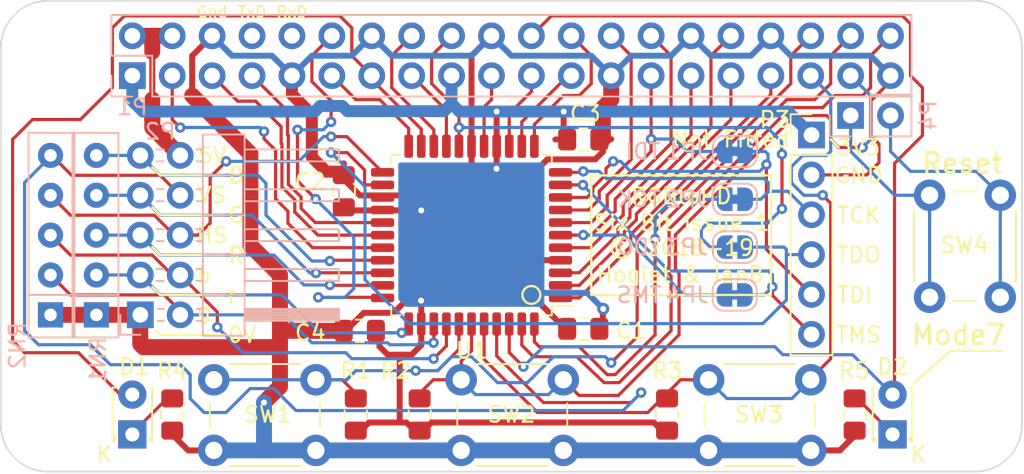
<source format=kicad_pcb>
(kicad_pcb (version 20171130) (host pcbnew "(5.1.4)-1")

  (general
    (thickness 1.6)
    (drawings 68)
    (tracks 682)
    (zones 0)
    (modules 30)
    (nets 48)
  )

  (page A4)
  (layers
    (0 F.Cu signal)
    (31 B.Cu signal)
    (34 B.Paste user)
    (35 F.Paste user)
    (36 B.SilkS user)
    (37 F.SilkS user)
    (38 B.Mask user)
    (39 F.Mask user)
    (40 Dwgs.User user hide)
    (41 Cmts.User user hide)
    (44 Edge.Cuts user)
    (45 Margin user hide)
    (46 B.CrtYd user hide)
    (47 F.CrtYd user hide)
    (48 B.Fab user hide)
    (49 F.Fab user hide)
  )

  (setup
    (last_trace_width 0.2032)
    (user_trace_width 0.2032)
    (user_trace_width 0.381)
    (user_trace_width 0.635)
    (user_trace_width 0.762)
    (user_trace_width 0.889)
    (user_trace_width 1.016)
    (user_trace_width 1.143)
    (user_trace_width 1.27)
    (trace_clearance 0.2032)
    (zone_clearance 0.508)
    (zone_45_only no)
    (trace_min 0.2032)
    (via_size 0.6604)
    (via_drill 0.3048)
    (via_min_size 0.6604)
    (via_min_drill 0.3048)
    (uvia_size 0.6096)
    (uvia_drill 0.3048)
    (uvias_allowed no)
    (uvia_min_size 0)
    (uvia_min_drill 0)
    (edge_width 0.1)
    (segment_width 0.2)
    (pcb_text_width 0.2)
    (pcb_text_size 1.25 1.25)
    (mod_edge_width 0.15)
    (mod_text_size 1 1)
    (mod_text_width 0.15)
    (pad_size 1.7 1.7)
    (pad_drill 1)
    (pad_to_mask_clearance 0.15)
    (solder_mask_min_width 0.4)
    (aux_axis_origin 12.502 54.50096)
    (grid_origin 45.002 28.00096)
    (visible_elements 7FFFFFFF)
    (pcbplotparams
      (layerselection 0x010f0_ffffffff)
      (usegerberextensions true)
      (usegerberattributes false)
      (usegerberadvancedattributes false)
      (creategerberjobfile false)
      (excludeedgelayer true)
      (linewidth 0.100000)
      (plotframeref false)
      (viasonmask false)
      (mode 1)
      (useauxorigin false)
      (hpglpennumber 1)
      (hpglpenspeed 20)
      (hpglpendiameter 15.000000)
      (psnegative false)
      (psa4output false)
      (plotreference true)
      (plotvalue false)
      (plotinvisibletext false)
      (padsonsilk false)
      (subtractmaskfromsilk false)
      (outputformat 1)
      (mirror false)
      (drillshape 0)
      (scaleselection 1)
      (outputdirectory "manufacturing/"))
  )

  (net 0 "")
  (net 1 /3V3)
  (net 2 /GPIO2)
  (net 3 /GPIO3)
  (net 4 /GPIO4)
  (net 5 /GPIO17)
  (net 6 /GPIO18)
  (net 7 /GPIO27)
  (net 8 /GPIO22)
  (net 9 /GPIO23)
  (net 10 /GPIO24)
  (net 11 /GPIO10)
  (net 12 /GPIO9)
  (net 13 /GPIO11)
  (net 14 /GPIO8)
  (net 15 /GPIO7)
  (net 16 /GPIO5)
  (net 17 /GPIO6)
  (net 18 /GPIO12)
  (net 19 /GPIO13)
  (net 20 /GPIO19)
  (net 21 /GPIO16)
  (net 22 /GPIO26)
  (net 23 /GPIO20)
  (net 24 /GPIO21)
  (net 25 "Net-(P4-Pad1)")
  (net 26 "Net-(P4-Pad2)")
  (net 27 "Net-(D1-Pad1)")
  (net 28 "Net-(D2-Pad1)")
  (net 29 /GPIO25)
  (net 30 /GPIO0)
  (net 31 /GPIO1)
  (net 32 /VCC)
  (net 33 /GND)
  (net 34 /SYNC)
  (net 35 /BLUE)
  (net 36 /GREEN)
  (net 37 /RED)
  (net 38 /BRED)
  (net 39 /BGREEN)
  (net 40 /BBLUE)
  (net 41 /VSYNC)
  (net 42 /TCK)
  (net 43 /TDO)
  (net 44 /TDI)
  (net 45 /TMS)
  (net 46 /RxD)
  (net 47 /TxD)

  (net_class Default "This is the default net class."
    (clearance 0.2032)
    (trace_width 0.2032)
    (via_dia 0.6604)
    (via_drill 0.3048)
    (uvia_dia 0.6096)
    (uvia_drill 0.3048)
    (diff_pair_width 0.2032)
    (diff_pair_gap 0.25)
    (add_net /BBLUE)
    (add_net /BGREEN)
    (add_net /BLUE)
    (add_net /BRED)
    (add_net /GND)
    (add_net /GPIO0)
    (add_net /GPIO1)
    (add_net /GPIO10)
    (add_net /GPIO11)
    (add_net /GPIO12)
    (add_net /GPIO13)
    (add_net /GPIO16)
    (add_net /GPIO17)
    (add_net /GPIO18)
    (add_net /GPIO19)
    (add_net /GPIO2)
    (add_net /GPIO20)
    (add_net /GPIO21)
    (add_net /GPIO22)
    (add_net /GPIO23)
    (add_net /GPIO24)
    (add_net /GPIO25)
    (add_net /GPIO26)
    (add_net /GPIO27)
    (add_net /GPIO3)
    (add_net /GPIO4)
    (add_net /GPIO5)
    (add_net /GPIO6)
    (add_net /GPIO7)
    (add_net /GPIO8)
    (add_net /GPIO9)
    (add_net /GREEN)
    (add_net /RED)
    (add_net /RxD)
    (add_net /SYNC)
    (add_net /TCK)
    (add_net /TDI)
    (add_net /TDO)
    (add_net /TMS)
    (add_net /TxD)
    (add_net /VCC)
    (add_net /VSYNC)
    (add_net "Net-(D1-Pad1)")
    (add_net "Net-(D2-Pad1)")
    (add_net "Net-(P4-Pad1)")
    (add_net "Net-(P4-Pad2)")
  )

  (net_class Power ""
    (clearance 0.2032)
    (trace_width 0.381)
    (via_dia 0.762)
    (via_drill 0.381)
    (uvia_dia 0.6096)
    (uvia_drill 0.3048)
    (diff_pair_width 0.2032)
    (diff_pair_gap 0.25)
    (add_net /3V3)
  )

  (module Connector_PinSocket_2.54mm:PinSocket_2x20_P2.54mm_Vertical (layer B.Cu) (tedit 5A19A433) (tstamp 5DAA32EC)
    (at 20.872 29.27096 270)
    (descr "Through hole straight socket strip, 2x20, 2.54mm pitch, double cols (from Kicad 4.0.7), script generated")
    (tags "Through hole socket strip THT 2x20 2.54mm double row")
    (path /574468E6)
    (fp_text reference P1 (at 2.0066 0) (layer B.SilkS)
      (effects (font (size 1 1) (thickness 0.15)) (justify mirror))
    )
    (fp_text value CONN_02X20 (at -1.27 -51.03 90) (layer B.Fab)
      (effects (font (size 1 1) (thickness 0.15)) (justify mirror))
    )
    (fp_text user %R (at -1.27 -24.13 180) (layer B.Fab)
      (effects (font (size 1 1) (thickness 0.15)) (justify mirror))
    )
    (fp_line (start -4.34 -50) (end -4.34 1.8) (layer B.CrtYd) (width 0.05))
    (fp_line (start 1.76 -50) (end -4.34 -50) (layer B.CrtYd) (width 0.05))
    (fp_line (start 1.76 1.8) (end 1.76 -50) (layer B.CrtYd) (width 0.05))
    (fp_line (start -4.34 1.8) (end 1.76 1.8) (layer B.CrtYd) (width 0.05))
    (fp_line (start 0 1.33) (end 1.33 1.33) (layer B.SilkS) (width 0.12))
    (fp_line (start 1.33 1.33) (end 1.33 0) (layer B.SilkS) (width 0.12))
    (fp_line (start -1.27 1.33) (end -1.27 -1.27) (layer B.SilkS) (width 0.12))
    (fp_line (start -1.27 -1.27) (end 1.33 -1.27) (layer B.SilkS) (width 0.12))
    (fp_line (start 1.33 -1.27) (end 1.33 -49.59) (layer B.SilkS) (width 0.12))
    (fp_line (start -3.87 -49.59) (end 1.33 -49.59) (layer B.SilkS) (width 0.12))
    (fp_line (start -3.87 1.33) (end -3.87 -49.59) (layer B.SilkS) (width 0.12))
    (fp_line (start -3.87 1.33) (end -1.27 1.33) (layer B.SilkS) (width 0.12))
    (fp_line (start -3.81 -49.53) (end -3.81 1.27) (layer B.Fab) (width 0.1))
    (fp_line (start 1.27 -49.53) (end -3.81 -49.53) (layer B.Fab) (width 0.1))
    (fp_line (start 1.27 0.27) (end 1.27 -49.53) (layer B.Fab) (width 0.1))
    (fp_line (start 0.27 1.27) (end 1.27 0.27) (layer B.Fab) (width 0.1))
    (fp_line (start -3.81 1.27) (end 0.27 1.27) (layer B.Fab) (width 0.1))
    (pad 40 thru_hole oval (at -2.54 -48.26 270) (size 1.7 1.7) (drill 1) (layers *.Cu *.Mask)
      (net 24 /GPIO21))
    (pad 39 thru_hole oval (at 0 -48.26 270) (size 1.7 1.7) (drill 1) (layers *.Cu *.Mask)
      (net 33 /GND))
    (pad 38 thru_hole oval (at -2.54 -45.72 270) (size 1.7 1.7) (drill 1) (layers *.Cu *.Mask)
      (net 23 /GPIO20))
    (pad 37 thru_hole oval (at 0 -45.72 270) (size 1.7 1.7) (drill 1) (layers *.Cu *.Mask)
      (net 22 /GPIO26))
    (pad 36 thru_hole oval (at -2.54 -43.18 270) (size 1.7 1.7) (drill 1) (layers *.Cu *.Mask)
      (net 21 /GPIO16))
    (pad 35 thru_hole oval (at 0 -43.18 270) (size 1.7 1.7) (drill 1) (layers *.Cu *.Mask)
      (net 20 /GPIO19))
    (pad 34 thru_hole oval (at -2.54 -40.64 270) (size 1.7 1.7) (drill 1) (layers *.Cu *.Mask)
      (net 33 /GND))
    (pad 33 thru_hole oval (at 0 -40.64 270) (size 1.7 1.7) (drill 1) (layers *.Cu *.Mask)
      (net 19 /GPIO13))
    (pad 32 thru_hole oval (at -2.54 -38.1 270) (size 1.7 1.7) (drill 1) (layers *.Cu *.Mask)
      (net 18 /GPIO12))
    (pad 31 thru_hole oval (at 0 -38.1 270) (size 1.7 1.7) (drill 1) (layers *.Cu *.Mask)
      (net 17 /GPIO6))
    (pad 30 thru_hole oval (at -2.54 -35.56 270) (size 1.7 1.7) (drill 1) (layers *.Cu *.Mask)
      (net 33 /GND))
    (pad 29 thru_hole oval (at 0 -35.56 270) (size 1.7 1.7) (drill 1) (layers *.Cu *.Mask)
      (net 16 /GPIO5))
    (pad 28 thru_hole oval (at -2.54 -33.02 270) (size 1.7 1.7) (drill 1) (layers *.Cu *.Mask)
      (net 31 /GPIO1))
    (pad 27 thru_hole oval (at 0 -33.02 270) (size 1.7 1.7) (drill 1) (layers *.Cu *.Mask)
      (net 30 /GPIO0))
    (pad 26 thru_hole oval (at -2.54 -30.48 270) (size 1.7 1.7) (drill 1) (layers *.Cu *.Mask)
      (net 15 /GPIO7))
    (pad 25 thru_hole oval (at 0 -30.48 270) (size 1.7 1.7) (drill 1) (layers *.Cu *.Mask)
      (net 33 /GND))
    (pad 24 thru_hole oval (at -2.54 -27.94 270) (size 1.7 1.7) (drill 1) (layers *.Cu *.Mask)
      (net 14 /GPIO8))
    (pad 23 thru_hole oval (at 0 -27.94 270) (size 1.7 1.7) (drill 1) (layers *.Cu *.Mask)
      (net 13 /GPIO11))
    (pad 22 thru_hole oval (at -2.54 -25.4 270) (size 1.7 1.7) (drill 1) (layers *.Cu *.Mask)
      (net 29 /GPIO25))
    (pad 21 thru_hole oval (at 0 -25.4 270) (size 1.7 1.7) (drill 1) (layers *.Cu *.Mask)
      (net 12 /GPIO9))
    (pad 20 thru_hole oval (at -2.54 -22.86 270) (size 1.7 1.7) (drill 1) (layers *.Cu *.Mask)
      (net 33 /GND))
    (pad 19 thru_hole oval (at 0 -22.86 270) (size 1.7 1.7) (drill 1) (layers *.Cu *.Mask)
      (net 11 /GPIO10))
    (pad 18 thru_hole oval (at -2.54 -20.32 270) (size 1.7 1.7) (drill 1) (layers *.Cu *.Mask)
      (net 10 /GPIO24))
    (pad 17 thru_hole oval (at 0 -20.32 270) (size 1.7 1.7) (drill 1) (layers *.Cu *.Mask)
      (net 1 /3V3))
    (pad 16 thru_hole oval (at -2.54 -17.78 270) (size 1.7 1.7) (drill 1) (layers *.Cu *.Mask)
      (net 9 /GPIO23))
    (pad 15 thru_hole oval (at 0 -17.78 270) (size 1.7 1.7) (drill 1) (layers *.Cu *.Mask)
      (net 8 /GPIO22))
    (pad 14 thru_hole oval (at -2.54 -15.24 270) (size 1.7 1.7) (drill 1) (layers *.Cu *.Mask)
      (net 33 /GND))
    (pad 13 thru_hole oval (at 0 -15.24 270) (size 1.7 1.7) (drill 1) (layers *.Cu *.Mask)
      (net 7 /GPIO27))
    (pad 12 thru_hole oval (at -2.54 -12.7 270) (size 1.7 1.7) (drill 1) (layers *.Cu *.Mask)
      (net 6 /GPIO18))
    (pad 11 thru_hole oval (at 0 -12.7 270) (size 1.7 1.7) (drill 1) (layers *.Cu *.Mask)
      (net 5 /GPIO17))
    (pad 10 thru_hole oval (at -2.54 -10.16 270) (size 1.7 1.7) (drill 1) (layers *.Cu *.Mask)
      (net 46 /RxD))
    (pad 9 thru_hole oval (at 0 -10.16 270) (size 1.7 1.7) (drill 1) (layers *.Cu *.Mask)
      (net 33 /GND))
    (pad 8 thru_hole oval (at -2.54 -7.62 270) (size 1.7 1.7) (drill 1) (layers *.Cu *.Mask)
      (net 47 /TxD))
    (pad 7 thru_hole oval (at 0 -7.62 270) (size 1.7 1.7) (drill 1) (layers *.Cu *.Mask)
      (net 4 /GPIO4))
    (pad 6 thru_hole oval (at -2.54 -5.08 270) (size 1.7 1.7) (drill 1) (layers *.Cu *.Mask)
      (net 33 /GND))
    (pad 5 thru_hole oval (at 0 -5.08 270) (size 1.7 1.7) (drill 1) (layers *.Cu *.Mask)
      (net 3 /GPIO3))
    (pad 4 thru_hole oval (at -2.54 -2.54 270) (size 1.7 1.7) (drill 1) (layers *.Cu *.Mask)
      (net 32 /VCC))
    (pad 3 thru_hole oval (at 0 -2.54 270) (size 1.7 1.7) (drill 1) (layers *.Cu *.Mask)
      (net 2 /GPIO2))
    (pad 2 thru_hole oval (at -2.54 0 270) (size 1.7 1.7) (drill 1) (layers *.Cu *.Mask)
      (net 32 /VCC))
    (pad 1 thru_hole rect (at 0 0 270) (size 1.7 1.7) (drill 1) (layers *.Cu *.Mask)
      (net 1 /3V3))
    (model ${KISYS3DMOD}/Connector_PinSocket_2.54mm.3dshapes/PinSocket_2x20_P2.54mm_Vertical.wrl
      (at (xyz 0 0 0))
      (scale (xyz 1 1 1))
      (rotate (xyz 0 0 0))
    )
  )

  (module RPi_Hat:RPi_Hat_Mounting_Hole locked (layer F.Cu) (tedit 55217CCB) (tstamp 58B743A7)
    (at 16 51)
    (descr "Mounting hole, Befestigungsbohrung, 2,7mm, No Annular, Kein Restring,")
    (tags "Mounting hole, Befestigungsbohrung, 2,7mm, No Annular, Kein Restring,")
    (fp_text reference "" (at 0 -4.0005) (layer F.SilkS) hide
      (effects (font (size 1 1) (thickness 0.15)))
    )
    (fp_text value "" (at 0.09906 3.59918) (layer F.Fab) hide
      (effects (font (size 1 1) (thickness 0.15)))
    )
    (fp_circle (center 0 0) (end 1.375 0) (layer F.Fab) (width 0.15))
    (fp_circle (center 0 0) (end 3.1 0) (layer F.Fab) (width 0.15))
    (fp_circle (center 0 0) (end 3.1 0) (layer B.Fab) (width 0.15))
    (fp_circle (center 0 0) (end 1.375 0) (layer B.Fab) (width 0.15))
    (fp_circle (center 0 0) (end 3.1 0) (layer F.CrtYd) (width 0.15))
    (fp_circle (center 0 0) (end 3.1 0) (layer B.CrtYd) (width 0.15))
    (pad "" np_thru_hole circle (at 0 0) (size 2.75 2.75) (drill 2.75) (layers *.Cu *.Mask)
      (solder_mask_margin 1.725) (clearance 1.725))
  )

  (module RPi_Hat:RPi_Hat_Mounting_Hole locked (layer F.Cu) (tedit 55217C7B) (tstamp 5515DEA9)
    (at 74 28)
    (descr "Mounting hole, Befestigungsbohrung, 2,7mm, No Annular, Kein Restring,")
    (tags "Mounting hole, Befestigungsbohrung, 2,7mm, No Annular, Kein Restring,")
    (fp_text reference "" (at 0 -4.0005) (layer F.SilkS) hide
      (effects (font (size 1 1) (thickness 0.15)))
    )
    (fp_text value "" (at 0.09906 3.59918) (layer F.Fab) hide
      (effects (font (size 1 1) (thickness 0.15)))
    )
    (fp_circle (center 0 0) (end 1.375 0) (layer F.Fab) (width 0.15))
    (fp_circle (center 0 0) (end 3.1 0) (layer F.Fab) (width 0.15))
    (fp_circle (center 0 0) (end 3.1 0) (layer B.Fab) (width 0.15))
    (fp_circle (center 0 0) (end 1.375 0) (layer B.Fab) (width 0.15))
    (fp_circle (center 0 0) (end 3.1 0) (layer F.CrtYd) (width 0.15))
    (fp_circle (center 0 0) (end 3.1 0) (layer B.CrtYd) (width 0.15))
    (pad "" np_thru_hole circle (at 0 0) (size 2.75 2.75) (drill 2.75) (layers *.Cu *.Mask)
      (solder_mask_margin 1.725) (clearance 1.725))
  )

  (module RPi_Hat:RPi_Hat_Mounting_Hole locked (layer F.Cu) (tedit 55217CCB) (tstamp 55169DC9)
    (at 74 51)
    (descr "Mounting hole, Befestigungsbohrung, 2,7mm, No Annular, Kein Restring,")
    (tags "Mounting hole, Befestigungsbohrung, 2,7mm, No Annular, Kein Restring,")
    (fp_text reference "" (at 0 -4.0005) (layer F.SilkS) hide
      (effects (font (size 1 1) (thickness 0.15)))
    )
    (fp_text value "" (at 0.09906 3.59918) (layer F.Fab) hide
      (effects (font (size 1 1) (thickness 0.15)))
    )
    (fp_circle (center 0 0) (end 1.375 0) (layer F.Fab) (width 0.15))
    (fp_circle (center 0 0) (end 3.1 0) (layer F.Fab) (width 0.15))
    (fp_circle (center 0 0) (end 3.1 0) (layer B.Fab) (width 0.15))
    (fp_circle (center 0 0) (end 1.375 0) (layer B.Fab) (width 0.15))
    (fp_circle (center 0 0) (end 3.1 0) (layer F.CrtYd) (width 0.15))
    (fp_circle (center 0 0) (end 3.1 0) (layer B.CrtYd) (width 0.15))
    (pad "" np_thru_hole circle (at 0 0) (size 2.75 2.75) (drill 2.75) (layers *.Cu *.Mask)
      (solder_mask_margin 1.725) (clearance 1.725))
  )

  (module RPi_Hat:RPi_Hat_Mounting_Hole locked (layer F.Cu) (tedit 55217CA2) (tstamp 5515DEBF)
    (at 16 28)
    (descr "Mounting hole, Befestigungsbohrung, 2,7mm, No Annular, Kein Restring,")
    (tags "Mounting hole, Befestigungsbohrung, 2,7mm, No Annular, Kein Restring,")
    (fp_text reference "" (at 0 -4.0005) (layer F.SilkS) hide
      (effects (font (size 1 1) (thickness 0.15)))
    )
    (fp_text value "" (at 0.09906 3.59918) (layer F.Fab) hide
      (effects (font (size 1 1) (thickness 0.15)))
    )
    (fp_circle (center 0 0) (end 1.375 0) (layer F.Fab) (width 0.15))
    (fp_circle (center 0 0) (end 3.1 0) (layer F.Fab) (width 0.15))
    (fp_circle (center 0 0) (end 3.1 0) (layer B.Fab) (width 0.15))
    (fp_circle (center 0 0) (end 1.375 0) (layer B.Fab) (width 0.15))
    (fp_circle (center 0 0) (end 3.1 0) (layer F.CrtYd) (width 0.15))
    (fp_circle (center 0 0) (end 3.1 0) (layer B.CrtYd) (width 0.15))
    (pad "" np_thru_hole circle (at 0 0) (size 2.75 2.75) (drill 2.75) (layers *.Cu *.Mask)
      (solder_mask_margin 1.725) (clearance 1.725))
  )

  (module Jumper:SolderJumper-2_P1.3mm_Bridged_RoundedPad1.0x1.5mm (layer B.Cu) (tedit 5C745284) (tstamp 5DAA2F0B)
    (at 59.226 37.14496)
    (descr "SMD Solder Jumper, 1x1.5mm, rounded Pads, 0.3mm gap, bridged with 1 copper strip")
    (tags "solder jumper open")
    (path /5DAA5395)
    (attr virtual)
    (fp_text reference JP2 (at -3.063 0) (layer B.SilkS)
      (effects (font (size 1 1) (thickness 0.15)) (justify mirror))
    )
    (fp_text value SolderJumper_2_Bridged (at 0 -1.9) (layer B.Fab)
      (effects (font (size 1 1) (thickness 0.15)) (justify mirror))
    )
    (fp_arc (start 0.7 0.3) (end 1.4 0.3) (angle 90) (layer B.SilkS) (width 0.12))
    (fp_arc (start 0.7 -0.3) (end 0.7 -1) (angle 90) (layer B.SilkS) (width 0.12))
    (fp_arc (start -0.7 -0.3) (end -1.4 -0.3) (angle 90) (layer B.SilkS) (width 0.12))
    (fp_arc (start -0.7 0.3) (end -0.7 1) (angle 90) (layer B.SilkS) (width 0.12))
    (fp_line (start -1.4 -0.3) (end -1.4 0.3) (layer B.SilkS) (width 0.12))
    (fp_line (start 0.7 -1) (end -0.7 -1) (layer B.SilkS) (width 0.12))
    (fp_line (start 1.4 0.3) (end 1.4 -0.3) (layer B.SilkS) (width 0.12))
    (fp_line (start -0.7 1) (end 0.7 1) (layer B.SilkS) (width 0.12))
    (fp_line (start -1.65 1.25) (end 1.65 1.25) (layer B.CrtYd) (width 0.05))
    (fp_line (start -1.65 1.25) (end -1.65 -1.25) (layer B.CrtYd) (width 0.05))
    (fp_line (start 1.65 -1.25) (end 1.65 1.25) (layer B.CrtYd) (width 0.05))
    (fp_line (start 1.65 -1.25) (end -1.65 -1.25) (layer B.CrtYd) (width 0.05))
    (fp_poly (pts (xy 0.25 0.3) (xy -0.25 0.3) (xy -0.25 -0.3) (xy 0.25 -0.3)) (layer B.Cu) (width 0))
    (pad 2 smd custom (at 0.65 0) (size 1 0.5) (layers B.Cu B.Mask)
      (net 42 /TCK) (zone_connect 2)
      (options (clearance outline) (anchor rect))
      (primitives
        (gr_circle (center 0 -0.25) (end 0.5 -0.25) (width 0))
        (gr_circle (center 0 0.25) (end 0.5 0.25) (width 0))
        (gr_poly (pts
           (xy 0 0.75) (xy -0.5 0.75) (xy -0.5 -0.75) (xy 0 -0.75)) (width 0))
      ))
    (pad 1 smd custom (at -0.65 0) (size 1 0.5) (layers B.Cu B.Mask)
      (net 23 /GPIO20) (zone_connect 2)
      (options (clearance outline) (anchor rect))
      (primitives
        (gr_circle (center 0 -0.25) (end 0.5 -0.25) (width 0))
        (gr_circle (center 0 0.25) (end 0.5 0.25) (width 0))
        (gr_poly (pts
           (xy 0 0.75) (xy 0.5 0.75) (xy 0.5 -0.75) (xy 0 -0.75)) (width 0))
      ))
  )

  (module Jumper:SolderJumper-2_P1.3mm_Bridged_RoundedPad1.0x1.5mm (layer B.Cu) (tedit 5C745284) (tstamp 5DAA2F1D)
    (at 59.226 34.09696)
    (descr "SMD Solder Jumper, 1x1.5mm, rounded Pads, 0.3mm gap, bridged with 1 copper strip")
    (tags "solder jumper open")
    (path /5DAA5F8A)
    (attr virtual)
    (fp_text reference JP1 (at -3.048 0) (layer B.SilkS)
      (effects (font (size 1 1) (thickness 0.15)) (justify mirror))
    )
    (fp_text value SolderJumper_2_Bridged (at 0 -1.9) (layer B.Fab)
      (effects (font (size 1 1) (thickness 0.15)) (justify mirror))
    )
    (fp_poly (pts (xy 0.25 0.3) (xy -0.25 0.3) (xy -0.25 -0.3) (xy 0.25 -0.3)) (layer B.Cu) (width 0))
    (fp_line (start 1.65 -1.25) (end -1.65 -1.25) (layer B.CrtYd) (width 0.05))
    (fp_line (start 1.65 -1.25) (end 1.65 1.25) (layer B.CrtYd) (width 0.05))
    (fp_line (start -1.65 1.25) (end -1.65 -1.25) (layer B.CrtYd) (width 0.05))
    (fp_line (start -1.65 1.25) (end 1.65 1.25) (layer B.CrtYd) (width 0.05))
    (fp_line (start -0.7 1) (end 0.7 1) (layer B.SilkS) (width 0.12))
    (fp_line (start 1.4 0.3) (end 1.4 -0.3) (layer B.SilkS) (width 0.12))
    (fp_line (start 0.7 -1) (end -0.7 -1) (layer B.SilkS) (width 0.12))
    (fp_line (start -1.4 -0.3) (end -1.4 0.3) (layer B.SilkS) (width 0.12))
    (fp_arc (start -0.7 0.3) (end -0.7 1) (angle 90) (layer B.SilkS) (width 0.12))
    (fp_arc (start -0.7 -0.3) (end -1.4 -0.3) (angle 90) (layer B.SilkS) (width 0.12))
    (fp_arc (start 0.7 -0.3) (end 0.7 -1) (angle 90) (layer B.SilkS) (width 0.12))
    (fp_arc (start 0.7 0.3) (end 1.4 0.3) (angle 90) (layer B.SilkS) (width 0.12))
    (pad 1 smd custom (at -0.65 0) (size 1 0.5) (layers B.Cu B.Mask)
      (net 30 /GPIO0) (zone_connect 2)
      (options (clearance outline) (anchor rect))
      (primitives
        (gr_circle (center 0 -0.25) (end 0.5 -0.25) (width 0))
        (gr_circle (center 0 0.25) (end 0.5 0.25) (width 0))
        (gr_poly (pts
           (xy 0 0.75) (xy 0.5 0.75) (xy 0.5 -0.75) (xy 0 -0.75)) (width 0))
      ))
    (pad 2 smd custom (at 0.65 0) (size 1 0.5) (layers B.Cu B.Mask)
      (net 44 /TDI) (zone_connect 2)
      (options (clearance outline) (anchor rect))
      (primitives
        (gr_circle (center 0 -0.25) (end 0.5 -0.25) (width 0))
        (gr_circle (center 0 0.25) (end 0.5 0.25) (width 0))
        (gr_poly (pts
           (xy 0 0.75) (xy -0.5 0.75) (xy -0.5 -0.75) (xy 0 -0.75)) (width 0))
      ))
  )

  (module Jumper:SolderJumper-2_P1.3mm_Bridged_RoundedPad1.0x1.5mm (layer B.Cu) (tedit 5C745284) (tstamp 5DAA2F2F)
    (at 59.211 43.24096)
    (descr "SMD Solder Jumper, 1x1.5mm, rounded Pads, 0.3mm gap, bridged with 1 copper strip")
    (tags "solder jumper open")
    (path /5DAA6850)
    (attr virtual)
    (fp_text reference JP4 (at -3.033 0) (layer B.SilkS)
      (effects (font (size 1 1) (thickness 0.15)) (justify mirror))
    )
    (fp_text value SolderJumper_2_Bridged (at 0 -1.9) (layer B.Fab)
      (effects (font (size 1 1) (thickness 0.15)) (justify mirror))
    )
    (fp_arc (start 0.7 0.3) (end 1.4 0.3) (angle 90) (layer B.SilkS) (width 0.12))
    (fp_arc (start 0.7 -0.3) (end 0.7 -1) (angle 90) (layer B.SilkS) (width 0.12))
    (fp_arc (start -0.7 -0.3) (end -1.4 -0.3) (angle 90) (layer B.SilkS) (width 0.12))
    (fp_arc (start -0.7 0.3) (end -0.7 1) (angle 90) (layer B.SilkS) (width 0.12))
    (fp_line (start -1.4 -0.3) (end -1.4 0.3) (layer B.SilkS) (width 0.12))
    (fp_line (start 0.7 -1) (end -0.7 -1) (layer B.SilkS) (width 0.12))
    (fp_line (start 1.4 0.3) (end 1.4 -0.3) (layer B.SilkS) (width 0.12))
    (fp_line (start -0.7 1) (end 0.7 1) (layer B.SilkS) (width 0.12))
    (fp_line (start -1.65 1.25) (end 1.65 1.25) (layer B.CrtYd) (width 0.05))
    (fp_line (start -1.65 1.25) (end -1.65 -1.25) (layer B.CrtYd) (width 0.05))
    (fp_line (start 1.65 -1.25) (end 1.65 1.25) (layer B.CrtYd) (width 0.05))
    (fp_line (start 1.65 -1.25) (end -1.65 -1.25) (layer B.CrtYd) (width 0.05))
    (fp_poly (pts (xy 0.25 0.3) (xy -0.25 0.3) (xy -0.25 -0.3) (xy 0.25 -0.3)) (layer B.Cu) (width 0))
    (pad 2 smd custom (at 0.65 0) (size 1 0.5) (layers B.Cu B.Mask)
      (net 45 /TMS) (zone_connect 2)
      (options (clearance outline) (anchor rect))
      (primitives
        (gr_circle (center 0 -0.25) (end 0.5 -0.25) (width 0))
        (gr_circle (center 0 0.25) (end 0.5 0.25) (width 0))
        (gr_poly (pts
           (xy 0 0.75) (xy -0.5 0.75) (xy -0.5 -0.75) (xy 0 -0.75)) (width 0))
      ))
    (pad 1 smd custom (at -0.65 0) (size 1 0.5) (layers B.Cu B.Mask)
      (net 31 /GPIO1) (zone_connect 2)
      (options (clearance outline) (anchor rect))
      (primitives
        (gr_circle (center 0 -0.25) (end 0.5 -0.25) (width 0))
        (gr_circle (center 0 0.25) (end 0.5 0.25) (width 0))
        (gr_poly (pts
           (xy 0 0.75) (xy 0.5 0.75) (xy 0.5 -0.75) (xy 0 -0.75)) (width 0))
      ))
  )

  (module Jumper:SolderJumper-2_P1.3mm_Bridged_RoundedPad1.0x1.5mm (layer B.Cu) (tedit 5C745284) (tstamp 5DAA2F41)
    (at 59.226 40.19296)
    (descr "SMD Solder Jumper, 1x1.5mm, rounded Pads, 0.3mm gap, bridged with 1 copper strip")
    (tags "solder jumper open")
    (path /5DAA709E)
    (attr virtual)
    (fp_text reference JP3 (at -3.063 0) (layer B.SilkS)
      (effects (font (size 1 1) (thickness 0.15)) (justify mirror))
    )
    (fp_text value SolderJumper_2_Bridged (at 0 -1.9) (layer B.Fab)
      (effects (font (size 1 1) (thickness 0.15)) (justify mirror))
    )
    (fp_poly (pts (xy 0.25 0.3) (xy -0.25 0.3) (xy -0.25 -0.3) (xy 0.25 -0.3)) (layer B.Cu) (width 0))
    (fp_line (start 1.65 -1.25) (end -1.65 -1.25) (layer B.CrtYd) (width 0.05))
    (fp_line (start 1.65 -1.25) (end 1.65 1.25) (layer B.CrtYd) (width 0.05))
    (fp_line (start -1.65 1.25) (end -1.65 -1.25) (layer B.CrtYd) (width 0.05))
    (fp_line (start -1.65 1.25) (end 1.65 1.25) (layer B.CrtYd) (width 0.05))
    (fp_line (start -0.7 1) (end 0.7 1) (layer B.SilkS) (width 0.12))
    (fp_line (start 1.4 0.3) (end 1.4 -0.3) (layer B.SilkS) (width 0.12))
    (fp_line (start 0.7 -1) (end -0.7 -1) (layer B.SilkS) (width 0.12))
    (fp_line (start -1.4 -0.3) (end -1.4 0.3) (layer B.SilkS) (width 0.12))
    (fp_arc (start -0.7 0.3) (end -0.7 1) (angle 90) (layer B.SilkS) (width 0.12))
    (fp_arc (start -0.7 -0.3) (end -1.4 -0.3) (angle 90) (layer B.SilkS) (width 0.12))
    (fp_arc (start 0.7 -0.3) (end 0.7 -1) (angle 90) (layer B.SilkS) (width 0.12))
    (fp_arc (start 0.7 0.3) (end 1.4 0.3) (angle 90) (layer B.SilkS) (width 0.12))
    (pad 1 smd custom (at -0.65 0) (size 1 0.5) (layers B.Cu B.Mask)
      (net 10 /GPIO24) (zone_connect 2)
      (options (clearance outline) (anchor rect))
      (primitives
        (gr_circle (center 0 -0.25) (end 0.5 -0.25) (width 0))
        (gr_circle (center 0 0.25) (end 0.5 0.25) (width 0))
        (gr_poly (pts
           (xy 0 0.75) (xy 0.5 0.75) (xy 0.5 -0.75) (xy 0 -0.75)) (width 0))
      ))
    (pad 2 smd custom (at 0.65 0) (size 1 0.5) (layers B.Cu B.Mask)
      (net 43 /TDO) (zone_connect 2)
      (options (clearance outline) (anchor rect))
      (primitives
        (gr_circle (center 0 -0.25) (end 0.5 -0.25) (width 0))
        (gr_circle (center 0 0.25) (end 0.5 0.25) (width 0))
        (gr_poly (pts
           (xy 0 0.75) (xy -0.5 0.75) (xy -0.5 -0.75) (xy 0 -0.75)) (width 0))
      ))
  )

  (module Connector_PinHeader_2.54mm:PinHeader_2x05_P2.54mm_Horizontal (layer B.Cu) (tedit 59FED5CB) (tstamp 5DAA3329)
    (at 21.38 44.51096)
    (descr "Through hole angled pin header, 2x05, 2.54mm pitch, 6mm pin length, double rows")
    (tags "Through hole angled pin header THT 2x05 2.54mm double row")
    (path /5DAA3151)
    (fp_text reference P2 (at 1.27 -11.684) (layer B.SilkS)
      (effects (font (size 1 1) (thickness 0.15)) (justify mirror))
    )
    (fp_text value Conn_02x05_Odd_Even (at 5.655 -12.43) (layer B.Fab)
      (effects (font (size 1 1) (thickness 0.15)) (justify mirror))
    )
    (fp_line (start 4.675 1.27) (end 6.58 1.27) (layer B.Fab) (width 0.1))
    (fp_line (start 6.58 1.27) (end 6.58 -11.43) (layer B.Fab) (width 0.1))
    (fp_line (start 6.58 -11.43) (end 4.04 -11.43) (layer B.Fab) (width 0.1))
    (fp_line (start 4.04 -11.43) (end 4.04 0.635) (layer B.Fab) (width 0.1))
    (fp_line (start 4.04 0.635) (end 4.675 1.27) (layer B.Fab) (width 0.1))
    (fp_line (start -0.32 0.32) (end 4.04 0.32) (layer B.Fab) (width 0.1))
    (fp_line (start -0.32 0.32) (end -0.32 -0.32) (layer B.Fab) (width 0.1))
    (fp_line (start -0.32 -0.32) (end 4.04 -0.32) (layer B.Fab) (width 0.1))
    (fp_line (start 6.58 0.32) (end 12.58 0.32) (layer B.Fab) (width 0.1))
    (fp_line (start 12.58 0.32) (end 12.58 -0.32) (layer B.Fab) (width 0.1))
    (fp_line (start 6.58 -0.32) (end 12.58 -0.32) (layer B.Fab) (width 0.1))
    (fp_line (start -0.32 -2.22) (end 4.04 -2.22) (layer B.Fab) (width 0.1))
    (fp_line (start -0.32 -2.22) (end -0.32 -2.86) (layer B.Fab) (width 0.1))
    (fp_line (start -0.32 -2.86) (end 4.04 -2.86) (layer B.Fab) (width 0.1))
    (fp_line (start 6.58 -2.22) (end 12.58 -2.22) (layer B.Fab) (width 0.1))
    (fp_line (start 12.58 -2.22) (end 12.58 -2.86) (layer B.Fab) (width 0.1))
    (fp_line (start 6.58 -2.86) (end 12.58 -2.86) (layer B.Fab) (width 0.1))
    (fp_line (start -0.32 -4.76) (end 4.04 -4.76) (layer B.Fab) (width 0.1))
    (fp_line (start -0.32 -4.76) (end -0.32 -5.4) (layer B.Fab) (width 0.1))
    (fp_line (start -0.32 -5.4) (end 4.04 -5.4) (layer B.Fab) (width 0.1))
    (fp_line (start 6.58 -4.76) (end 12.58 -4.76) (layer B.Fab) (width 0.1))
    (fp_line (start 12.58 -4.76) (end 12.58 -5.4) (layer B.Fab) (width 0.1))
    (fp_line (start 6.58 -5.4) (end 12.58 -5.4) (layer B.Fab) (width 0.1))
    (fp_line (start -0.32 -7.3) (end 4.04 -7.3) (layer B.Fab) (width 0.1))
    (fp_line (start -0.32 -7.3) (end -0.32 -7.94) (layer B.Fab) (width 0.1))
    (fp_line (start -0.32 -7.94) (end 4.04 -7.94) (layer B.Fab) (width 0.1))
    (fp_line (start 6.58 -7.3) (end 12.58 -7.3) (layer B.Fab) (width 0.1))
    (fp_line (start 12.58 -7.3) (end 12.58 -7.94) (layer B.Fab) (width 0.1))
    (fp_line (start 6.58 -7.94) (end 12.58 -7.94) (layer B.Fab) (width 0.1))
    (fp_line (start -0.32 -9.84) (end 4.04 -9.84) (layer B.Fab) (width 0.1))
    (fp_line (start -0.32 -9.84) (end -0.32 -10.48) (layer B.Fab) (width 0.1))
    (fp_line (start -0.32 -10.48) (end 4.04 -10.48) (layer B.Fab) (width 0.1))
    (fp_line (start 6.58 -9.84) (end 12.58 -9.84) (layer B.Fab) (width 0.1))
    (fp_line (start 12.58 -9.84) (end 12.58 -10.48) (layer B.Fab) (width 0.1))
    (fp_line (start 6.58 -10.48) (end 12.58 -10.48) (layer B.Fab) (width 0.1))
    (fp_line (start 3.98 1.33) (end 3.98 -11.49) (layer B.SilkS) (width 0.12))
    (fp_line (start 3.98 -11.49) (end 6.64 -11.49) (layer B.SilkS) (width 0.12))
    (fp_line (start 6.64 -11.49) (end 6.64 1.33) (layer B.SilkS) (width 0.12))
    (fp_line (start 6.64 1.33) (end 3.98 1.33) (layer B.SilkS) (width 0.12))
    (fp_line (start 6.64 0.38) (end 12.64 0.38) (layer B.SilkS) (width 0.12))
    (fp_line (start 12.64 0.38) (end 12.64 -0.38) (layer B.SilkS) (width 0.12))
    (fp_line (start 12.64 -0.38) (end 6.64 -0.38) (layer B.SilkS) (width 0.12))
    (fp_line (start 6.64 0.32) (end 12.64 0.32) (layer B.SilkS) (width 0.12))
    (fp_line (start 6.64 0.2) (end 12.64 0.2) (layer B.SilkS) (width 0.12))
    (fp_line (start 6.64 0.08) (end 12.64 0.08) (layer B.SilkS) (width 0.12))
    (fp_line (start 6.64 -0.04) (end 12.64 -0.04) (layer B.SilkS) (width 0.12))
    (fp_line (start 6.64 -0.16) (end 12.64 -0.16) (layer B.SilkS) (width 0.12))
    (fp_line (start 6.64 -0.28) (end 12.64 -0.28) (layer B.SilkS) (width 0.12))
    (fp_line (start 3.582929 0.38) (end 3.98 0.38) (layer B.SilkS) (width 0.12))
    (fp_line (start 3.582929 -0.38) (end 3.98 -0.38) (layer B.SilkS) (width 0.12))
    (fp_line (start 1.11 0.38) (end 1.497071 0.38) (layer B.SilkS) (width 0.12))
    (fp_line (start 1.11 -0.38) (end 1.497071 -0.38) (layer B.SilkS) (width 0.12))
    (fp_line (start 3.98 -1.27) (end 6.64 -1.27) (layer B.SilkS) (width 0.12))
    (fp_line (start 6.64 -2.16) (end 12.64 -2.16) (layer B.SilkS) (width 0.12))
    (fp_line (start 12.64 -2.16) (end 12.64 -2.92) (layer B.SilkS) (width 0.12))
    (fp_line (start 12.64 -2.92) (end 6.64 -2.92) (layer B.SilkS) (width 0.12))
    (fp_line (start 3.582929 -2.16) (end 3.98 -2.16) (layer B.SilkS) (width 0.12))
    (fp_line (start 3.582929 -2.92) (end 3.98 -2.92) (layer B.SilkS) (width 0.12))
    (fp_line (start 1.042929 -2.16) (end 1.497071 -2.16) (layer B.SilkS) (width 0.12))
    (fp_line (start 1.042929 -2.92) (end 1.497071 -2.92) (layer B.SilkS) (width 0.12))
    (fp_line (start 3.98 -3.81) (end 6.64 -3.81) (layer B.SilkS) (width 0.12))
    (fp_line (start 6.64 -4.7) (end 12.64 -4.7) (layer B.SilkS) (width 0.12))
    (fp_line (start 12.64 -4.7) (end 12.64 -5.46) (layer B.SilkS) (width 0.12))
    (fp_line (start 12.64 -5.46) (end 6.64 -5.46) (layer B.SilkS) (width 0.12))
    (fp_line (start 3.582929 -4.7) (end 3.98 -4.7) (layer B.SilkS) (width 0.12))
    (fp_line (start 3.582929 -5.46) (end 3.98 -5.46) (layer B.SilkS) (width 0.12))
    (fp_line (start 1.042929 -4.7) (end 1.497071 -4.7) (layer B.SilkS) (width 0.12))
    (fp_line (start 1.042929 -5.46) (end 1.497071 -5.46) (layer B.SilkS) (width 0.12))
    (fp_line (start 3.98 -6.35) (end 6.64 -6.35) (layer B.SilkS) (width 0.12))
    (fp_line (start 6.64 -7.24) (end 12.64 -7.24) (layer B.SilkS) (width 0.12))
    (fp_line (start 12.64 -7.24) (end 12.64 -8) (layer B.SilkS) (width 0.12))
    (fp_line (start 12.64 -8) (end 6.64 -8) (layer B.SilkS) (width 0.12))
    (fp_line (start 3.582929 -7.24) (end 3.98 -7.24) (layer B.SilkS) (width 0.12))
    (fp_line (start 3.582929 -8) (end 3.98 -8) (layer B.SilkS) (width 0.12))
    (fp_line (start 1.042929 -7.24) (end 1.497071 -7.24) (layer B.SilkS) (width 0.12))
    (fp_line (start 1.042929 -8) (end 1.497071 -8) (layer B.SilkS) (width 0.12))
    (fp_line (start 3.98 -8.89) (end 6.64 -8.89) (layer B.SilkS) (width 0.12))
    (fp_line (start 6.64 -9.78) (end 12.64 -9.78) (layer B.SilkS) (width 0.12))
    (fp_line (start 12.64 -9.78) (end 12.64 -10.54) (layer B.SilkS) (width 0.12))
    (fp_line (start 12.64 -10.54) (end 6.64 -10.54) (layer B.SilkS) (width 0.12))
    (fp_line (start 3.582929 -9.78) (end 3.98 -9.78) (layer B.SilkS) (width 0.12))
    (fp_line (start 3.582929 -10.54) (end 3.98 -10.54) (layer B.SilkS) (width 0.12))
    (fp_line (start 1.042929 -9.78) (end 1.497071 -9.78) (layer B.SilkS) (width 0.12))
    (fp_line (start 1.042929 -10.54) (end 1.497071 -10.54) (layer B.SilkS) (width 0.12))
    (fp_line (start -1.27 0) (end -1.27 1.27) (layer B.SilkS) (width 0.12))
    (fp_line (start -1.27 1.27) (end 0 1.27) (layer B.SilkS) (width 0.12))
    (fp_line (start -1.8 1.8) (end -1.8 -11.95) (layer B.CrtYd) (width 0.05))
    (fp_line (start -1.8 -11.95) (end 13.1 -11.95) (layer B.CrtYd) (width 0.05))
    (fp_line (start 13.1 -11.95) (end 13.1 1.8) (layer B.CrtYd) (width 0.05))
    (fp_line (start 13.1 1.8) (end -1.8 1.8) (layer B.CrtYd) (width 0.05))
    (fp_text user %R (at 5.31 -5.08 -90) (layer B.Fab)
      (effects (font (size 1 1) (thickness 0.15)) (justify mirror))
    )
    (pad 1 thru_hole rect (at 0 0) (size 1.7 1.7) (drill 1) (layers *.Cu *.Mask)
      (net 33 /GND))
    (pad 2 thru_hole oval (at 2.54 0) (size 1.7 1.7) (drill 1) (layers *.Cu *.Mask)
      (net 39 /BGREEN))
    (pad 3 thru_hole oval (at 0 -2.54) (size 1.7 1.7) (drill 1) (layers *.Cu *.Mask)
      (net 38 /BRED))
    (pad 4 thru_hole oval (at 2.54 -2.54) (size 1.7 1.7) (drill 1) (layers *.Cu *.Mask)
      (net 40 /BBLUE))
    (pad 5 thru_hole oval (at 0 -5.08) (size 1.7 1.7) (drill 1) (layers *.Cu *.Mask)
      (net 37 /RED))
    (pad 6 thru_hole oval (at 2.54 -5.08) (size 1.7 1.7) (drill 1) (layers *.Cu *.Mask)
      (net 34 /SYNC))
    (pad 7 thru_hole oval (at 0 -7.62) (size 1.7 1.7) (drill 1) (layers *.Cu *.Mask)
      (net 36 /GREEN))
    (pad 8 thru_hole oval (at 2.54 -7.62) (size 1.7 1.7) (drill 1) (layers *.Cu *.Mask)
      (net 41 /VSYNC))
    (pad 9 thru_hole oval (at 0 -10.16) (size 1.7 1.7) (drill 1) (layers *.Cu *.Mask)
      (net 35 /BLUE))
    (pad 10 thru_hole oval (at 2.54 -10.16) (size 1.7 1.7) (drill 1) (layers *.Cu *.Mask)
      (net 32 /VCC))
    (model ${KISYS3DMOD}/Connector_PinHeader_2.54mm.3dshapes/PinHeader_2x05_P2.54mm_Horizontal.wrl
      (at (xyz 0 0 0))
      (scale (xyz 1 1 1))
      (rotate (xyz 0 0 0))
    )
  )

  (module Connector_PinHeader_2.54mm:PinHeader_1x06_P2.54mm_Vertical (layer F.Cu) (tedit 59FED5CC) (tstamp 5DAA3391)
    (at 64.1008 33.054001)
    (descr "Through hole straight pin header, 1x06, 2.54mm pitch, single row")
    (tags "Through hole pin header THT 1x06 2.54mm single row")
    (path /5DA9B6A9)
    (attr virtual)
    (fp_text reference P3 (at -2.3348 -0.989041 180) (layer F.SilkS)
      (effects (font (size 1 1) (thickness 0.15)))
    )
    (fp_text value Conn_01x06 (at 0 15.03) (layer F.Fab)
      (effects (font (size 1 1) (thickness 0.15)))
    )
    (fp_line (start -0.635 -1.27) (end 1.27 -1.27) (layer F.Fab) (width 0.1))
    (fp_line (start 1.27 -1.27) (end 1.27 13.97) (layer F.Fab) (width 0.1))
    (fp_line (start 1.27 13.97) (end -1.27 13.97) (layer F.Fab) (width 0.1))
    (fp_line (start -1.27 13.97) (end -1.27 -0.635) (layer F.Fab) (width 0.1))
    (fp_line (start -1.27 -0.635) (end -0.635 -1.27) (layer F.Fab) (width 0.1))
    (fp_line (start -1.33 14.03) (end 1.33 14.03) (layer F.SilkS) (width 0.12))
    (fp_line (start -1.33 1.27) (end -1.33 14.03) (layer F.SilkS) (width 0.12))
    (fp_line (start 1.33 1.27) (end 1.33 14.03) (layer F.SilkS) (width 0.12))
    (fp_line (start -1.33 1.27) (end 1.33 1.27) (layer F.SilkS) (width 0.12))
    (fp_line (start -1.33 0) (end -1.33 -1.33) (layer F.SilkS) (width 0.12))
    (fp_line (start -1.33 -1.33) (end 0 -1.33) (layer F.SilkS) (width 0.12))
    (fp_line (start -1.8 -1.8) (end -1.8 14.5) (layer F.CrtYd) (width 0.05))
    (fp_line (start -1.8 14.5) (end 1.8 14.5) (layer F.CrtYd) (width 0.05))
    (fp_line (start 1.8 14.5) (end 1.8 -1.8) (layer F.CrtYd) (width 0.05))
    (fp_line (start 1.8 -1.8) (end -1.8 -1.8) (layer F.CrtYd) (width 0.05))
    (fp_text user %R (at 0 6.35 90) (layer F.Fab)
      (effects (font (size 1 1) (thickness 0.15)))
    )
    (pad 1 thru_hole rect (at 0 0) (size 1.7 1.7) (drill 1) (layers *.Cu *.Mask)
      (net 1 /3V3))
    (pad 2 thru_hole oval (at 0 2.54) (size 1.7 1.7) (drill 1) (layers *.Cu *.Mask)
      (net 33 /GND))
    (pad 3 thru_hole oval (at 0 5.08) (size 1.7 1.7) (drill 1) (layers *.Cu *.Mask)
      (net 42 /TCK))
    (pad 4 thru_hole oval (at 0 7.62) (size 1.7 1.7) (drill 1) (layers *.Cu *.Mask)
      (net 43 /TDO))
    (pad 5 thru_hole oval (at 0 10.16) (size 1.7 1.7) (drill 1) (layers *.Cu *.Mask)
      (net 44 /TDI))
    (pad 6 thru_hole oval (at 0 12.7) (size 1.7 1.7) (drill 1) (layers *.Cu *.Mask)
      (net 45 /TMS))
    (model ${KISYS3DMOD}/Connector_PinHeader_2.54mm.3dshapes/PinHeader_1x06_P2.54mm_Vertical.wrl
      (at (xyz 0 0 0))
      (scale (xyz 1 1 1))
      (rotate (xyz 0 0 0))
    )
  )

  (module Connector_PinSocket_2.54mm:PinSocket_1x02_P2.54mm_Vertical (layer B.Cu) (tedit 5A19A420) (tstamp 5DAA33AA)
    (at 66.592 31.81096 270)
    (descr "Through hole straight socket strip, 1x02, 2.54mm pitch, single row (from Kicad 4.0.7), script generated")
    (tags "Through hole socket strip THT 1x02 2.54mm single row")
    (path /595A13C3)
    (fp_text reference P4 (at 0 -4.953 90) (layer B.SilkS)
      (effects (font (size 1 1) (thickness 0.15)) (justify mirror))
    )
    (fp_text value CONN_01X02 (at 0 -5.31 90) (layer B.Fab)
      (effects (font (size 1 1) (thickness 0.15)) (justify mirror))
    )
    (fp_line (start -1.27 1.27) (end 0.635 1.27) (layer B.Fab) (width 0.1))
    (fp_line (start 0.635 1.27) (end 1.27 0.635) (layer B.Fab) (width 0.1))
    (fp_line (start 1.27 0.635) (end 1.27 -3.81) (layer B.Fab) (width 0.1))
    (fp_line (start 1.27 -3.81) (end -1.27 -3.81) (layer B.Fab) (width 0.1))
    (fp_line (start -1.27 -3.81) (end -1.27 1.27) (layer B.Fab) (width 0.1))
    (fp_line (start -1.33 -1.27) (end 1.33 -1.27) (layer B.SilkS) (width 0.12))
    (fp_line (start -1.33 -1.27) (end -1.33 -3.87) (layer B.SilkS) (width 0.12))
    (fp_line (start -1.33 -3.87) (end 1.33 -3.87) (layer B.SilkS) (width 0.12))
    (fp_line (start 1.33 -1.27) (end 1.33 -3.87) (layer B.SilkS) (width 0.12))
    (fp_line (start 1.33 1.33) (end 1.33 0) (layer B.SilkS) (width 0.12))
    (fp_line (start 0 1.33) (end 1.33 1.33) (layer B.SilkS) (width 0.12))
    (fp_line (start -1.8 1.8) (end 1.75 1.8) (layer B.CrtYd) (width 0.05))
    (fp_line (start 1.75 1.8) (end 1.75 -4.3) (layer B.CrtYd) (width 0.05))
    (fp_line (start 1.75 -4.3) (end -1.8 -4.3) (layer B.CrtYd) (width 0.05))
    (fp_line (start -1.8 -4.3) (end -1.8 1.8) (layer B.CrtYd) (width 0.05))
    (fp_text user %R (at 0 -1.27 180) (layer B.Fab)
      (effects (font (size 1 1) (thickness 0.15)) (justify mirror))
    )
    (pad 1 thru_hole rect (at 0 0 270) (size 1.7 1.7) (drill 1) (layers *.Cu *.Mask)
      (net 25 "Net-(P4-Pad1)"))
    (pad 2 thru_hole oval (at 0 -2.54 270) (size 1.7 1.7) (drill 1) (layers *.Cu *.Mask)
      (net 26 "Net-(P4-Pad2)"))
    (model ${KISYS3DMOD}/Connector_PinSocket_2.54mm.3dshapes/PinSocket_1x02_P2.54mm_Vertical.wrl
      (at (xyz 0 0 0))
      (scale (xyz 1 1 1))
      (rotate (xyz 0 0 0))
    )
  )

  (module LED_THT:LED_D1.8mm_W3.3mm_H2.4mm (layer F.Cu) (tedit 5880A862) (tstamp 5DAA6D8F)
    (at 20.872 52.13096 90)
    (descr "LED, Round,  Rectangular size 3.3x2.4mm^2 diameter 1.8mm, 2 pins")
    (tags "LED Round  Rectangular size 3.3x2.4mm^2 diameter 1.8mm 2 pins")
    (path /5B15A735)
    (fp_text reference D1 (at 4.318 0.127) (layer F.SilkS)
      (effects (font (size 1 1) (thickness 0.15)))
    )
    (fp_text value LED (at 1.27 2.26 90) (layer F.Fab)
      (effects (font (size 1 1) (thickness 0.15)))
    )
    (fp_circle (center 1.27 0) (end 2.17 0) (layer F.Fab) (width 0.1))
    (fp_line (start -0.38 -1.2) (end -0.38 1.2) (layer F.Fab) (width 0.1))
    (fp_line (start -0.38 1.2) (end 2.92 1.2) (layer F.Fab) (width 0.1))
    (fp_line (start 2.92 1.2) (end 2.92 -1.2) (layer F.Fab) (width 0.1))
    (fp_line (start 2.92 -1.2) (end -0.38 -1.2) (layer F.Fab) (width 0.1))
    (fp_line (start -0.44 -1.26) (end 2.98 -1.26) (layer F.SilkS) (width 0.12))
    (fp_line (start -0.44 1.26) (end 2.98 1.26) (layer F.SilkS) (width 0.12))
    (fp_line (start -0.44 -1.26) (end -0.44 -1.08) (layer F.SilkS) (width 0.12))
    (fp_line (start -0.44 1.08) (end -0.44 1.26) (layer F.SilkS) (width 0.12))
    (fp_line (start 2.98 -1.26) (end 2.98 -1.095) (layer F.SilkS) (width 0.12))
    (fp_line (start 2.98 1.095) (end 2.98 1.26) (layer F.SilkS) (width 0.12))
    (fp_line (start -0.32 -1.26) (end -0.32 -1.08) (layer F.SilkS) (width 0.12))
    (fp_line (start -0.32 1.08) (end -0.32 1.26) (layer F.SilkS) (width 0.12))
    (fp_line (start -0.2 -1.26) (end -0.2 -1.08) (layer F.SilkS) (width 0.12))
    (fp_line (start -0.2 1.08) (end -0.2 1.26) (layer F.SilkS) (width 0.12))
    (fp_line (start -1.15 -1.55) (end -1.15 1.55) (layer F.CrtYd) (width 0.05))
    (fp_line (start -1.15 1.55) (end 3.7 1.55) (layer F.CrtYd) (width 0.05))
    (fp_line (start 3.7 1.55) (end 3.7 -1.55) (layer F.CrtYd) (width 0.05))
    (fp_line (start 3.7 -1.55) (end -1.15 -1.55) (layer F.CrtYd) (width 0.05))
    (pad 1 thru_hole rect (at 0 0 90) (size 1.8 1.8) (drill 0.9) (layers *.Cu *.Mask)
      (net 27 "Net-(D1-Pad1)"))
    (pad 2 thru_hole circle (at 2.54 0 90) (size 1.8 1.8) (drill 0.9) (layers *.Cu *.Mask)
      (net 7 /GPIO27))
    (model ${KISYS3DMOD}/LED_THT.3dshapes/LED_D1.8mm_W3.3mm_H2.4mm.wrl
      (at (xyz 0 0 0))
      (scale (xyz 1 1 1))
      (rotate (xyz 0 0 0))
    )
  )

  (module LED_THT:LED_D1.8mm_W3.3mm_H2.4mm (layer F.Cu) (tedit 5880A862) (tstamp 5DAA6E85)
    (at 69.259 52.13096 90)
    (descr "LED, Round,  Rectangular size 3.3x2.4mm^2 diameter 1.8mm, 2 pins")
    (tags "LED Round  Rectangular size 3.3x2.4mm^2 diameter 1.8mm 2 pins")
    (path /5B15A088)
    (fp_text reference D2 (at 4.318 0) (layer F.SilkS)
      (effects (font (size 1 1) (thickness 0.15)))
    )
    (fp_text value LED (at 1.27 2.26 90) (layer F.Fab)
      (effects (font (size 1 1) (thickness 0.15)))
    )
    (fp_circle (center 1.27 0) (end 2.17 0) (layer F.Fab) (width 0.1))
    (fp_line (start -0.38 -1.2) (end -0.38 1.2) (layer F.Fab) (width 0.1))
    (fp_line (start -0.38 1.2) (end 2.92 1.2) (layer F.Fab) (width 0.1))
    (fp_line (start 2.92 1.2) (end 2.92 -1.2) (layer F.Fab) (width 0.1))
    (fp_line (start 2.92 -1.2) (end -0.38 -1.2) (layer F.Fab) (width 0.1))
    (fp_line (start -0.44 -1.26) (end 2.98 -1.26) (layer F.SilkS) (width 0.12))
    (fp_line (start -0.44 1.26) (end 2.98 1.26) (layer F.SilkS) (width 0.12))
    (fp_line (start -0.44 -1.26) (end -0.44 -1.08) (layer F.SilkS) (width 0.12))
    (fp_line (start -0.44 1.08) (end -0.44 1.26) (layer F.SilkS) (width 0.12))
    (fp_line (start 2.98 -1.26) (end 2.98 -1.095) (layer F.SilkS) (width 0.12))
    (fp_line (start 2.98 1.095) (end 2.98 1.26) (layer F.SilkS) (width 0.12))
    (fp_line (start -0.32 -1.26) (end -0.32 -1.08) (layer F.SilkS) (width 0.12))
    (fp_line (start -0.32 1.08) (end -0.32 1.26) (layer F.SilkS) (width 0.12))
    (fp_line (start -0.2 -1.26) (end -0.2 -1.08) (layer F.SilkS) (width 0.12))
    (fp_line (start -0.2 1.08) (end -0.2 1.26) (layer F.SilkS) (width 0.12))
    (fp_line (start -1.15 -1.55) (end -1.15 1.55) (layer F.CrtYd) (width 0.05))
    (fp_line (start -1.15 1.55) (end 3.7 1.55) (layer F.CrtYd) (width 0.05))
    (fp_line (start 3.7 1.55) (end 3.7 -1.55) (layer F.CrtYd) (width 0.05))
    (fp_line (start 3.7 -1.55) (end -1.15 -1.55) (layer F.CrtYd) (width 0.05))
    (pad 1 thru_hole rect (at 0 0 90) (size 1.8 1.8) (drill 0.9) (layers *.Cu *.Mask)
      (net 28 "Net-(D2-Pad1)"))
    (pad 2 thru_hole circle (at 2.54 0 90) (size 1.8 1.8) (drill 0.9) (layers *.Cu *.Mask)
      (net 29 /GPIO25))
    (model ${KISYS3DMOD}/LED_THT.3dshapes/LED_D1.8mm_W3.3mm_H2.4mm.wrl
      (at (xyz 0 0 0))
      (scale (xyz 1 1 1))
      (rotate (xyz 0 0 0))
    )
  )

  (module Capacitor_SMD:C_0805_2012Metric_Pad1.15x1.40mm_HandSolder (layer F.Cu) (tedit 5B36C52B) (tstamp 5DAA79DF)
    (at 49.574 45.39996 180)
    (descr "Capacitor SMD 0805 (2012 Metric), square (rectangular) end terminal, IPC_7351 nominal with elongated pad for handsoldering. (Body size source: https://docs.google.com/spreadsheets/d/1BsfQQcO9C6DZCsRaXUlFlo91Tg2WpOkGARC1WS5S8t0/edit?usp=sharing), generated with kicad-footprint-generator")
    (tags "capacitor handsolder")
    (path /595B5ACB)
    (attr smd)
    (fp_text reference C1 (at -3.048 -0.127) (layer F.SilkS)
      (effects (font (size 1 1) (thickness 0.15)))
    )
    (fp_text value 10uF (at 0 1.65) (layer F.Fab)
      (effects (font (size 1 1) (thickness 0.15)))
    )
    (fp_text user %R (at 0 0) (layer F.Fab)
      (effects (font (size 0.5 0.5) (thickness 0.08)))
    )
    (fp_line (start 1.85 0.95) (end -1.85 0.95) (layer F.CrtYd) (width 0.05))
    (fp_line (start 1.85 -0.95) (end 1.85 0.95) (layer F.CrtYd) (width 0.05))
    (fp_line (start -1.85 -0.95) (end 1.85 -0.95) (layer F.CrtYd) (width 0.05))
    (fp_line (start -1.85 0.95) (end -1.85 -0.95) (layer F.CrtYd) (width 0.05))
    (fp_line (start -0.261252 0.71) (end 0.261252 0.71) (layer F.SilkS) (width 0.12))
    (fp_line (start -0.261252 -0.71) (end 0.261252 -0.71) (layer F.SilkS) (width 0.12))
    (fp_line (start 1 0.6) (end -1 0.6) (layer F.Fab) (width 0.1))
    (fp_line (start 1 -0.6) (end 1 0.6) (layer F.Fab) (width 0.1))
    (fp_line (start -1 -0.6) (end 1 -0.6) (layer F.Fab) (width 0.1))
    (fp_line (start -1 0.6) (end -1 -0.6) (layer F.Fab) (width 0.1))
    (pad 2 smd roundrect (at 1.025 0 180) (size 1.15 1.4) (layers F.Cu F.Paste F.Mask) (roundrect_rratio 0.217391)
      (net 33 /GND))
    (pad 1 smd roundrect (at -1.025 0 180) (size 1.15 1.4) (layers F.Cu F.Paste F.Mask) (roundrect_rratio 0.217391)
      (net 1 /3V3))
    (model ${KISYS3DMOD}/Capacitor_SMD.3dshapes/C_0805_2012Metric.wrl
      (at (xyz 0 0 0))
      (scale (xyz 1 1 1))
      (rotate (xyz 0 0 0))
    )
  )

  (module Capacitor_SMD:C_0805_2012Metric_Pad1.15x1.40mm_HandSolder (layer F.Cu) (tedit 5B36C52B) (tstamp 5DAA79EF)
    (at 34.334 36.63696 90)
    (descr "Capacitor SMD 0805 (2012 Metric), square (rectangular) end terminal, IPC_7351 nominal with elongated pad for handsoldering. (Body size source: https://docs.google.com/spreadsheets/d/1BsfQQcO9C6DZCsRaXUlFlo91Tg2WpOkGARC1WS5S8t0/edit?usp=sharing), generated with kicad-footprint-generator")
    (tags "capacitor handsolder")
    (path /595A3251)
    (attr smd)
    (fp_text reference C2 (at 0.635 -2.159) (layer F.SilkS)
      (effects (font (size 1 1) (thickness 0.15)))
    )
    (fp_text value 100nF (at 0 1.65 90) (layer F.Fab)
      (effects (font (size 1 1) (thickness 0.15)))
    )
    (fp_line (start -1 0.6) (end -1 -0.6) (layer F.Fab) (width 0.1))
    (fp_line (start -1 -0.6) (end 1 -0.6) (layer F.Fab) (width 0.1))
    (fp_line (start 1 -0.6) (end 1 0.6) (layer F.Fab) (width 0.1))
    (fp_line (start 1 0.6) (end -1 0.6) (layer F.Fab) (width 0.1))
    (fp_line (start -0.261252 -0.71) (end 0.261252 -0.71) (layer F.SilkS) (width 0.12))
    (fp_line (start -0.261252 0.71) (end 0.261252 0.71) (layer F.SilkS) (width 0.12))
    (fp_line (start -1.85 0.95) (end -1.85 -0.95) (layer F.CrtYd) (width 0.05))
    (fp_line (start -1.85 -0.95) (end 1.85 -0.95) (layer F.CrtYd) (width 0.05))
    (fp_line (start 1.85 -0.95) (end 1.85 0.95) (layer F.CrtYd) (width 0.05))
    (fp_line (start 1.85 0.95) (end -1.85 0.95) (layer F.CrtYd) (width 0.05))
    (fp_text user %R (at 0 0 90) (layer F.Fab)
      (effects (font (size 0.5 0.5) (thickness 0.08)))
    )
    (pad 1 smd roundrect (at -1.025 0 90) (size 1.15 1.4) (layers F.Cu F.Paste F.Mask) (roundrect_rratio 0.217391)
      (net 1 /3V3))
    (pad 2 smd roundrect (at 1.025 0 90) (size 1.15 1.4) (layers F.Cu F.Paste F.Mask) (roundrect_rratio 0.217391)
      (net 33 /GND))
    (model ${KISYS3DMOD}/Capacitor_SMD.3dshapes/C_0805_2012Metric.wrl
      (at (xyz 0 0 0))
      (scale (xyz 1 1 1))
      (rotate (xyz 0 0 0))
    )
  )

  (module Capacitor_SMD:C_0805_2012Metric_Pad1.15x1.40mm_HandSolder (layer F.Cu) (tedit 5B36C52B) (tstamp 5DAA79FF)
    (at 49.574 33.33496)
    (descr "Capacitor SMD 0805 (2012 Metric), square (rectangular) end terminal, IPC_7351 nominal with elongated pad for handsoldering. (Body size source: https://docs.google.com/spreadsheets/d/1BsfQQcO9C6DZCsRaXUlFlo91Tg2WpOkGARC1WS5S8t0/edit?usp=sharing), generated with kicad-footprint-generator")
    (tags "capacitor handsolder")
    (path /595A31EE)
    (attr smd)
    (fp_text reference C3 (at 0.127 -1.65) (layer F.SilkS)
      (effects (font (size 1 1) (thickness 0.15)))
    )
    (fp_text value 100nF (at 0 1.65) (layer F.Fab)
      (effects (font (size 1 1) (thickness 0.15)))
    )
    (fp_line (start -1 0.6) (end -1 -0.6) (layer F.Fab) (width 0.1))
    (fp_line (start -1 -0.6) (end 1 -0.6) (layer F.Fab) (width 0.1))
    (fp_line (start 1 -0.6) (end 1 0.6) (layer F.Fab) (width 0.1))
    (fp_line (start 1 0.6) (end -1 0.6) (layer F.Fab) (width 0.1))
    (fp_line (start -0.261252 -0.71) (end 0.261252 -0.71) (layer F.SilkS) (width 0.12))
    (fp_line (start -0.261252 0.71) (end 0.261252 0.71) (layer F.SilkS) (width 0.12))
    (fp_line (start -1.85 0.95) (end -1.85 -0.95) (layer F.CrtYd) (width 0.05))
    (fp_line (start -1.85 -0.95) (end 1.85 -0.95) (layer F.CrtYd) (width 0.05))
    (fp_line (start 1.85 -0.95) (end 1.85 0.95) (layer F.CrtYd) (width 0.05))
    (fp_line (start 1.85 0.95) (end -1.85 0.95) (layer F.CrtYd) (width 0.05))
    (fp_text user %R (at 0 0) (layer F.Fab)
      (effects (font (size 0.5 0.5) (thickness 0.08)))
    )
    (pad 1 smd roundrect (at -1.025 0) (size 1.15 1.4) (layers F.Cu F.Paste F.Mask) (roundrect_rratio 0.217391)
      (net 1 /3V3))
    (pad 2 smd roundrect (at 1.025 0) (size 1.15 1.4) (layers F.Cu F.Paste F.Mask) (roundrect_rratio 0.217391)
      (net 33 /GND))
    (model ${KISYS3DMOD}/Capacitor_SMD.3dshapes/C_0805_2012Metric.wrl
      (at (xyz 0 0 0))
      (scale (xyz 1 1 1))
      (rotate (xyz 0 0 0))
    )
  )

  (module Capacitor_SMD:C_0805_2012Metric_Pad1.15x1.40mm_HandSolder (layer F.Cu) (tedit 5B36C52B) (tstamp 5DAA7A0F)
    (at 35.35 45.52696 180)
    (descr "Capacitor SMD 0805 (2012 Metric), square (rectangular) end terminal, IPC_7351 nominal with elongated pad for handsoldering. (Body size source: https://docs.google.com/spreadsheets/d/1BsfQQcO9C6DZCsRaXUlFlo91Tg2WpOkGARC1WS5S8t0/edit?usp=sharing), generated with kicad-footprint-generator")
    (tags "capacitor handsolder")
    (path /595A3174)
    (attr smd)
    (fp_text reference C4 (at 3.1496 -0.127) (layer F.SilkS)
      (effects (font (size 1 1) (thickness 0.15)))
    )
    (fp_text value 100nF (at 0 1.65) (layer F.Fab)
      (effects (font (size 1 1) (thickness 0.15)))
    )
    (fp_text user %R (at 0 0) (layer F.Fab)
      (effects (font (size 0.5 0.5) (thickness 0.08)))
    )
    (fp_line (start 1.85 0.95) (end -1.85 0.95) (layer F.CrtYd) (width 0.05))
    (fp_line (start 1.85 -0.95) (end 1.85 0.95) (layer F.CrtYd) (width 0.05))
    (fp_line (start -1.85 -0.95) (end 1.85 -0.95) (layer F.CrtYd) (width 0.05))
    (fp_line (start -1.85 0.95) (end -1.85 -0.95) (layer F.CrtYd) (width 0.05))
    (fp_line (start -0.261252 0.71) (end 0.261252 0.71) (layer F.SilkS) (width 0.12))
    (fp_line (start -0.261252 -0.71) (end 0.261252 -0.71) (layer F.SilkS) (width 0.12))
    (fp_line (start 1 0.6) (end -1 0.6) (layer F.Fab) (width 0.1))
    (fp_line (start 1 -0.6) (end 1 0.6) (layer F.Fab) (width 0.1))
    (fp_line (start -1 -0.6) (end 1 -0.6) (layer F.Fab) (width 0.1))
    (fp_line (start -1 0.6) (end -1 -0.6) (layer F.Fab) (width 0.1))
    (pad 2 smd roundrect (at 1.025 0 180) (size 1.15 1.4) (layers F.Cu F.Paste F.Mask) (roundrect_rratio 0.217391)
      (net 33 /GND))
    (pad 1 smd roundrect (at -1.025 0 180) (size 1.15 1.4) (layers F.Cu F.Paste F.Mask) (roundrect_rratio 0.217391)
      (net 1 /3V3))
    (model ${KISYS3DMOD}/Capacitor_SMD.3dshapes/C_0805_2012Metric.wrl
      (at (xyz 0 0 0))
      (scale (xyz 1 1 1))
      (rotate (xyz 0 0 0))
    )
  )

  (module Resistor_SMD:R_0805_2012Metric_Pad1.15x1.40mm_HandSolder (layer F.Cu) (tedit 5B36C52B) (tstamp 5DAA7A1F)
    (at 35.096 50.86096 90)
    (descr "Resistor SMD 0805 (2012 Metric), square (rectangular) end terminal, IPC_7351 nominal with elongated pad for handsoldering. (Body size source: https://docs.google.com/spreadsheets/d/1BsfQQcO9C6DZCsRaXUlFlo91Tg2WpOkGARC1WS5S8t0/edit?usp=sharing), generated with kicad-footprint-generator")
    (tags "resistor handsolder")
    (path /595B6CB3)
    (attr smd)
    (fp_text reference R1 (at 2.794 0) (layer F.SilkS)
      (effects (font (size 1 1) (thickness 0.15)))
    )
    (fp_text value 4K7 (at 0 1.65 90) (layer F.Fab)
      (effects (font (size 1 1) (thickness 0.15)))
    )
    (fp_text user %R (at 0 0 90) (layer F.Fab)
      (effects (font (size 0.5 0.5) (thickness 0.08)))
    )
    (fp_line (start 1.85 0.95) (end -1.85 0.95) (layer F.CrtYd) (width 0.05))
    (fp_line (start 1.85 -0.95) (end 1.85 0.95) (layer F.CrtYd) (width 0.05))
    (fp_line (start -1.85 -0.95) (end 1.85 -0.95) (layer F.CrtYd) (width 0.05))
    (fp_line (start -1.85 0.95) (end -1.85 -0.95) (layer F.CrtYd) (width 0.05))
    (fp_line (start -0.261252 0.71) (end 0.261252 0.71) (layer F.SilkS) (width 0.12))
    (fp_line (start -0.261252 -0.71) (end 0.261252 -0.71) (layer F.SilkS) (width 0.12))
    (fp_line (start 1 0.6) (end -1 0.6) (layer F.Fab) (width 0.1))
    (fp_line (start 1 -0.6) (end 1 0.6) (layer F.Fab) (width 0.1))
    (fp_line (start -1 -0.6) (end 1 -0.6) (layer F.Fab) (width 0.1))
    (fp_line (start -1 0.6) (end -1 -0.6) (layer F.Fab) (width 0.1))
    (pad 2 smd roundrect (at 1.025 0 90) (size 1.15 1.4) (layers F.Cu F.Paste F.Mask) (roundrect_rratio 0.217391)
      (net 21 /GPIO16))
    (pad 1 smd roundrect (at -1.025 0 90) (size 1.15 1.4) (layers F.Cu F.Paste F.Mask) (roundrect_rratio 0.217391)
      (net 1 /3V3))
    (model ${KISYS3DMOD}/Resistor_SMD.3dshapes/R_0805_2012Metric.wrl
      (at (xyz 0 0 0))
      (scale (xyz 1 1 1))
      (rotate (xyz 0 0 0))
    )
  )

  (module Resistor_SMD:R_0805_2012Metric_Pad1.15x1.40mm_HandSolder (layer F.Cu) (tedit 5B36C52B) (tstamp 5DAA7A2F)
    (at 39.16 50.86096 90)
    (descr "Resistor SMD 0805 (2012 Metric), square (rectangular) end terminal, IPC_7351 nominal with elongated pad for handsoldering. (Body size source: https://docs.google.com/spreadsheets/d/1BsfQQcO9C6DZCsRaXUlFlo91Tg2WpOkGARC1WS5S8t0/edit?usp=sharing), generated with kicad-footprint-generator")
    (tags "resistor handsolder")
    (path /595B744A)
    (attr smd)
    (fp_text reference R2 (at 2.794 -1.524) (layer F.SilkS)
      (effects (font (size 1 1) (thickness 0.15)))
    )
    (fp_text value 4K7 (at 0 1.65 90) (layer F.Fab)
      (effects (font (size 1 1) (thickness 0.15)))
    )
    (fp_text user %R (at 0 0 90) (layer F.Fab)
      (effects (font (size 0.5 0.5) (thickness 0.08)))
    )
    (fp_line (start 1.85 0.95) (end -1.85 0.95) (layer F.CrtYd) (width 0.05))
    (fp_line (start 1.85 -0.95) (end 1.85 0.95) (layer F.CrtYd) (width 0.05))
    (fp_line (start -1.85 -0.95) (end 1.85 -0.95) (layer F.CrtYd) (width 0.05))
    (fp_line (start -1.85 0.95) (end -1.85 -0.95) (layer F.CrtYd) (width 0.05))
    (fp_line (start -0.261252 0.71) (end 0.261252 0.71) (layer F.SilkS) (width 0.12))
    (fp_line (start -0.261252 -0.71) (end 0.261252 -0.71) (layer F.SilkS) (width 0.12))
    (fp_line (start 1 0.6) (end -1 0.6) (layer F.Fab) (width 0.1))
    (fp_line (start 1 -0.6) (end 1 0.6) (layer F.Fab) (width 0.1))
    (fp_line (start -1 -0.6) (end 1 -0.6) (layer F.Fab) (width 0.1))
    (fp_line (start -1 0.6) (end -1 -0.6) (layer F.Fab) (width 0.1))
    (pad 2 smd roundrect (at 1.025 0 90) (size 1.15 1.4) (layers F.Cu F.Paste F.Mask) (roundrect_rratio 0.217391)
      (net 22 /GPIO26))
    (pad 1 smd roundrect (at -1.025 0 90) (size 1.15 1.4) (layers F.Cu F.Paste F.Mask) (roundrect_rratio 0.217391)
      (net 1 /3V3))
    (model ${KISYS3DMOD}/Resistor_SMD.3dshapes/R_0805_2012Metric.wrl
      (at (xyz 0 0 0))
      (scale (xyz 1 1 1))
      (rotate (xyz 0 0 0))
    )
  )

  (module Resistor_SMD:R_0805_2012Metric_Pad1.15x1.40mm_HandSolder (layer F.Cu) (tedit 5B36C52B) (tstamp 5DAA7A3F)
    (at 54.908 50.86096 90)
    (descr "Resistor SMD 0805 (2012 Metric), square (rectangular) end terminal, IPC_7351 nominal with elongated pad for handsoldering. (Body size source: https://docs.google.com/spreadsheets/d/1BsfQQcO9C6DZCsRaXUlFlo91Tg2WpOkGARC1WS5S8t0/edit?usp=sharing), generated with kicad-footprint-generator")
    (tags "resistor handsolder")
    (path /595B74A8)
    (attr smd)
    (fp_text reference R3 (at 2.794 0) (layer F.SilkS)
      (effects (font (size 1 1) (thickness 0.15)))
    )
    (fp_text value 4K7 (at 0 1.65 90) (layer F.Fab)
      (effects (font (size 1 1) (thickness 0.15)))
    )
    (fp_text user %R (at 0 0 90) (layer F.Fab)
      (effects (font (size 0.5 0.5) (thickness 0.08)))
    )
    (fp_line (start 1.85 0.95) (end -1.85 0.95) (layer F.CrtYd) (width 0.05))
    (fp_line (start 1.85 -0.95) (end 1.85 0.95) (layer F.CrtYd) (width 0.05))
    (fp_line (start -1.85 -0.95) (end 1.85 -0.95) (layer F.CrtYd) (width 0.05))
    (fp_line (start -1.85 0.95) (end -1.85 -0.95) (layer F.CrtYd) (width 0.05))
    (fp_line (start -0.261252 0.71) (end 0.261252 0.71) (layer F.SilkS) (width 0.12))
    (fp_line (start -0.261252 -0.71) (end 0.261252 -0.71) (layer F.SilkS) (width 0.12))
    (fp_line (start 1 0.6) (end -1 0.6) (layer F.Fab) (width 0.1))
    (fp_line (start 1 -0.6) (end 1 0.6) (layer F.Fab) (width 0.1))
    (fp_line (start -1 -0.6) (end 1 -0.6) (layer F.Fab) (width 0.1))
    (fp_line (start -1 0.6) (end -1 -0.6) (layer F.Fab) (width 0.1))
    (pad 2 smd roundrect (at 1.025 0 90) (size 1.15 1.4) (layers F.Cu F.Paste F.Mask) (roundrect_rratio 0.217391)
      (net 20 /GPIO19))
    (pad 1 smd roundrect (at -1.025 0 90) (size 1.15 1.4) (layers F.Cu F.Paste F.Mask) (roundrect_rratio 0.217391)
      (net 1 /3V3))
    (model ${KISYS3DMOD}/Resistor_SMD.3dshapes/R_0805_2012Metric.wrl
      (at (xyz 0 0 0))
      (scale (xyz 1 1 1))
      (rotate (xyz 0 0 0))
    )
  )

  (module Resistor_SMD:R_0805_2012Metric_Pad1.15x1.40mm_HandSolder (layer F.Cu) (tedit 5B36C52B) (tstamp 5DAA7A4F)
    (at 23.412 50.86096 270)
    (descr "Resistor SMD 0805 (2012 Metric), square (rectangular) end terminal, IPC_7351 nominal with elongated pad for handsoldering. (Body size source: https://docs.google.com/spreadsheets/d/1BsfQQcO9C6DZCsRaXUlFlo91Tg2WpOkGARC1WS5S8t0/edit?usp=sharing), generated with kicad-footprint-generator")
    (tags "resistor handsolder")
    (path /5B15A7CF)
    (attr smd)
    (fp_text reference R4 (at -2.794 0) (layer F.SilkS)
      (effects (font (size 1 1) (thickness 0.15)))
    )
    (fp_text value 1K (at 0 1.65 90) (layer F.Fab)
      (effects (font (size 1 1) (thickness 0.15)))
    )
    (fp_text user %R (at 0 0 90) (layer F.Fab)
      (effects (font (size 0.5 0.5) (thickness 0.08)))
    )
    (fp_line (start 1.85 0.95) (end -1.85 0.95) (layer F.CrtYd) (width 0.05))
    (fp_line (start 1.85 -0.95) (end 1.85 0.95) (layer F.CrtYd) (width 0.05))
    (fp_line (start -1.85 -0.95) (end 1.85 -0.95) (layer F.CrtYd) (width 0.05))
    (fp_line (start -1.85 0.95) (end -1.85 -0.95) (layer F.CrtYd) (width 0.05))
    (fp_line (start -0.261252 0.71) (end 0.261252 0.71) (layer F.SilkS) (width 0.12))
    (fp_line (start -0.261252 -0.71) (end 0.261252 -0.71) (layer F.SilkS) (width 0.12))
    (fp_line (start 1 0.6) (end -1 0.6) (layer F.Fab) (width 0.1))
    (fp_line (start 1 -0.6) (end 1 0.6) (layer F.Fab) (width 0.1))
    (fp_line (start -1 -0.6) (end 1 -0.6) (layer F.Fab) (width 0.1))
    (fp_line (start -1 0.6) (end -1 -0.6) (layer F.Fab) (width 0.1))
    (pad 2 smd roundrect (at 1.025 0 270) (size 1.15 1.4) (layers F.Cu F.Paste F.Mask) (roundrect_rratio 0.217391)
      (net 33 /GND))
    (pad 1 smd roundrect (at -1.025 0 270) (size 1.15 1.4) (layers F.Cu F.Paste F.Mask) (roundrect_rratio 0.217391)
      (net 27 "Net-(D1-Pad1)"))
    (model ${KISYS3DMOD}/Resistor_SMD.3dshapes/R_0805_2012Metric.wrl
      (at (xyz 0 0 0))
      (scale (xyz 1 1 1))
      (rotate (xyz 0 0 0))
    )
  )

  (module Resistor_SMD:R_0805_2012Metric_Pad1.15x1.40mm_HandSolder (layer F.Cu) (tedit 5B36C52B) (tstamp 5DAA7A5F)
    (at 66.846 50.86096 270)
    (descr "Resistor SMD 0805 (2012 Metric), square (rectangular) end terminal, IPC_7351 nominal with elongated pad for handsoldering. (Body size source: https://docs.google.com/spreadsheets/d/1BsfQQcO9C6DZCsRaXUlFlo91Tg2WpOkGARC1WS5S8t0/edit?usp=sharing), generated with kicad-footprint-generator")
    (tags "resistor handsolder")
    (path /5B159FA8)
    (attr smd)
    (fp_text reference R5 (at -2.794 0.0254) (layer F.SilkS)
      (effects (font (size 1 1) (thickness 0.15)))
    )
    (fp_text value 1K (at 0 1.65 90) (layer F.Fab)
      (effects (font (size 1 1) (thickness 0.15)))
    )
    (fp_line (start -1 0.6) (end -1 -0.6) (layer F.Fab) (width 0.1))
    (fp_line (start -1 -0.6) (end 1 -0.6) (layer F.Fab) (width 0.1))
    (fp_line (start 1 -0.6) (end 1 0.6) (layer F.Fab) (width 0.1))
    (fp_line (start 1 0.6) (end -1 0.6) (layer F.Fab) (width 0.1))
    (fp_line (start -0.261252 -0.71) (end 0.261252 -0.71) (layer F.SilkS) (width 0.12))
    (fp_line (start -0.261252 0.71) (end 0.261252 0.71) (layer F.SilkS) (width 0.12))
    (fp_line (start -1.85 0.95) (end -1.85 -0.95) (layer F.CrtYd) (width 0.05))
    (fp_line (start -1.85 -0.95) (end 1.85 -0.95) (layer F.CrtYd) (width 0.05))
    (fp_line (start 1.85 -0.95) (end 1.85 0.95) (layer F.CrtYd) (width 0.05))
    (fp_line (start 1.85 0.95) (end -1.85 0.95) (layer F.CrtYd) (width 0.05))
    (fp_text user %R (at 0 0 90) (layer F.Fab)
      (effects (font (size 0.5 0.5) (thickness 0.08)))
    )
    (pad 1 smd roundrect (at -1.025 0 270) (size 1.15 1.4) (layers F.Cu F.Paste F.Mask) (roundrect_rratio 0.217391)
      (net 28 "Net-(D2-Pad1)"))
    (pad 2 smd roundrect (at 1.025 0 270) (size 1.15 1.4) (layers F.Cu F.Paste F.Mask) (roundrect_rratio 0.217391)
      (net 33 /GND))
    (model ${KISYS3DMOD}/Resistor_SMD.3dshapes/R_0805_2012Metric.wrl
      (at (xyz 0 0 0))
      (scale (xyz 1 1 1))
      (rotate (xyz 0 0 0))
    )
  )

  (module Resistor_THT:R_Array_SIP5 (layer B.Cu) (tedit 5A14249F) (tstamp 5DAA7A6F)
    (at 18.586 44.51096 90)
    (descr "5-pin Resistor SIP pack")
    (tags R)
    (path /5DAA004F)
    (fp_text reference RN1 (at -2.8956 0.1016 90) (layer B.SilkS)
      (effects (font (size 1 1) (thickness 0.15)) (justify mirror))
    )
    (fp_text value 4.7K (at 6.35 -2.4 90) (layer B.Fab)
      (effects (font (size 1 1) (thickness 0.15)) (justify mirror))
    )
    (fp_line (start 11.9 1.65) (end -1.7 1.65) (layer B.CrtYd) (width 0.05))
    (fp_line (start 11.9 -1.65) (end 11.9 1.65) (layer B.CrtYd) (width 0.05))
    (fp_line (start -1.7 -1.65) (end 11.9 -1.65) (layer B.CrtYd) (width 0.05))
    (fp_line (start -1.7 1.65) (end -1.7 -1.65) (layer B.CrtYd) (width 0.05))
    (fp_line (start 1.27 1.4) (end 1.27 -1.4) (layer B.SilkS) (width 0.12))
    (fp_line (start 11.6 1.4) (end -1.44 1.4) (layer B.SilkS) (width 0.12))
    (fp_line (start 11.6 -1.4) (end 11.6 1.4) (layer B.SilkS) (width 0.12))
    (fp_line (start -1.44 -1.4) (end 11.6 -1.4) (layer B.SilkS) (width 0.12))
    (fp_line (start -1.44 1.4) (end -1.44 -1.4) (layer B.SilkS) (width 0.12))
    (fp_line (start 1.27 1.25) (end 1.27 -1.25) (layer B.Fab) (width 0.1))
    (fp_line (start 11.45 1.25) (end -1.29 1.25) (layer B.Fab) (width 0.1))
    (fp_line (start 11.45 -1.25) (end 11.45 1.25) (layer B.Fab) (width 0.1))
    (fp_line (start -1.29 -1.25) (end 11.45 -1.25) (layer B.Fab) (width 0.1))
    (fp_line (start -1.29 1.25) (end -1.29 -1.25) (layer B.Fab) (width 0.1))
    (fp_text user %R (at 5.08 0 90) (layer B.Fab)
      (effects (font (size 1 1) (thickness 0.15)) (justify mirror))
    )
    (pad 5 thru_hole oval (at 10.16 0 90) (size 1.6 1.6) (drill 0.8) (layers *.Cu *.Mask)
      (net 35 /BLUE))
    (pad 4 thru_hole oval (at 7.62 0 90) (size 1.6 1.6) (drill 0.8) (layers *.Cu *.Mask)
      (net 36 /GREEN))
    (pad 3 thru_hole oval (at 5.08 0 90) (size 1.6 1.6) (drill 0.8) (layers *.Cu *.Mask)
      (net 37 /RED))
    (pad 2 thru_hole oval (at 2.54 0 90) (size 1.6 1.6) (drill 0.8) (layers *.Cu *.Mask)
      (net 38 /BRED))
    (pad 1 thru_hole rect (at 0 0 90) (size 1.6 1.6) (drill 0.8) (layers *.Cu *.Mask)
      (net 33 /GND))
    (model ${KISYS3DMOD}/Resistor_THT.3dshapes/R_Array_SIP5.wrl
      (at (xyz 0 0 0))
      (scale (xyz 1 1 1))
      (rotate (xyz 0 0 0))
    )
  )

  (module Resistor_THT:R_Array_SIP5 (layer B.Cu) (tedit 5A14249F) (tstamp 5DAA7A86)
    (at 15.665 44.51096 90)
    (descr "5-pin Resistor SIP pack")
    (tags R)
    (path /5DAA0447)
    (fp_text reference RN2 (at -1.9558 -2.1082 90) (layer B.SilkS)
      (effects (font (size 1 1) (thickness 0.15)) (justify mirror))
    )
    (fp_text value 4.7K (at 6.35 -2.4 90) (layer B.Fab)
      (effects (font (size 1 1) (thickness 0.15)) (justify mirror))
    )
    (fp_text user %R (at 5.08 0 90) (layer B.Fab)
      (effects (font (size 1 1) (thickness 0.15)) (justify mirror))
    )
    (fp_line (start -1.29 1.25) (end -1.29 -1.25) (layer B.Fab) (width 0.1))
    (fp_line (start -1.29 -1.25) (end 11.45 -1.25) (layer B.Fab) (width 0.1))
    (fp_line (start 11.45 -1.25) (end 11.45 1.25) (layer B.Fab) (width 0.1))
    (fp_line (start 11.45 1.25) (end -1.29 1.25) (layer B.Fab) (width 0.1))
    (fp_line (start 1.27 1.25) (end 1.27 -1.25) (layer B.Fab) (width 0.1))
    (fp_line (start -1.44 1.4) (end -1.44 -1.4) (layer B.SilkS) (width 0.12))
    (fp_line (start -1.44 -1.4) (end 11.6 -1.4) (layer B.SilkS) (width 0.12))
    (fp_line (start 11.6 -1.4) (end 11.6 1.4) (layer B.SilkS) (width 0.12))
    (fp_line (start 11.6 1.4) (end -1.44 1.4) (layer B.SilkS) (width 0.12))
    (fp_line (start 1.27 1.4) (end 1.27 -1.4) (layer B.SilkS) (width 0.12))
    (fp_line (start -1.7 1.65) (end -1.7 -1.65) (layer B.CrtYd) (width 0.05))
    (fp_line (start -1.7 -1.65) (end 11.9 -1.65) (layer B.CrtYd) (width 0.05))
    (fp_line (start 11.9 -1.65) (end 11.9 1.65) (layer B.CrtYd) (width 0.05))
    (fp_line (start 11.9 1.65) (end -1.7 1.65) (layer B.CrtYd) (width 0.05))
    (pad 1 thru_hole rect (at 0 0 90) (size 1.6 1.6) (drill 0.8) (layers *.Cu *.Mask)
      (net 33 /GND))
    (pad 2 thru_hole oval (at 2.54 0 90) (size 1.6 1.6) (drill 0.8) (layers *.Cu *.Mask)
      (net 39 /BGREEN))
    (pad 3 thru_hole oval (at 5.08 0 90) (size 1.6 1.6) (drill 0.8) (layers *.Cu *.Mask)
      (net 40 /BBLUE))
    (pad 4 thru_hole oval (at 7.62 0 90) (size 1.6 1.6) (drill 0.8) (layers *.Cu *.Mask)
      (net 34 /SYNC))
    (pad 5 thru_hole oval (at 10.16 0 90) (size 1.6 1.6) (drill 0.8) (layers *.Cu *.Mask)
      (net 41 /VSYNC))
    (model ${KISYS3DMOD}/Resistor_THT.3dshapes/R_Array_SIP5.wrl
      (at (xyz 0 0 0))
      (scale (xyz 1 1 1))
      (rotate (xyz 0 0 0))
    )
  )

  (module Button_Switch_THT:SW_PUSH_6mm_H5mm (layer F.Cu) (tedit 5A02FE31) (tstamp 5DAA7A9D)
    (at 32.556 53.14696 180)
    (descr "tactile push button, 6x6mm e.g. PHAP33xx series, height=5mm")
    (tags "tact sw push 6mm")
    (path /595B68BB)
    (fp_text reference SW1 (at 3.048 2.286) (layer F.SilkS)
      (effects (font (size 1 1) (thickness 0.15)))
    )
    (fp_text value SW_PUSH (at 3.75 6.7) (layer F.Fab)
      (effects (font (size 1 1) (thickness 0.15)))
    )
    (fp_circle (center 3.25 2.25) (end 1.25 2.5) (layer F.Fab) (width 0.1))
    (fp_line (start 6.75 3) (end 6.75 1.5) (layer F.SilkS) (width 0.12))
    (fp_line (start 5.5 -1) (end 1 -1) (layer F.SilkS) (width 0.12))
    (fp_line (start -0.25 1.5) (end -0.25 3) (layer F.SilkS) (width 0.12))
    (fp_line (start 1 5.5) (end 5.5 5.5) (layer F.SilkS) (width 0.12))
    (fp_line (start 8 -1.25) (end 8 5.75) (layer F.CrtYd) (width 0.05))
    (fp_line (start 7.75 6) (end -1.25 6) (layer F.CrtYd) (width 0.05))
    (fp_line (start -1.5 5.75) (end -1.5 -1.25) (layer F.CrtYd) (width 0.05))
    (fp_line (start -1.25 -1.5) (end 7.75 -1.5) (layer F.CrtYd) (width 0.05))
    (fp_line (start -1.5 6) (end -1.25 6) (layer F.CrtYd) (width 0.05))
    (fp_line (start -1.5 5.75) (end -1.5 6) (layer F.CrtYd) (width 0.05))
    (fp_line (start -1.5 -1.5) (end -1.25 -1.5) (layer F.CrtYd) (width 0.05))
    (fp_line (start -1.5 -1.25) (end -1.5 -1.5) (layer F.CrtYd) (width 0.05))
    (fp_line (start 8 -1.5) (end 8 -1.25) (layer F.CrtYd) (width 0.05))
    (fp_line (start 7.75 -1.5) (end 8 -1.5) (layer F.CrtYd) (width 0.05))
    (fp_line (start 8 6) (end 8 5.75) (layer F.CrtYd) (width 0.05))
    (fp_line (start 7.75 6) (end 8 6) (layer F.CrtYd) (width 0.05))
    (fp_line (start 0.25 -0.75) (end 3.25 -0.75) (layer F.Fab) (width 0.1))
    (fp_line (start 0.25 5.25) (end 0.25 -0.75) (layer F.Fab) (width 0.1))
    (fp_line (start 6.25 5.25) (end 0.25 5.25) (layer F.Fab) (width 0.1))
    (fp_line (start 6.25 -0.75) (end 6.25 5.25) (layer F.Fab) (width 0.1))
    (fp_line (start 3.25 -0.75) (end 6.25 -0.75) (layer F.Fab) (width 0.1))
    (fp_text user %R (at 3.25 2.25) (layer F.Fab)
      (effects (font (size 1 1) (thickness 0.15)))
    )
    (pad 1 thru_hole circle (at 6.5 0 270) (size 2 2) (drill 1.1) (layers *.Cu *.Mask)
      (net 33 /GND))
    (pad 2 thru_hole circle (at 6.5 4.5 270) (size 2 2) (drill 1.1) (layers *.Cu *.Mask)
      (net 21 /GPIO16))
    (pad 1 thru_hole circle (at 0 0 270) (size 2 2) (drill 1.1) (layers *.Cu *.Mask)
      (net 33 /GND))
    (pad 2 thru_hole circle (at 0 4.5 270) (size 2 2) (drill 1.1) (layers *.Cu *.Mask)
      (net 21 /GPIO16))
    (model ${KISYS3DMOD}/Button_Switch_THT.3dshapes/SW_PUSH_6mm_H5mm.wrl
      (at (xyz 0 0 0))
      (scale (xyz 1 1 1))
      (rotate (xyz 0 0 0))
    )
  )

  (module Button_Switch_THT:SW_PUSH_6mm_H5mm (layer F.Cu) (tedit 5A02FE31) (tstamp 5DAA7ABB)
    (at 48.304 53.14696 180)
    (descr "tactile push button, 6x6mm e.g. PHAP33xx series, height=5mm")
    (tags "tact sw push 6mm")
    (path /595B6852)
    (fp_text reference SW2 (at 3.302 2.286) (layer F.SilkS)
      (effects (font (size 1 1) (thickness 0.15)))
    )
    (fp_text value SW_PUSH (at 3.75 6.7) (layer F.Fab)
      (effects (font (size 1 1) (thickness 0.15)))
    )
    (fp_text user %R (at 3.25 2.25) (layer F.Fab)
      (effects (font (size 1 1) (thickness 0.15)))
    )
    (fp_line (start 3.25 -0.75) (end 6.25 -0.75) (layer F.Fab) (width 0.1))
    (fp_line (start 6.25 -0.75) (end 6.25 5.25) (layer F.Fab) (width 0.1))
    (fp_line (start 6.25 5.25) (end 0.25 5.25) (layer F.Fab) (width 0.1))
    (fp_line (start 0.25 5.25) (end 0.25 -0.75) (layer F.Fab) (width 0.1))
    (fp_line (start 0.25 -0.75) (end 3.25 -0.75) (layer F.Fab) (width 0.1))
    (fp_line (start 7.75 6) (end 8 6) (layer F.CrtYd) (width 0.05))
    (fp_line (start 8 6) (end 8 5.75) (layer F.CrtYd) (width 0.05))
    (fp_line (start 7.75 -1.5) (end 8 -1.5) (layer F.CrtYd) (width 0.05))
    (fp_line (start 8 -1.5) (end 8 -1.25) (layer F.CrtYd) (width 0.05))
    (fp_line (start -1.5 -1.25) (end -1.5 -1.5) (layer F.CrtYd) (width 0.05))
    (fp_line (start -1.5 -1.5) (end -1.25 -1.5) (layer F.CrtYd) (width 0.05))
    (fp_line (start -1.5 5.75) (end -1.5 6) (layer F.CrtYd) (width 0.05))
    (fp_line (start -1.5 6) (end -1.25 6) (layer F.CrtYd) (width 0.05))
    (fp_line (start -1.25 -1.5) (end 7.75 -1.5) (layer F.CrtYd) (width 0.05))
    (fp_line (start -1.5 5.75) (end -1.5 -1.25) (layer F.CrtYd) (width 0.05))
    (fp_line (start 7.75 6) (end -1.25 6) (layer F.CrtYd) (width 0.05))
    (fp_line (start 8 -1.25) (end 8 5.75) (layer F.CrtYd) (width 0.05))
    (fp_line (start 1 5.5) (end 5.5 5.5) (layer F.SilkS) (width 0.12))
    (fp_line (start -0.25 1.5) (end -0.25 3) (layer F.SilkS) (width 0.12))
    (fp_line (start 5.5 -1) (end 1 -1) (layer F.SilkS) (width 0.12))
    (fp_line (start 6.75 3) (end 6.75 1.5) (layer F.SilkS) (width 0.12))
    (fp_circle (center 3.25 2.25) (end 1.25 2.5) (layer F.Fab) (width 0.1))
    (pad 2 thru_hole circle (at 0 4.5 270) (size 2 2) (drill 1.1) (layers *.Cu *.Mask)
      (net 22 /GPIO26))
    (pad 1 thru_hole circle (at 0 0 270) (size 2 2) (drill 1.1) (layers *.Cu *.Mask)
      (net 33 /GND))
    (pad 2 thru_hole circle (at 6.5 4.5 270) (size 2 2) (drill 1.1) (layers *.Cu *.Mask)
      (net 22 /GPIO26))
    (pad 1 thru_hole circle (at 6.5 0 270) (size 2 2) (drill 1.1) (layers *.Cu *.Mask)
      (net 33 /GND))
    (model ${KISYS3DMOD}/Button_Switch_THT.3dshapes/SW_PUSH_6mm_H5mm.wrl
      (at (xyz 0 0 0))
      (scale (xyz 1 1 1))
      (rotate (xyz 0 0 0))
    )
  )

  (module Button_Switch_THT:SW_PUSH_6mm_H5mm (layer F.Cu) (tedit 5A02FE31) (tstamp 5DAA7AD9)
    (at 64.052 53.14696 180)
    (descr "tactile push button, 6x6mm e.g. PHAP33xx series, height=5mm")
    (tags "tact sw push 6mm")
    (path /595B6785)
    (fp_text reference SW3 (at 3.302 2.286) (layer F.SilkS)
      (effects (font (size 1 1) (thickness 0.15)))
    )
    (fp_text value SW_PUSH (at 3.75 6.7) (layer F.Fab)
      (effects (font (size 1 1) (thickness 0.15)))
    )
    (fp_text user %R (at 3.25 2.25) (layer F.Fab)
      (effects (font (size 1 1) (thickness 0.15)))
    )
    (fp_line (start 3.25 -0.75) (end 6.25 -0.75) (layer F.Fab) (width 0.1))
    (fp_line (start 6.25 -0.75) (end 6.25 5.25) (layer F.Fab) (width 0.1))
    (fp_line (start 6.25 5.25) (end 0.25 5.25) (layer F.Fab) (width 0.1))
    (fp_line (start 0.25 5.25) (end 0.25 -0.75) (layer F.Fab) (width 0.1))
    (fp_line (start 0.25 -0.75) (end 3.25 -0.75) (layer F.Fab) (width 0.1))
    (fp_line (start 7.75 6) (end 8 6) (layer F.CrtYd) (width 0.05))
    (fp_line (start 8 6) (end 8 5.75) (layer F.CrtYd) (width 0.05))
    (fp_line (start 7.75 -1.5) (end 8 -1.5) (layer F.CrtYd) (width 0.05))
    (fp_line (start 8 -1.5) (end 8 -1.25) (layer F.CrtYd) (width 0.05))
    (fp_line (start -1.5 -1.25) (end -1.5 -1.5) (layer F.CrtYd) (width 0.05))
    (fp_line (start -1.5 -1.5) (end -1.25 -1.5) (layer F.CrtYd) (width 0.05))
    (fp_line (start -1.5 5.75) (end -1.5 6) (layer F.CrtYd) (width 0.05))
    (fp_line (start -1.5 6) (end -1.25 6) (layer F.CrtYd) (width 0.05))
    (fp_line (start -1.25 -1.5) (end 7.75 -1.5) (layer F.CrtYd) (width 0.05))
    (fp_line (start -1.5 5.75) (end -1.5 -1.25) (layer F.CrtYd) (width 0.05))
    (fp_line (start 7.75 6) (end -1.25 6) (layer F.CrtYd) (width 0.05))
    (fp_line (start 8 -1.25) (end 8 5.75) (layer F.CrtYd) (width 0.05))
    (fp_line (start 1 5.5) (end 5.5 5.5) (layer F.SilkS) (width 0.12))
    (fp_line (start -0.25 1.5) (end -0.25 3) (layer F.SilkS) (width 0.12))
    (fp_line (start 5.5 -1) (end 1 -1) (layer F.SilkS) (width 0.12))
    (fp_line (start 6.75 3) (end 6.75 1.5) (layer F.SilkS) (width 0.12))
    (fp_circle (center 3.25 2.25) (end 1.25 2.5) (layer F.Fab) (width 0.1))
    (pad 2 thru_hole circle (at 0 4.5 270) (size 2 2) (drill 1.1) (layers *.Cu *.Mask)
      (net 20 /GPIO19))
    (pad 1 thru_hole circle (at 0 0 270) (size 2 2) (drill 1.1) (layers *.Cu *.Mask)
      (net 33 /GND))
    (pad 2 thru_hole circle (at 6.5 4.5 270) (size 2 2) (drill 1.1) (layers *.Cu *.Mask)
      (net 20 /GPIO19))
    (pad 1 thru_hole circle (at 6.5 0 270) (size 2 2) (drill 1.1) (layers *.Cu *.Mask)
      (net 33 /GND))
    (model ${KISYS3DMOD}/Button_Switch_THT.3dshapes/SW_PUSH_6mm_H5mm.wrl
      (at (xyz 0 0 0))
      (scale (xyz 1 1 1))
      (rotate (xyz 0 0 0))
    )
  )

  (module Button_Switch_THT:SW_PUSH_6mm_H5mm (layer F.Cu) (tedit 5A02FE31) (tstamp 5DAA7AF7)
    (at 76.117 36.89096 270)
    (descr "tactile push button, 6x6mm e.g. PHAP33xx series, height=5mm")
    (tags "tact sw push 6mm")
    (path /595B7AD4)
    (fp_text reference SW4 (at 3.175 2.286) (layer F.SilkS)
      (effects (font (size 1 1) (thickness 0.15)))
    )
    (fp_text value SW_PUSH (at 3.75 6.7 90) (layer F.Fab)
      (effects (font (size 1 1) (thickness 0.15)))
    )
    (fp_circle (center 3.25 2.25) (end 1.25 2.5) (layer F.Fab) (width 0.1))
    (fp_line (start 6.75 3) (end 6.75 1.5) (layer F.SilkS) (width 0.12))
    (fp_line (start 5.5 -1) (end 1 -1) (layer F.SilkS) (width 0.12))
    (fp_line (start -0.25 1.5) (end -0.25 3) (layer F.SilkS) (width 0.12))
    (fp_line (start 1 5.5) (end 5.5 5.5) (layer F.SilkS) (width 0.12))
    (fp_line (start 8 -1.25) (end 8 5.75) (layer F.CrtYd) (width 0.05))
    (fp_line (start 7.75 6) (end -1.25 6) (layer F.CrtYd) (width 0.05))
    (fp_line (start -1.5 5.75) (end -1.5 -1.25) (layer F.CrtYd) (width 0.05))
    (fp_line (start -1.25 -1.5) (end 7.75 -1.5) (layer F.CrtYd) (width 0.05))
    (fp_line (start -1.5 6) (end -1.25 6) (layer F.CrtYd) (width 0.05))
    (fp_line (start -1.5 5.75) (end -1.5 6) (layer F.CrtYd) (width 0.05))
    (fp_line (start -1.5 -1.5) (end -1.25 -1.5) (layer F.CrtYd) (width 0.05))
    (fp_line (start -1.5 -1.25) (end -1.5 -1.5) (layer F.CrtYd) (width 0.05))
    (fp_line (start 8 -1.5) (end 8 -1.25) (layer F.CrtYd) (width 0.05))
    (fp_line (start 7.75 -1.5) (end 8 -1.5) (layer F.CrtYd) (width 0.05))
    (fp_line (start 8 6) (end 8 5.75) (layer F.CrtYd) (width 0.05))
    (fp_line (start 7.75 6) (end 8 6) (layer F.CrtYd) (width 0.05))
    (fp_line (start 0.25 -0.75) (end 3.25 -0.75) (layer F.Fab) (width 0.1))
    (fp_line (start 0.25 5.25) (end 0.25 -0.75) (layer F.Fab) (width 0.1))
    (fp_line (start 6.25 5.25) (end 0.25 5.25) (layer F.Fab) (width 0.1))
    (fp_line (start 6.25 -0.75) (end 6.25 5.25) (layer F.Fab) (width 0.1))
    (fp_line (start 3.25 -0.75) (end 6.25 -0.75) (layer F.Fab) (width 0.1))
    (fp_text user %R (at 3.25 2.25 90) (layer F.Fab)
      (effects (font (size 1 1) (thickness 0.15)))
    )
    (pad 1 thru_hole circle (at 6.5 0) (size 2 2) (drill 1.1) (layers *.Cu *.Mask)
      (net 26 "Net-(P4-Pad2)"))
    (pad 2 thru_hole circle (at 6.5 4.5) (size 2 2) (drill 1.1) (layers *.Cu *.Mask)
      (net 25 "Net-(P4-Pad1)"))
    (pad 1 thru_hole circle (at 0 0) (size 2 2) (drill 1.1) (layers *.Cu *.Mask)
      (net 26 "Net-(P4-Pad2)"))
    (pad 2 thru_hole circle (at 0 4.5) (size 2 2) (drill 1.1) (layers *.Cu *.Mask)
      (net 25 "Net-(P4-Pad1)"))
    (model ${KISYS3DMOD}/Button_Switch_THT.3dshapes/SW_PUSH_6mm_H5mm.wrl
      (at (xyz 0 0 0))
      (scale (xyz 1 1 1))
      (rotate (xyz 0 0 0))
    )
  )

  (module Package_QFP:LQFP-44_10x10mm_P0.8mm (layer F.Cu) (tedit 5C18330E) (tstamp 5DAA7B15)
    (at 42.462 39.43096 180)
    (descr "LQFP, 44 Pin (https://www.nxp.com/files-static/shared/doc/package_info/98ASS23225W.pdf?&fsrch=1), generated with kicad-footprint-generator ipc_gullwing_generator.py")
    (tags "LQFP QFP")
    (path /595A11EC)
    (attr smd)
    (fp_text reference U1 (at 0 -7.35) (layer F.SilkS)
      (effects (font (size 1 1) (thickness 0.15)))
    )
    (fp_text value XC9572XL-VQFP44 (at 0 7.35) (layer F.Fab)
      (effects (font (size 1 1) (thickness 0.15)))
    )
    (fp_line (start 4.535 5.11) (end 5.11 5.11) (layer F.SilkS) (width 0.12))
    (fp_line (start 5.11 5.11) (end 5.11 4.535) (layer F.SilkS) (width 0.12))
    (fp_line (start -4.535 5.11) (end -5.11 5.11) (layer F.SilkS) (width 0.12))
    (fp_line (start -5.11 5.11) (end -5.11 4.535) (layer F.SilkS) (width 0.12))
    (fp_line (start 4.535 -5.11) (end 5.11 -5.11) (layer F.SilkS) (width 0.12))
    (fp_line (start 5.11 -5.11) (end 5.11 -4.535) (layer F.SilkS) (width 0.12))
    (fp_line (start -4.535 -5.11) (end -5.11 -5.11) (layer F.SilkS) (width 0.12))
    (fp_line (start -5.11 -5.11) (end -5.11 -4.535) (layer F.SilkS) (width 0.12))
    (fp_line (start -5.11 -4.535) (end -6.4 -4.535) (layer F.SilkS) (width 0.12))
    (fp_line (start -4 -5) (end 5 -5) (layer F.Fab) (width 0.1))
    (fp_line (start 5 -5) (end 5 5) (layer F.Fab) (width 0.1))
    (fp_line (start 5 5) (end -5 5) (layer F.Fab) (width 0.1))
    (fp_line (start -5 5) (end -5 -4) (layer F.Fab) (width 0.1))
    (fp_line (start -5 -4) (end -4 -5) (layer F.Fab) (width 0.1))
    (fp_line (start 0 -6.65) (end -4.52 -6.65) (layer F.CrtYd) (width 0.05))
    (fp_line (start -4.52 -6.65) (end -4.52 -5.25) (layer F.CrtYd) (width 0.05))
    (fp_line (start -4.52 -5.25) (end -5.25 -5.25) (layer F.CrtYd) (width 0.05))
    (fp_line (start -5.25 -5.25) (end -5.25 -4.52) (layer F.CrtYd) (width 0.05))
    (fp_line (start -5.25 -4.52) (end -6.65 -4.52) (layer F.CrtYd) (width 0.05))
    (fp_line (start -6.65 -4.52) (end -6.65 0) (layer F.CrtYd) (width 0.05))
    (fp_line (start 0 -6.65) (end 4.52 -6.65) (layer F.CrtYd) (width 0.05))
    (fp_line (start 4.52 -6.65) (end 4.52 -5.25) (layer F.CrtYd) (width 0.05))
    (fp_line (start 4.52 -5.25) (end 5.25 -5.25) (layer F.CrtYd) (width 0.05))
    (fp_line (start 5.25 -5.25) (end 5.25 -4.52) (layer F.CrtYd) (width 0.05))
    (fp_line (start 5.25 -4.52) (end 6.65 -4.52) (layer F.CrtYd) (width 0.05))
    (fp_line (start 6.65 -4.52) (end 6.65 0) (layer F.CrtYd) (width 0.05))
    (fp_line (start 0 6.65) (end -4.52 6.65) (layer F.CrtYd) (width 0.05))
    (fp_line (start -4.52 6.65) (end -4.52 5.25) (layer F.CrtYd) (width 0.05))
    (fp_line (start -4.52 5.25) (end -5.25 5.25) (layer F.CrtYd) (width 0.05))
    (fp_line (start -5.25 5.25) (end -5.25 4.52) (layer F.CrtYd) (width 0.05))
    (fp_line (start -5.25 4.52) (end -6.65 4.52) (layer F.CrtYd) (width 0.05))
    (fp_line (start -6.65 4.52) (end -6.65 0) (layer F.CrtYd) (width 0.05))
    (fp_line (start 0 6.65) (end 4.52 6.65) (layer F.CrtYd) (width 0.05))
    (fp_line (start 4.52 6.65) (end 4.52 5.25) (layer F.CrtYd) (width 0.05))
    (fp_line (start 4.52 5.25) (end 5.25 5.25) (layer F.CrtYd) (width 0.05))
    (fp_line (start 5.25 5.25) (end 5.25 4.52) (layer F.CrtYd) (width 0.05))
    (fp_line (start 5.25 4.52) (end 6.65 4.52) (layer F.CrtYd) (width 0.05))
    (fp_line (start 6.65 4.52) (end 6.65 0) (layer F.CrtYd) (width 0.05))
    (fp_text user %R (at 0 0) (layer F.Fab)
      (effects (font (size 1 1) (thickness 0.15)))
    )
    (pad 1 smd roundrect (at -5.6625 -4 180) (size 1.475 0.55) (layers F.Cu F.Paste F.Mask) (roundrect_rratio 0.25)
      (net 19 /GPIO13))
    (pad 2 smd roundrect (at -5.6625 -3.2 180) (size 1.475 0.55) (layers F.Cu F.Paste F.Mask) (roundrect_rratio 0.25)
      (net 17 /GPIO6))
    (pad 3 smd roundrect (at -5.6625 -2.4 180) (size 1.475 0.55) (layers F.Cu F.Paste F.Mask) (roundrect_rratio 0.25)
      (net 18 /GPIO12))
    (pad 4 smd roundrect (at -5.6625 -1.6 180) (size 1.475 0.55) (layers F.Cu F.Paste F.Mask) (roundrect_rratio 0.25)
      (net 33 /GND))
    (pad 5 smd roundrect (at -5.6625 -0.8 180) (size 1.475 0.55) (layers F.Cu F.Paste F.Mask) (roundrect_rratio 0.25)
      (net 16 /GPIO5))
    (pad 6 smd roundrect (at -5.6625 0 180) (size 1.475 0.55) (layers F.Cu F.Paste F.Mask) (roundrect_rratio 0.25)
      (net 31 /GPIO1))
    (pad 7 smd roundrect (at -5.6625 0.8 180) (size 1.475 0.55) (layers F.Cu F.Paste F.Mask) (roundrect_rratio 0.25)
      (net 30 /GPIO0))
    (pad 8 smd roundrect (at -5.6625 1.6 180) (size 1.475 0.55) (layers F.Cu F.Paste F.Mask) (roundrect_rratio 0.25)
      (net 15 /GPIO7))
    (pad 9 smd roundrect (at -5.6625 2.4 180) (size 1.475 0.55) (layers F.Cu F.Paste F.Mask) (roundrect_rratio 0.25)
      (net 44 /TDI))
    (pad 10 smd roundrect (at -5.6625 3.2 180) (size 1.475 0.55) (layers F.Cu F.Paste F.Mask) (roundrect_rratio 0.25)
      (net 45 /TMS))
    (pad 11 smd roundrect (at -5.6625 4 180) (size 1.475 0.55) (layers F.Cu F.Paste F.Mask) (roundrect_rratio 0.25)
      (net 42 /TCK))
    (pad 12 smd roundrect (at -4 5.6625 180) (size 0.55 1.475) (layers F.Cu F.Paste F.Mask) (roundrect_rratio 0.25)
      (net 14 /GPIO8))
    (pad 13 smd roundrect (at -3.2 5.6625 180) (size 0.55 1.475) (layers F.Cu F.Paste F.Mask) (roundrect_rratio 0.25)
      (net 13 /GPIO11))
    (pad 14 smd roundrect (at -2.4 5.6625 180) (size 0.55 1.475) (layers F.Cu F.Paste F.Mask) (roundrect_rratio 0.25)
      (net 12 /GPIO9))
    (pad 15 smd roundrect (at -1.6 5.6625 180) (size 0.55 1.475) (layers F.Cu F.Paste F.Mask) (roundrect_rratio 0.25)
      (net 1 /3V3))
    (pad 16 smd roundrect (at -0.8 5.6625 180) (size 0.55 1.475) (layers F.Cu F.Paste F.Mask) (roundrect_rratio 0.25)
      (net 11 /GPIO10))
    (pad 17 smd roundrect (at 0 5.6625 180) (size 0.55 1.475) (layers F.Cu F.Paste F.Mask) (roundrect_rratio 0.25)
      (net 33 /GND))
    (pad 18 smd roundrect (at 0.8 5.6625 180) (size 0.55 1.475) (layers F.Cu F.Paste F.Mask) (roundrect_rratio 0.25)
      (net 10 /GPIO24))
    (pad 19 smd roundrect (at 1.6 5.6625 180) (size 0.55 1.475) (layers F.Cu F.Paste F.Mask) (roundrect_rratio 0.25)
      (net 8 /GPIO22))
    (pad 20 smd roundrect (at 2.4 5.6625 180) (size 0.55 1.475) (layers F.Cu F.Paste F.Mask) (roundrect_rratio 0.25)
      (net 9 /GPIO23))
    (pad 21 smd roundrect (at 3.2 5.6625 180) (size 0.55 1.475) (layers F.Cu F.Paste F.Mask) (roundrect_rratio 0.25)
      (net 7 /GPIO27))
    (pad 22 smd roundrect (at 4 5.6625 180) (size 0.55 1.475) (layers F.Cu F.Paste F.Mask) (roundrect_rratio 0.25)
      (net 5 /GPIO17))
    (pad 23 smd roundrect (at 5.6625 4 180) (size 1.475 0.55) (layers F.Cu F.Paste F.Mask) (roundrect_rratio 0.25)
      (net 34 /SYNC))
    (pad 24 smd roundrect (at 5.6625 3.2 180) (size 1.475 0.55) (layers F.Cu F.Paste F.Mask) (roundrect_rratio 0.25)
      (net 43 /TDO))
    (pad 25 smd roundrect (at 5.6625 2.4 180) (size 1.475 0.55) (layers F.Cu F.Paste F.Mask) (roundrect_rratio 0.25)
      (net 33 /GND))
    (pad 26 smd roundrect (at 5.6625 1.6 180) (size 1.475 0.55) (layers F.Cu F.Paste F.Mask) (roundrect_rratio 0.25)
      (net 1 /3V3))
    (pad 27 smd roundrect (at 5.6625 0.8 180) (size 1.475 0.55) (layers F.Cu F.Paste F.Mask) (roundrect_rratio 0.25)
      (net 4 /GPIO4))
    (pad 28 smd roundrect (at 5.6625 0 180) (size 1.475 0.55) (layers F.Cu F.Paste F.Mask) (roundrect_rratio 0.25)
      (net 3 /GPIO3))
    (pad 29 smd roundrect (at 5.6625 -0.8 180) (size 1.475 0.55) (layers F.Cu F.Paste F.Mask) (roundrect_rratio 0.25)
      (net 2 /GPIO2))
    (pad 30 smd roundrect (at 5.6625 -1.6 180) (size 1.475 0.55) (layers F.Cu F.Paste F.Mask) (roundrect_rratio 0.25)
      (net 35 /BLUE))
    (pad 31 smd roundrect (at 5.6625 -2.4 180) (size 1.475 0.55) (layers F.Cu F.Paste F.Mask) (roundrect_rratio 0.25)
      (net 36 /GREEN))
    (pad 32 smd roundrect (at 5.6625 -3.2 180) (size 1.475 0.55) (layers F.Cu F.Paste F.Mask) (roundrect_rratio 0.25)
      (net 37 /RED))
    (pad 33 smd roundrect (at 5.6625 -4 180) (size 1.475 0.55) (layers F.Cu F.Paste F.Mask) (roundrect_rratio 0.25)
      (net 6 /GPIO18))
    (pad 34 smd roundrect (at 4 -5.6625 180) (size 0.55 1.475) (layers F.Cu F.Paste F.Mask) (roundrect_rratio 0.25)
      (net 38 /BRED))
    (pad 35 smd roundrect (at 3.2 -5.6625 180) (size 0.55 1.475) (layers F.Cu F.Paste F.Mask) (roundrect_rratio 0.25)
      (net 1 /3V3))
    (pad 36 smd roundrect (at 2.4 -5.6625 180) (size 0.55 1.475) (layers F.Cu F.Paste F.Mask) (roundrect_rratio 0.25)
      (net 39 /BGREEN))
    (pad 37 smd roundrect (at 1.6 -5.6625 180) (size 0.55 1.475) (layers F.Cu F.Paste F.Mask) (roundrect_rratio 0.25)
      (net 40 /BBLUE))
    (pad 38 smd roundrect (at 0.8 -5.6625 180) (size 0.55 1.475) (layers F.Cu F.Paste F.Mask) (roundrect_rratio 0.25)
      (net 21 /GPIO16))
    (pad 39 smd roundrect (at 0 -5.6625 180) (size 0.55 1.475) (layers F.Cu F.Paste F.Mask) (roundrect_rratio 0.25)
      (net 22 /GPIO26))
    (pad 40 smd roundrect (at -0.8 -5.6625 180) (size 0.55 1.475) (layers F.Cu F.Paste F.Mask) (roundrect_rratio 0.25)
      (net 20 /GPIO19))
    (pad 41 smd roundrect (at -1.6 -5.6625 180) (size 0.55 1.475) (layers F.Cu F.Paste F.Mask) (roundrect_rratio 0.25)
      (net 41 /VSYNC))
    (pad 42 smd roundrect (at -2.4 -5.6625 180) (size 0.55 1.475) (layers F.Cu F.Paste F.Mask) (roundrect_rratio 0.25)
      (net 29 /GPIO25))
    (pad 43 smd roundrect (at -3.2 -5.6625 180) (size 0.55 1.475) (layers F.Cu F.Paste F.Mask) (roundrect_rratio 0.25)
      (net 24 /GPIO21))
    (pad 44 smd roundrect (at -4 -5.6625 180) (size 0.55 1.475) (layers F.Cu F.Paste F.Mask) (roundrect_rratio 0.25)
      (net 23 /GPIO20))
    (model ${KISYS3DMOD}/Package_QFP.3dshapes/LQFP-44_10x10mm_P0.8mm.wrl
      (at (xyz 0 0 0))
      (scale (xyz 1 1 1))
      (rotate (xyz 0 0 0))
    )
  )

  (gr_text TDO (at 53.13 40.19296) (layer B.SilkS)
    (effects (font (size 1 1) (thickness 0.15)) (justify mirror))
  )
  (gr_text TDI (at 53.384 34.09696) (layer B.SilkS)
    (effects (font (size 1 1) (thickness 0.15)) (justify mirror))
  )
  (gr_text TCK (at 53.13 37.14496) (layer B.SilkS)
    (effects (font (size 1 1) (thickness 0.15)) (justify mirror))
  )
  (gr_text TMS (at 53.13 43.24096) (layer B.SilkS)
    (effects (font (size 1 1) (thickness 0.15)) (justify mirror))
  )
  (gr_line (start 22.65 45.78096) (end 22.396 45.52696) (layer F.SilkS) (width 0.15))
  (gr_line (start 26.714 45.78096) (end 22.65 45.78096) (layer F.SilkS) (width 0.15))
  (gr_text 0V (at 27.857 45.78096) (layer F.SilkS)
    (effects (font (size 1 1) (thickness 0.15)))
  )
  (gr_line (start 22.65 35.62096) (end 22.142 35.11296) (layer F.SilkS) (width 0.15))
  (gr_line (start 26.714 35.62096) (end 22.65 35.62096) (layer F.SilkS) (width 0.15))
  (gr_line (start 22.65 38.16096) (end 22.142 37.65296) (layer F.SilkS) (width 0.15))
  (gr_line (start 26.714 38.16096) (end 22.65 38.16096) (layer F.SilkS) (width 0.15))
  (gr_line (start 22.65 40.70096) (end 22.142 40.19296) (layer F.SilkS) (width 0.15))
  (gr_line (start 26.714 40.70096) (end 22.65 40.70096) (layer F.SilkS) (width 0.15))
  (gr_line (start 22.65 43.24096) (end 22.142 42.73296) (layer F.SilkS) (width 0.15))
  (gr_line (start 26.714 43.24096) (end 22.65 43.24096) (layer F.SilkS) (width 0.15))
  (gr_text r (at 27.222 43.24096) (layer F.SilkS)
    (effects (font (size 1 1) (thickness 0.15)))
  )
  (gr_text R (at 27.476 40.70096) (layer F.SilkS)
    (effects (font (size 1 1) (thickness 0.15)))
  )
  (gr_text G (at 27.476 38.16096) (layer F.SilkS)
    (effects (font (size 1 1) (thickness 0.15)))
  )
  (gr_text B (at 27.476 35.62096) (layer F.SilkS)
    (effects (font (size 1 1) (thickness 0.15)))
  )
  (gr_text g (at 25.444 44.25696) (layer F.SilkS)
    (effects (font (size 1 1) (thickness 0.15)))
  )
  (gr_text b (at 25.444 41.97096) (layer F.SilkS)
    (effects (font (size 1 1) (thickness 0.15)))
  )
  (gr_text HS (at 25.952 39.43096) (layer F.SilkS)
    (effects (font (size 1 1) (thickness 0.15)))
  )
  (gr_text VS (at 25.952 36.89096) (layer F.SilkS)
    (effects (font (size 1 1) (thickness 0.15)))
  )
  (gr_text 5V (at 25.952 34.35096) (layer F.SilkS)
    (effects (font (size 1 1) (thickness 0.15)))
  )
  (gr_text RxD (at 31.032 25.20696) (layer F.SilkS)
    (effects (font (size 0.7 0.7) (thickness 0.13)))
  )
  (gr_text TxD (at 28.492 25.20696) (layer F.SilkS)
    (effects (font (size 0.7 0.7) (thickness 0.13)))
  )
  (gr_text Gnd (at 25.952 25.20696) (layer F.SilkS)
    (effects (font (size 0.7 0.7) (thickness 0.13)))
  )
  (gr_text K (at 70.91 53.40096) (layer F.SilkS)
    (effects (font (size 1 1) (thickness 0.15)))
  )
  (gr_text K (at 19.094 53.40096) (layer F.SilkS)
    (effects (font (size 1 1) (thickness 0.15)))
  )
  (gr_text "Not Fitted" (at 58.972 33.33496) (layer F.SilkS)
    (effects (font (size 1 1) (thickness 0.15)))
  )
  (gr_line (start 75.99 46.79696) (end 76.244 46.79696) (layer F.SilkS) (width 0.15))
  (gr_line (start 72.942 46.79696) (end 75.99 46.79696) (layer F.SilkS) (width 0.15))
  (gr_line (start 70.656 48.82896) (end 72.942 46.79696) (layer F.SilkS) (width 0.15))
  (gr_line (start 65.83 33.84296) (end 65.576 33.58896) (layer F.SilkS) (width 0.15))
  (gr_line (start 65.322 33.33496) (end 65.83 33.84296) (layer F.SilkS) (width 0.15))
  (gr_text 3V3 (at 67.1 33.84296) (layer F.SilkS)
    (effects (font (size 1 1) (thickness 0.15)))
  )
  (gr_text TMS (at 67.1 45.78096) (layer F.SilkS)
    (effects (font (size 1 1) (thickness 0.15)))
  )
  (gr_text TDI (at 66.846 43.24096) (layer F.SilkS)
    (effects (font (size 1 1) (thickness 0.15)))
  )
  (gr_text TDO (at 67.1 40.70096) (layer F.SilkS)
    (effects (font (size 1 1) (thickness 0.15)))
  )
  (gr_text TCK (at 67.1 38.16096) (layer F.SilkS)
    (effects (font (size 1 1) (thickness 0.15)))
  )
  (gr_text GND (at 67.1 35.62096) (layer F.SilkS)
    (effects (font (size 1 1) (thickness 0.15)))
  )
  (gr_text "Hoglet & IanB" (at 55.7462 41.94556) (layer F.SilkS)
    (effects (font (size 1 0.98) (thickness 0.15)))
  )
  (gr_text "© 2018-19" (at 55.797 40.24376) (layer F.SilkS)
    (effects (font (size 1 0.98) (thickness 0.15)))
  )
  (gr_text "Six Bit Issue 1" (at 55.8478 38.64356) (layer F.SilkS)
    (effects (font (size 1 0.98) (thickness 0.15)))
  )
  (gr_text RGBtoHD (at 55.8224 36.94176) (layer F.SilkS)
    (effects (font (size 1 0.98) (thickness 0.15)))
  )
  (gr_circle (center 46.272 43.24096) (end 46.78 43.49496) (layer F.SilkS) (width 0.15))
  (gr_line (start 50.082 43.24096) (end 50.082 35.62096) (layer F.SilkS) (width 0.15) (tstamp 5DAA59CB))
  (gr_line (start 61.512 43.24096) (end 50.082 43.24096) (layer F.SilkS) (width 0.15))
  (gr_line (start 61.512 35.62096) (end 61.512 43.24096) (layer F.SilkS) (width 0.15))
  (gr_line (start 50.082 35.62096) (end 61.512 35.62096) (layer F.SilkS) (width 0.15))
  (gr_text Mode7 (at 73.45 45.78096) (layer F.SilkS)
    (effects (font (size 1.25 1.25) (thickness 0.2)))
  )
  (gr_text Reset (at 73.704 34.85896) (layer F.SilkS)
    (effects (font (size 1.25 1.25) (thickness 0.2)))
  )
  (dimension 30.5 (width 0.15) (layer Dwgs.User)
    (gr_text "30.5 mm (SMT socket)" (at 88.05 39.25 270) (layer Dwgs.User)
      (effects (font (size 1.5 1.5) (thickness 0.15)))
    )
    (feature1 (pts (xy 78.5 54.5) (xy 89.1 54.5)))
    (feature2 (pts (xy 78.5 24) (xy 89.1 24)))
    (crossbar (pts (xy 87 24) (xy 87 54.5)))
    (arrow1a (pts (xy 87 54.5) (xy 86.413579 53.373496)))
    (arrow1b (pts (xy 87 54.5) (xy 87.586421 53.373496)))
    (arrow2a (pts (xy 87 24) (xy 86.413579 25.126504)))
    (arrow2b (pts (xy 87 24) (xy 87.586421 25.126504)))
  )
  (dimension 30 (width 0.15) (layer Dwgs.User)
    (gr_text "30 mm (Thru-hole)" (at 83.05 39.5 270) (layer Dwgs.User)
      (effects (font (size 1.5 1.5) (thickness 0.15)))
    )
    (feature1 (pts (xy 78.5 54.5) (xy 84.1 54.5)))
    (feature2 (pts (xy 78.5 24.5) (xy 84.1 24.5)))
    (crossbar (pts (xy 82 24.5) (xy 82 54.5)))
    (arrow1a (pts (xy 82 54.5) (xy 81.413579 53.373496)))
    (arrow1b (pts (xy 82 54.5) (xy 82.586421 53.373496)))
    (arrow2a (pts (xy 82 24.5) (xy 81.413579 25.626504)))
    (arrow2b (pts (xy 82 24.5) (xy 82.586421 25.626504)))
  )
  (dimension 23 (width 0.15) (layer Dwgs.User)
    (gr_text "23.000 mm" (at 7.95 39.5 90) (layer Dwgs.User)
      (effects (font (size 1.5 1.5) (thickness 0.15)))
    )
    (feature1 (pts (xy 11.5 28) (xy 6.9 28)))
    (feature2 (pts (xy 11.5 51) (xy 6.9 51)))
    (crossbar (pts (xy 9 51) (xy 9 28)))
    (arrow1a (pts (xy 9 28) (xy 9.586421 29.126504)))
    (arrow1b (pts (xy 9 28) (xy 8.413579 29.126504)))
    (arrow2a (pts (xy 9 51) (xy 9.586421 49.873496)))
    (arrow2b (pts (xy 9 51) (xy 8.413579 49.873496)))
  )
  (gr_arc (start 74.5 27.5) (end 74.5 24.5) (angle 90) (layer Edge.Cuts) (width 0.1) (tstamp 5516A74C))
  (gr_line (start 15.5 24.5) (end 74.5 24.5) (angle 90) (layer Edge.Cuts) (width 0.1) (tstamp 5516A726))
  (gr_arc (start 15.5 27.5) (end 12.5 27.5) (angle 90) (layer Edge.Cuts) (width 0.1) (tstamp 5516A6F0))
  (dimension 3.5 (width 0.15) (layer Dwgs.User)
    (gr_text "3.5 mm" (at 21 58.5) (layer Dwgs.User)
      (effects (font (size 1.5 1.5) (thickness 0.15)))
    )
    (feature1 (pts (xy 16.068883 55.2811) (xy 16.068883 60.3811)))
    (feature2 (pts (xy 12.568883 55.2811) (xy 12.568883 60.3811)))
    (crossbar (pts (xy 12.568883 58.2811) (xy 16.068883 58.2811)))
    (arrow1a (pts (xy 16.068883 58.2811) (xy 14.942379 58.867521)))
    (arrow1b (pts (xy 16.068883 58.2811) (xy 14.942379 57.694679)))
    (arrow2a (pts (xy 12.568883 58.2811) (xy 13.695387 58.867521)))
    (arrow2b (pts (xy 12.568883 58.2811) (xy 13.695387 57.694679)))
  )
  (dimension 3.5 (width 0.15) (layer Dwgs.User) (tstamp 55169E80)
    (gr_text "3.5 mm" (at 22.5 46 270) (layer Dwgs.User) (tstamp 55169E80)
      (effects (font (size 1.5 1.5) (thickness 0.15)))
    )
    (feature1 (pts (xy 20 54.5) (xy 24.6 54.5)))
    (feature2 (pts (xy 20 51) (xy 24.6 51)))
    (crossbar (pts (xy 22.5 51) (xy 22.5 54.5)))
    (arrow1a (pts (xy 22.5 54.5) (xy 21.913579 53.373496)))
    (arrow1b (pts (xy 22.5 54.5) (xy 23.086421 53.373496)))
    (arrow2a (pts (xy 22.5 51) (xy 21.913579 52.126504)))
    (arrow2b (pts (xy 22.5 51) (xy 23.086421 52.126504)))
  )
  (dimension 29 (width 0.15) (layer Dwgs.User)
    (gr_text "29 mm" (at 30.5 35.849999) (layer Dwgs.User)
      (effects (font (size 1.5 1.5) (thickness 0.15)))
    )
    (feature1 (pts (xy 45 32) (xy 45 37.199999)))
    (feature2 (pts (xy 16 32) (xy 16 37.199999)))
    (crossbar (pts (xy 16 34.499999) (xy 45 34.499999)))
    (arrow1a (pts (xy 45 34.499999) (xy 43.873496 35.08642)))
    (arrow1b (pts (xy 45 34.499999) (xy 43.873496 33.913578)))
    (arrow2a (pts (xy 16 34.499999) (xy 17.126504 35.08642)))
    (arrow2b (pts (xy 16 34.499999) (xy 17.126504 33.913578)))
  )
  (dimension 58 (width 0.15) (layer Dwgs.User)
    (gr_text "58 mm" (at 45 19.15) (layer Dwgs.User)
      (effects (font (size 1.5 1.5) (thickness 0.15)))
    )
    (feature1 (pts (xy 74 23) (xy 74 17.8)))
    (feature2 (pts (xy 16 23) (xy 16 17.8)))
    (crossbar (pts (xy 16 20.5) (xy 74 20.5)))
    (arrow1a (pts (xy 74 20.5) (xy 72.873496 21.086421)))
    (arrow1b (pts (xy 74 20.5) (xy 72.873496 19.913579)))
    (arrow2a (pts (xy 16 20.5) (xy 17.126504 21.086421)))
    (arrow2b (pts (xy 16 20.5) (xy 17.126504 19.913579)))
  )
  (dimension 65 (width 0.15) (layer Dwgs.User)
    (gr_text "65 mm" (at 45 14.65) (layer Dwgs.User)
      (effects (font (size 1.5 1.5) (thickness 0.15)))
    )
    (feature1 (pts (xy 77.5 23) (xy 77.5 13.3)))
    (feature2 (pts (xy 12.5 23) (xy 12.5 13.3)))
    (crossbar (pts (xy 12.5 16) (xy 77.5 16)))
    (arrow1a (pts (xy 77.5 16) (xy 76.373496 16.586421)))
    (arrow1b (pts (xy 77.5 16) (xy 76.373496 15.413579)))
    (arrow2a (pts (xy 12.5 16) (xy 13.626504 16.586421)))
    (arrow2b (pts (xy 12.5 16) (xy 13.626504 15.413579)))
  )
  (gr_arc (start 74.5 51.5) (end 77.5 51.5) (angle 90) (layer Edge.Cuts) (width 0.1) (tstamp 55157FFB))
  (gr_arc (start 15.5 51.5) (end 15.5 54.5) (angle 90) (layer Edge.Cuts) (width 0.1) (tstamp 55157FCE))
  (gr_line (start 12.5 27.5) (end 12.5 51.5) (layer Edge.Cuts) (width 0.1))
  (gr_line (start 15.5 54.5) (end 74.5 54.5) (angle 90) (layer Edge.Cuts) (width 0.1))
  (gr_line (start 77.5 27.5) (end 77.5 51.5) (angle 90) (layer Edge.Cuts) (width 0.1))

  (segment (start 64.1008 32.85036) (end 64.1008 33.054001) (width 0.381) (layer B.Cu) (net 1) (tstamp 5DA9C77D) (status 30))
  (segment (start 48.324 33.33496) (end 48.324 31.56236) (width 0.381) (layer F.Cu) (net 1) (status 10))
  (segment (start 48.324 31.56236) (end 48.3294 31.55696) (width 0.381) (layer F.Cu) (net 1) (tstamp 5B21037E))
  (via (at 48.3294 31.55696) (size 0.762) (drill 0.381) (layers F.Cu B.Cu) (net 1))
  (segment (start 44.062 33.58096) (end 44.062 31.55716) (width 0.381) (layer F.Cu) (net 1) (status 10))
  (segment (start 44.062 31.55716) (end 44.0622 31.55696) (width 0.381) (layer F.Cu) (net 1) (tstamp 5B210369))
  (via (at 44.0622 31.55696) (size 0.762) (drill 0.381) (layers F.Cu B.Cu) (net 1))
  (segment (start 54.908 52.21096) (end 55.082 52.21096) (width 0.381) (layer F.Cu) (net 1) (status 30))
  (segment (start 37.89 47.05096) (end 37.89 51.36896) (width 0.381) (layer F.Cu) (net 1))
  (segment (start 50.824 45.39996) (end 50.824 44.14996) (width 0.381) (layer F.Cu) (net 1) (status 10))
  (segment (start 50.824 44.14996) (end 50.844 44.12996) (width 0.381) (layer F.Cu) (net 1) (tstamp 5B1562EB))
  (via (at 50.844 44.12996) (size 0.762) (drill 0.381) (layers F.Cu B.Cu) (net 1))
  (segment (start 50.844 44.12996) (end 49.828 43.11396) (width 0.381) (layer B.Cu) (net 1) (tstamp 5B1562F0))
  (segment (start 49.828 43.11396) (end 46.78 43.11396) (width 0.381) (layer B.Cu) (net 1) (tstamp 5B1562F1))
  (segment (start 35.096 52.21096) (end 35.096 52.13096) (width 0.381) (layer F.Cu) (net 1) (status 30))
  (segment (start 38.318 51.36896) (end 37.89 51.36896) (width 0.381) (layer F.Cu) (net 1))
  (segment (start 38.318 51.36896) (end 39.16 52.21096) (width 0.381) (layer F.Cu) (net 1) (tstamp 5B154A27) (status 20))
  (segment (start 37.89 51.36896) (end 35.938 51.36896) (width 0.381) (layer F.Cu) (net 1) (tstamp 5B17CDA1))
  (segment (start 35.938 51.36896) (end 35.096 52.21096) (width 0.381) (layer F.Cu) (net 1) (tstamp 5B15A0F5) (status 20))
  (segment (start 37.89 47.05096) (end 38.144 47.05096) (width 0.381) (layer F.Cu) (net 1) (tstamp 5B17CD9D))
  (segment (start 36.6 45.52696) (end 36.6 46.52296) (width 0.381) (layer F.Cu) (net 1) (status 10))
  (segment (start 37.128 47.05096) (end 38.144 47.05096) (width 0.381) (layer F.Cu) (net 1) (tstamp 5B158559))
  (segment (start 36.6 46.52296) (end 37.128 47.05096) (width 0.381) (layer F.Cu) (net 1) (tstamp 5B158558))
  (segment (start 48.324 33.52896) (end 48.324 33.33496) (width 0.381) (layer F.Cu) (net 1) (tstamp 5B155E4B) (status 30))
  (segment (start 44.062 33.58096) (end 44.062 35.19096) (width 0.381) (layer F.Cu) (net 1) (status 10))
  (via (at 44.052 35.20096) (size 0.762) (drill 0.381) (layers F.Cu B.Cu) (net 1))
  (segment (start 44.062 35.19096) (end 44.052 35.20096) (width 0.381) (layer F.Cu) (net 1) (tstamp 5B155D16))
  (segment (start 39.262 43.61096) (end 39.262 45.28096) (width 0.381) (layer F.Cu) (net 1) (tstamp 5B155D05) (status 20))
  (via (at 39.252 43.60096) (size 0.762) (drill 0.381) (layers F.Cu B.Cu) (net 1))
  (segment (start 39.252 43.60096) (end 39.262 43.61096) (width 0.381) (layer F.Cu) (net 1) (tstamp 5B155D04))
  (segment (start 54.908 52.21096) (end 54.908 52.13096) (width 0.381) (layer F.Cu) (net 1) (status 30))
  (segment (start 38.144 47.05096) (end 38.652 47.05096) (width 0.381) (layer F.Cu) (net 1) (tstamp 5B158560))
  (segment (start 38.652 47.05096) (end 39.262 46.44096) (width 0.381) (layer F.Cu) (net 1) (tstamp 5B1554B6))
  (segment (start 39.262 46.44096) (end 39.262 45.28096) (width 0.381) (layer F.Cu) (net 1) (tstamp 5B1554B7) (status 20))
  (segment (start 39.16 52.21096) (end 39.16 52.13096) (width 0.381) (layer F.Cu) (net 1) (status 30))
  (segment (start 39.16 52.13096) (end 39.922 51.36896) (width 0.381) (layer F.Cu) (net 1) (tstamp 5B154A2B) (status 10))
  (segment (start 54.066 51.36896) (end 54.908 52.21096) (width 0.381) (layer F.Cu) (net 1) (tstamp 5B154A35) (status 20))
  (segment (start 39.922 51.36896) (end 54.066 51.36896) (width 0.381) (layer F.Cu) (net 1) (tstamp 5B154A2C))
  (segment (start 36.6 45.78096) (end 36.6 45.29296) (width 0.381) (layer F.Cu) (net 1) (status 30))
  (segment (start 41.192 29.27096) (end 41.192 31.04896) (width 0.762) (layer B.Cu) (net 1) (status 10))
  (segment (start 41.7 31.55696) (end 44.0622 31.55696) (width 0.762) (layer B.Cu) (net 1) (tstamp 5B153689))
  (segment (start 44.0622 31.55696) (end 48.3294 31.55696) (width 0.762) (layer B.Cu) (net 1) (tstamp 5B210376))
  (segment (start 47.796 33.33496) (end 48.832 33.33496) (width 0.381) (layer F.Cu) (net 1) (tstamp 5B153557) (status 20))
  (segment (start 41.192 31.04896) (end 41.7 31.55696) (width 0.762) (layer B.Cu) (net 1) (tstamp 5B153685))
  (segment (start 40.302 38.95096) (end 39.252 38.95096) (width 0.381) (layer B.Cu) (net 1) (tstamp 5B155D26))
  (segment (start 44.052 35.20096) (end 40.302 38.95096) (width 0.381) (layer B.Cu) (net 1) (tstamp 5B155D25))
  (segment (start 39.252 38.95096) (end 39.252 43.60096) (width 0.381) (layer B.Cu) (net 1) (tstamp 5B155D2E))
  (segment (start 34.334 37.88696) (end 34.3648 37.85616) (width 0.381) (layer F.Cu) (net 1) (status 30))
  (via (at 39.2616 37.85616) (size 0.762) (drill 0.381) (layers F.Cu B.Cu) (net 1))
  (segment (start 39.252 38.95096) (end 39.252 37.86576) (width 0.381) (layer B.Cu) (net 1))
  (segment (start 39.252 37.86576) (end 39.2616 37.85616) (width 0.381) (layer B.Cu) (net 1))
  (segment (start 38.722785 37.85616) (end 38.2456 37.85616) (width 0.381) (layer F.Cu) (net 1))
  (segment (start 39.2616 37.85616) (end 38.722785 37.85616) (width 0.381) (layer F.Cu) (net 1))
  (segment (start 34.3648 37.85616) (end 38.2456 37.85616) (width 0.381) (layer F.Cu) (net 1) (status 10))
  (segment (start 38.2456 37.85616) (end 38.666596 37.85616) (width 0.381) (layer F.Cu) (net 1))
  (segment (start 62.603759 31.55696) (end 64.1008 33.054001) (width 0.762) (layer B.Cu) (net 1) (status 20))
  (segment (start 48.3294 31.55696) (end 62.603759 31.55696) (width 0.762) (layer B.Cu) (net 1))
  (segment (start 20.872 30.88296) (end 20.872 29.27096) (width 0.762) (layer B.Cu) (net 1) (status 20))
  (segment (start 21.546 31.55696) (end 20.872 30.88296) (width 0.762) (layer B.Cu) (net 1))
  (segment (start 41.192 31.04896) (end 40.7094 31.53156) (width 0.762) (layer B.Cu) (net 1))
  (segment (start 40.7094 31.53156) (end 34.5626 31.53156) (width 0.762) (layer B.Cu) (net 1))
  (segment (start 34.2324 31.20136) (end 32.8354 31.20136) (width 0.762) (layer B.Cu) (net 1))
  (segment (start 34.5626 31.53156) (end 34.2324 31.20136) (width 0.762) (layer B.Cu) (net 1))
  (segment (start 32.8354 31.20136) (end 32.4798 31.55696) (width 0.762) (layer B.Cu) (net 1))
  (segment (start 32.4798 31.55696) (end 21.546 31.55696) (width 0.762) (layer B.Cu) (net 1))
  (segment (start 23.412 32.06496) (end 23.412 29.27096) (width 0.2032) (layer F.Cu) (net 2) (tstamp 5DA93ADC) (status 20))
  (segment (start 23.92 32.57296) (end 23.412 32.06496) (width 0.2032) (layer F.Cu) (net 2) (tstamp 5DA93ADB))
  (via (at 23.92 32.57296) (size 0.6604) (drill 0.3048) (layers F.Cu B.Cu) (net 2))
  (segment (start 29 32.57296) (end 23.92 32.57296) (width 0.2032) (layer B.Cu) (net 2) (tstamp 5DA93ACB))
  (segment (start 29.254 32.82696) (end 29 32.57296) (width 0.2032) (layer B.Cu) (net 2) (tstamp 5DA93ACA))
  (via (at 29.254 32.82696) (size 0.6604) (drill 0.3048) (layers F.Cu B.Cu) (net 2))
  (segment (start 36.612 40.23096) (end 32.34 40.23096) (width 0.2032) (layer F.Cu) (net 2) (status 10))
  (segment (start 32.34 40.23096) (end 30.778 38.66896) (width 0.2032) (layer F.Cu) (net 2))
  (segment (start 30.778 38.66896) (end 30.778 37.90696) (width 0.2032) (layer F.Cu) (net 2))
  (segment (start 30.778 37.90696) (end 29.990567 37.119527) (width 0.2032) (layer F.Cu) (net 2))
  (segment (start 29.254 33.293933) (end 29.254 32.82696) (width 0.2032) (layer F.Cu) (net 2))
  (segment (start 29.990567 37.119527) (end 29.990567 34.0305) (width 0.2032) (layer F.Cu) (net 2))
  (segment (start 29.990567 34.0305) (end 29.254 33.293933) (width 0.2032) (layer F.Cu) (net 2))
  (segment (start 32.683 39.43096) (end 31.209778 37.957738) (width 0.2032) (layer F.Cu) (net 3))
  (segment (start 36.612 39.43096) (end 32.683 39.43096) (width 0.2032) (layer F.Cu) (net 3) (status 10))
  (segment (start 26.801999 30.120959) (end 25.952 29.27096) (width 0.2032) (layer F.Cu) (net 3) (status 20))
  (segment (start 30.343295 33.576608) (end 30.343295 32.519255) (width 0.2032) (layer F.Cu) (net 3))
  (segment (start 30.396978 36.36404) (end 30.396978 33.630291) (width 0.2032) (layer F.Cu) (net 3))
  (segment (start 31.209778 37.17684) (end 30.396978 36.36404) (width 0.2032) (layer F.Cu) (net 3))
  (segment (start 30.343295 32.519255) (end 28.7206 30.89656) (width 0.2032) (layer F.Cu) (net 3))
  (segment (start 30.396978 33.630291) (end 30.343295 33.576608) (width 0.2032) (layer F.Cu) (net 3))
  (segment (start 27.5776 30.89656) (end 26.801999 30.120959) (width 0.2032) (layer F.Cu) (net 3))
  (segment (start 28.7206 30.89656) (end 27.5776 30.89656) (width 0.2032) (layer F.Cu) (net 3))
  (segment (start 31.209778 37.957738) (end 31.209778 37.17684) (width 0.2032) (layer F.Cu) (net 3))
  (segment (start 28.492 29.27096) (end 28.492 29.77896) (width 0.2032) (layer F.Cu) (net 4) (status 30))
  (segment (start 30.803389 36.195699) (end 30.803389 33.081406) (width 0.2032) (layer F.Cu) (net 4))
  (segment (start 30.803389 33.081406) (end 30.749706 33.027723) (width 0.2032) (layer F.Cu) (net 4))
  (segment (start 30.749706 31.528666) (end 29.341999 30.120959) (width 0.2032) (layer F.Cu) (net 4))
  (segment (start 36.612 38.63096) (end 32.517998 38.63096) (width 0.2032) (layer F.Cu) (net 4) (status 10))
  (segment (start 29.341999 30.120959) (end 28.492 29.27096) (width 0.2032) (layer F.Cu) (net 4) (status 20))
  (segment (start 30.749706 33.027723) (end 30.749706 31.528666) (width 0.2032) (layer F.Cu) (net 4))
  (segment (start 31.616189 37.008499) (end 30.803389 36.195699) (width 0.2032) (layer F.Cu) (net 4))
  (segment (start 32.517998 38.63096) (end 31.616189 37.729151) (width 0.2032) (layer F.Cu) (net 4))
  (segment (start 31.616189 37.729151) (end 31.616189 37.008499) (width 0.2032) (layer F.Cu) (net 4))
  (segment (start 33.572 29.27096) (end 35.096 30.79496) (width 0.2032) (layer F.Cu) (net 5) (status 10))
  (segment (start 38.462 32.63696) (end 38.462 33.58096) (width 0.2032) (layer F.Cu) (net 5) (tstamp 5B1537FA) (status 20))
  (segment (start 36.62 30.79496) (end 38.462 32.63696) (width 0.2032) (layer F.Cu) (net 5) (tstamp 5B1537F7))
  (segment (start 35.096 30.79496) (end 36.62 30.79496) (width 0.2032) (layer F.Cu) (net 5) (tstamp 5B1537EF))
  (via (at 32.7084 43.39336) (size 0.6604) (drill 0.3048) (layers F.Cu B.Cu) (net 6))
  (segment (start 36.7619 43.39336) (end 36.7995 43.43096) (width 0.2032) (layer F.Cu) (net 6) (status 30))
  (segment (start 32.7084 43.39336) (end 36.7619 43.39336) (width 0.2032) (layer F.Cu) (net 6) (status 20))
  (via (at 31.384707 32.722922) (size 0.6604) (drill 0.3048) (layers F.Cu B.Cu) (net 6))
  (segment (start 33.52363 32.217352) (end 33.01806 32.722922) (width 0.2032) (layer B.Cu) (net 6))
  (segment (start 33.52363 30.863817) (end 33.52363 31.750379) (width 0.2032) (layer F.Cu) (net 6))
  (segment (start 31.85168 32.722922) (end 31.384707 32.722922) (width 0.2032) (layer B.Cu) (net 6))
  (segment (start 33.01806 32.722922) (end 31.85168 32.722922) (width 0.2032) (layer B.Cu) (net 6))
  (segment (start 33.572 26.73096) (end 32.302 28.00096) (width 0.2032) (layer F.Cu) (net 6) (status 10))
  (via (at 33.52363 32.217352) (size 0.6604) (drill 0.3048) (layers F.Cu B.Cu) (net 6))
  (segment (start 32.302 28.00096) (end 32.302 29.642187) (width 0.2032) (layer F.Cu) (net 6))
  (segment (start 32.302 29.642187) (end 33.52363 30.863817) (width 0.2032) (layer F.Cu) (net 6))
  (segment (start 33.52363 31.750379) (end 33.52363 32.217352) (width 0.2032) (layer F.Cu) (net 6))
  (via (at 32.543299 37.132259) (size 0.6604) (drill 0.3048) (layers F.Cu B.Cu) (net 6))
  (segment (start 34.969 42.83456) (end 34.969 39.55796) (width 0.2032) (layer B.Cu) (net 6))
  (segment (start 34.969 39.55796) (end 32.873498 37.462458) (width 0.2032) (layer B.Cu) (net 6))
  (segment (start 32.873498 37.462458) (end 32.543299 37.132259) (width 0.2032) (layer B.Cu) (net 6))
  (segment (start 31.384707 32.722922) (end 31.384707 35.973667) (width 0.2032) (layer F.Cu) (net 6))
  (segment (start 32.2131 36.80206) (end 32.543299 37.132259) (width 0.2032) (layer F.Cu) (net 6))
  (segment (start 31.384707 35.973667) (end 32.2131 36.80206) (width 0.2032) (layer F.Cu) (net 6))
  (segment (start 34.4102 43.39336) (end 34.969 42.83456) (width 0.2032) (layer B.Cu) (net 6))
  (segment (start 32.7084 43.39336) (end 34.4102 43.39336) (width 0.2032) (layer B.Cu) (net 6))
  (segment (start 19.856 49.33696) (end 20.0338 49.51476) (width 0.2032) (layer F.Cu) (net 7) (status 20))
  (segment (start 13.252 33.46196) (end 13.252 33.33496) (width 0.2032) (layer F.Cu) (net 7))
  (segment (start 18.078 31.55696) (end 19.602 30.03296) (width 0.2032) (layer F.Cu) (net 7) (tstamp 5DA9362F))
  (segment (start 19.602 30.03296) (end 19.602 29.52496) (width 0.2032) (layer F.Cu) (net 7) (tstamp 5DA93632))
  (segment (start 20.364 25.46096) (end 34.08 25.46096) (width 0.2032) (layer F.Cu) (net 7) (tstamp 5B15A5B2))
  (segment (start 19.602 29.52496) (end 19.602 26.22296) (width 0.2032) (layer F.Cu) (net 7) (tstamp 5B15A5AF))
  (segment (start 19.602 26.22296) (end 20.364 25.46096) (width 0.2032) (layer F.Cu) (net 7) (tstamp 5B15A5B1))
  (segment (start 34.08 25.46096) (end 34.842 26.22296) (width 0.2032) (layer F.Cu) (net 7) (tstamp 5B15A5B3))
  (segment (start 34.842 26.22296) (end 34.842 28.00096) (width 0.2032) (layer F.Cu) (net 7) (tstamp 5B15A5B4))
  (segment (start 36.112 29.27096) (end 34.842 28.00096) (width 0.2032) (layer F.Cu) (net 7) (tstamp 5B15A5B5) (status 10))
  (segment (start 19.856 49.33696) (end 17.443 46.92396) (width 0.2032) (layer F.Cu) (net 7) (tstamp 5DA935C1))
  (segment (start 17.443 46.92396) (end 14.014 46.92396) (width 0.2032) (layer F.Cu) (net 7) (tstamp 5DA935CC))
  (segment (start 14.014 46.92396) (end 13.252 46.16196) (width 0.2032) (layer F.Cu) (net 7) (tstamp 5DA935D1))
  (segment (start 13.252 46.16196) (end 13.252 33.46196) (width 0.2032) (layer F.Cu) (net 7) (tstamp 5DA935D8))
  (segment (start 17.57 32.06496) (end 18.078 31.55696) (width 0.2032) (layer F.Cu) (net 7) (tstamp 5DA94E6A))
  (segment (start 14.522 32.06496) (end 17.57 32.06496) (width 0.2032) (layer F.Cu) (net 7) (tstamp 5DA94E67))
  (segment (start 13.252 33.33496) (end 14.522 32.06496) (width 0.2032) (layer F.Cu) (net 7) (tstamp 5DA94E61))
  (segment (start 20.0338 49.51476) (end 20.8682 49.51476) (width 0.2032) (layer F.Cu) (net 7) (tstamp 5DA94EC1) (status 30))
  (segment (start 20.8682 49.51476) (end 20.872 49.51096) (width 0.2032) (layer F.Cu) (net 7) (tstamp 5DA94ED9) (status 30))
  (segment (start 36.112 29.27096) (end 36.112 29.52496) (width 0.2032) (layer F.Cu) (net 7) (status 30))
  (segment (start 36.112 29.52496) (end 39.262 32.67496) (width 0.2032) (layer F.Cu) (net 7) (tstamp 5B15378A) (status 10))
  (segment (start 39.262 32.67496) (end 39.262 33.58096) (width 0.2032) (layer F.Cu) (net 7) (tstamp 5B15378F) (status 20))
  (segment (start 40.862 33.58096) (end 40.862 31.48096) (width 0.2032) (layer F.Cu) (net 8) (status 10))
  (segment (start 40.862 31.48096) (end 38.652 29.27096) (width 0.2032) (layer F.Cu) (net 8) (tstamp 5B153763) (status 20))
  (segment (start 38.652 26.73096) (end 37.382 28.00096) (width 0.2032) (layer F.Cu) (net 9) (status 10))
  (segment (start 40.062 32.71296) (end 40.062 33.58096) (width 0.2032) (layer F.Cu) (net 9) (tstamp 5B153783) (status 20))
  (segment (start 37.382 30.03296) (end 40.062 32.71296) (width 0.2032) (layer F.Cu) (net 9) (tstamp 5B153781))
  (segment (start 37.382 28.00096) (end 37.382 30.03296) (width 0.2032) (layer F.Cu) (net 9) (tstamp 5B15376C))
  (via (at 41.662 32.57296) (size 0.6604) (drill 0.3048) (layers F.Cu B.Cu) (net 10))
  (segment (start 41.662 33.58096) (end 41.662 32.57296) (width 0.2032) (layer F.Cu) (net 10) (status 10))
  (segment (start 41.662 32.57296) (end 41.662 31.51896) (width 0.2032) (layer F.Cu) (net 10) (tstamp 5DA9D03E))
  (segment (start 39.922 28.00096) (end 41.192 26.73096) (width 0.2032) (layer F.Cu) (net 10) (tstamp 5B154633) (status 20))
  (segment (start 39.922 29.77896) (end 39.922 28.00096) (width 0.2032) (layer F.Cu) (net 10) (tstamp 5B15462F))
  (segment (start 41.662 31.51896) (end 39.922 29.77896) (width 0.2032) (layer F.Cu) (net 10) (tstamp 5B154629))
  (segment (start 41.662 32.57296) (end 61.258 32.57296) (width 0.2032) (layer B.Cu) (net 10))
  (segment (start 61.258 32.57296) (end 61.2834 32.57296) (width 0.2032) (layer B.Cu) (net 10))
  (segment (start 61.2834 32.57296) (end 62.1978 33.48736) (width 0.2032) (layer B.Cu) (net 10))
  (via (at 62.2232 34.27476) (size 0.6604) (drill 0.3048) (layers F.Cu B.Cu) (net 10))
  (segment (start 62.1978 33.48736) (end 62.1978 34.24936) (width 0.2032) (layer B.Cu) (net 10))
  (segment (start 62.1978 34.24936) (end 62.2232 34.27476) (width 0.2032) (layer B.Cu) (net 10))
  (segment (start 62.2232 34.27476) (end 62.2232 34.741733) (width 0.2032) (layer F.Cu) (net 10))
  (via (at 62.2232 37.75456) (size 0.6604) (drill 0.3048) (layers F.Cu B.Cu) (net 10))
  (segment (start 62.2232 34.741733) (end 62.2232 37.75456) (width 0.2032) (layer F.Cu) (net 10))
  (segment (start 61.3088 38.66896) (end 62.2232 37.75456) (width 0.2032) (layer B.Cu) (net 10))
  (segment (start 57.6512 40.19296) (end 57.0924 39.63416) (width 0.2032) (layer B.Cu) (net 10))
  (segment (start 57.0924 39.63416) (end 57.0924 39.04996) (width 0.2032) (layer B.Cu) (net 10))
  (segment (start 57.0924 39.04996) (end 57.4734 38.66896) (width 0.2032) (layer B.Cu) (net 10))
  (segment (start 57.4734 38.66896) (end 61.3088 38.66896) (width 0.2032) (layer B.Cu) (net 10))
  (segment (start 57.6512 40.19296) (end 58.576 40.19296) (width 0.2032) (layer B.Cu) (net 10))
  (segment (start 43.732 29.27096) (end 43.732 30.79496) (width 0.2032) (layer F.Cu) (net 11) (status 10))
  (segment (start 43.262 31.26496) (end 43.262 33.58096) (width 0.2032) (layer F.Cu) (net 11) (tstamp 5B1534D8) (status 20))
  (segment (start 43.732 30.79496) (end 43.262 31.26496) (width 0.2032) (layer F.Cu) (net 11) (tstamp 5B1534D7))
  (segment (start 46.272 29.27096) (end 46.272 30.28696) (width 0.2032) (layer F.Cu) (net 12) (status 10))
  (segment (start 44.862 31.69696) (end 44.862 33.58096) (width 0.2032) (layer F.Cu) (net 12) (tstamp 5B1534DD) (status 20))
  (segment (start 46.272 30.28696) (end 44.862 31.69696) (width 0.2032) (layer F.Cu) (net 12) (tstamp 5B1534DB))
  (segment (start 45.662 33.58096) (end 45.662 32.21696) (width 0.2032) (layer F.Cu) (net 13) (status 10))
  (segment (start 45.662 32.21696) (end 48.608 29.27096) (width 0.2032) (layer F.Cu) (net 13) (tstamp 5B1534E3) (status 20))
  (segment (start 48.608 29.27096) (end 48.812 29.27096) (width 0.2032) (layer F.Cu) (net 13) (tstamp 5B1534E4) (status 30))
  (segment (start 48.812 26.73096) (end 50.082 28.00096) (width 0.2032) (layer F.Cu) (net 14) (status 10))
  (segment (start 46.462 32.38296) (end 46.462 33.58096) (width 0.2032) (layer F.Cu) (net 14) (tstamp 5B1534EC) (status 20))
  (segment (start 48.304 30.54096) (end 46.462 32.38296) (width 0.2032) (layer F.Cu) (net 14) (tstamp 5B1534EB))
  (segment (start 49.32 30.54096) (end 48.304 30.54096) (width 0.2032) (layer F.Cu) (net 14) (tstamp 5B1534EA))
  (segment (start 50.082 29.77896) (end 49.32 30.54096) (width 0.2032) (layer F.Cu) (net 14) (tstamp 5B1534E8))
  (segment (start 50.082 28.00096) (end 50.082 29.77896) (width 0.2032) (layer F.Cu) (net 14) (tstamp 5B1534E7))
  (segment (start 50.59 36.63696) (end 52.622 34.60496) (width 0.2032) (layer F.Cu) (net 15) (tstamp 5B1809F6))
  (segment (start 52.622 28.00096) (end 51.352 26.73096) (width 0.2032) (layer F.Cu) (net 15) (tstamp 5B1809FF) (status 20))
  (segment (start 50.59 37.14496) (end 50.59 36.63696) (width 0.2032) (layer F.Cu) (net 15) (tstamp 5B1809F4))
  (segment (start 49.904 37.83096) (end 50.59 37.14496) (width 0.2032) (layer F.Cu) (net 15) (tstamp 5B1809F2))
  (segment (start 48.312 37.83096) (end 49.904 37.83096) (width 0.2032) (layer F.Cu) (net 15) (status 10))
  (segment (start 52.622 34.60496) (end 52.622 28.00096) (width 0.2032) (layer F.Cu) (net 15) (tstamp 5B1809FB))
  (segment (start 52.114 38.147956) (end 52.114 37.39896) (width 0.2032) (layer F.Cu) (net 16))
  (segment (start 52.114 37.39896) (end 56.432 33.08096) (width 0.2032) (layer F.Cu) (net 16))
  (segment (start 50.030996 40.23096) (end 52.114 38.147956) (width 0.2032) (layer F.Cu) (net 16))
  (segment (start 48.312 40.23096) (end 50.030996 40.23096) (width 0.2032) (layer F.Cu) (net 16) (status 10))
  (segment (start 56.432 30.473041) (end 56.432 29.27096) (width 0.2032) (layer F.Cu) (net 16) (status 20))
  (segment (start 56.432 33.08096) (end 56.432 30.473041) (width 0.2032) (layer F.Cu) (net 16))
  (segment (start 49.3152 42.63096) (end 52.190178 39.755982) (width 0.2032) (layer F.Cu) (net 17))
  (segment (start 52.190178 39.755982) (end 52.190178 39.22128) (width 0.2032) (layer F.Cu) (net 17))
  (segment (start 52.190178 39.22128) (end 52.952178 38.45928) (width 0.2032) (layer F.Cu) (net 17))
  (segment (start 52.952178 38.45928) (end 52.952178 38.084782) (width 0.2032) (layer F.Cu) (net 17))
  (segment (start 52.952178 38.084782) (end 58.972 32.06496) (width 0.2032) (layer F.Cu) (net 17))
  (segment (start 58.972 32.06496) (end 58.972 30.473041) (width 0.2032) (layer F.Cu) (net 17))
  (segment (start 58.972 30.473041) (end 58.972 29.27096) (width 0.2032) (layer F.Cu) (net 17) (status 20))
  (segment (start 48.312 42.63096) (end 49.3152 42.63096) (width 0.2032) (layer F.Cu) (net 17) (status 10))
  (segment (start 48.312 41.83096) (end 49.3152 41.83096) (width 0.2032) (layer F.Cu) (net 18) (status 10))
  (segment (start 49.3152 41.83096) (end 51.783767 39.362393) (width 0.2032) (layer F.Cu) (net 18))
  (segment (start 51.783767 39.362393) (end 51.783767 39.05294) (width 0.2032) (layer F.Cu) (net 18))
  (segment (start 57.702 28.00096) (end 58.122001 27.580959) (width 0.2032) (layer F.Cu) (net 18))
  (segment (start 58.122001 27.580959) (end 58.972 26.73096) (width 0.2032) (layer F.Cu) (net 18) (status 20))
  (segment (start 57.702 32.57296) (end 57.702 28.00096) (width 0.2032) (layer F.Cu) (net 18))
  (segment (start 52.545767 37.729193) (end 57.702 32.57296) (width 0.2032) (layer F.Cu) (net 18))
  (segment (start 52.545767 38.29094) (end 52.545767 37.729193) (width 0.2032) (layer F.Cu) (net 18))
  (segment (start 51.783767 39.05294) (end 52.545767 38.29094) (width 0.2032) (layer F.Cu) (net 18))
  (segment (start 61.512 30.473041) (end 61.512 29.27096) (width 0.2032) (layer F.Cu) (net 19) (status 20))
  (segment (start 61.512 30.474209) (end 61.512 30.473041) (width 0.2032) (layer F.Cu) (net 19))
  (segment (start 52.596589 39.38962) (end 61.512 30.474209) (width 0.2032) (layer F.Cu) (net 19))
  (segment (start 52.596589 40.149571) (end 52.596589 39.38962) (width 0.2032) (layer F.Cu) (net 19))
  (segment (start 49.3152 43.43096) (end 52.596589 40.149571) (width 0.2032) (layer F.Cu) (net 19))
  (segment (start 48.312 43.43096) (end 49.3152 43.43096) (width 0.2032) (layer F.Cu) (net 19) (status 10))
  (segment (start 43.262 45.28096) (end 43.262 47.34296) (width 0.2032) (layer F.Cu) (net 20) (status 10))
  (segment (start 43.262 47.34296) (end 46.653 50.73396) (width 0.2032) (layer F.Cu) (net 20) (tstamp 5B1F9BC0))
  (segment (start 64.052 48.64696) (end 64.052 48.57496) (width 0.2032) (layer F.Cu) (net 20) (status 30))
  (segment (start 64.052 48.57496) (end 65.322 47.30496) (width 0.2032) (layer F.Cu) (net 20) (tstamp 5B16C10B) (status 10))
  (segment (start 53.685 50.73396) (end 54.908 49.51096) (width 0.2032) (layer F.Cu) (net 20) (tstamp 5B16C0AE) (status 20))
  (segment (start 46.653 50.73396) (end 53.685 50.73396) (width 0.2032) (layer F.Cu) (net 20) (tstamp 5B16C0A5))
  (segment (start 65.322 37.39896) (end 65.322 47.30496) (width 0.2032) (layer F.Cu) (net 20) (tstamp 5B16BD3F))
  (segment (start 57.552 48.64696) (end 57.552 48.67896) (width 0.2032) (layer B.Cu) (net 20) (status 30))
  (segment (start 57.552 48.67896) (end 58.718 49.84496) (width 0.2032) (layer B.Cu) (net 20) (tstamp 5B15848B) (status 10))
  (segment (start 62.854 49.84496) (end 64.052 48.64696) (width 0.2032) (layer B.Cu) (net 20) (tstamp 5B15848E) (status 20))
  (segment (start 58.718 49.84496) (end 62.854 49.84496) (width 0.2032) (layer B.Cu) (net 20) (tstamp 5B15848C))
  (segment (start 57.552 48.64696) (end 55.772 48.64696) (width 0.2032) (layer F.Cu) (net 20) (status 10))
  (segment (start 55.772 48.64696) (end 54.908 49.51096) (width 0.2032) (layer F.Cu) (net 20) (tstamp 5B154959) (status 20))
  (segment (start 64.052 29.27096) (end 65.322 30.54096) (width 0.2032) (layer B.Cu) (net 20) (status 10))
  (segment (start 65.322 30.54096) (end 65.322 34.09696) (width 0.2032) (layer B.Cu) (net 20) (tstamp 5B16BD04))
  (segment (start 65.322 34.09696) (end 65.068 34.35096) (width 0.2032) (layer B.Cu) (net 20) (tstamp 5B16BD06))
  (segment (start 65.068 34.35096) (end 63.544 34.35096) (width 0.2032) (layer B.Cu) (net 20) (tstamp 5B16BD14))
  (segment (start 63.544 34.35096) (end 62.81537 35.07959) (width 0.2032) (layer B.Cu) (net 20) (tstamp 5B16BD19))
  (segment (start 62.81537 35.07959) (end 62.81537 36.09559) (width 0.2032) (layer B.Cu) (net 20) (tstamp 5B16BD24))
  (segment (start 62.81537 36.09559) (end 63.61074 36.89096) (width 0.2032) (layer B.Cu) (net 20) (tstamp 5B16BD27))
  (segment (start 63.61074 36.89096) (end 64.814 36.89096) (width 0.2032) (layer B.Cu) (net 20) (tstamp 5B16BD2C))
  (via (at 64.814 36.89096) (size 0.6604) (drill 0.3048) (layers F.Cu B.Cu) (net 20))
  (segment (start 64.814 36.89096) (end 65.322 37.39896) (width 0.2032) (layer F.Cu) (net 20) (tstamp 5B16BD3E))
  (segment (start 41.662 45.28096) (end 41.662 46.70796) (width 0.2032) (layer F.Cu) (net 21) (status 10))
  (segment (start 41.662 46.70796) (end 40.303 48.06696) (width 0.2032) (layer F.Cu) (net 21) (tstamp 5B1F9B93))
  (segment (start 32.556 48.64696) (end 34.232 48.64696) (width 0.2032) (layer F.Cu) (net 21) (status 10))
  (segment (start 34.232 48.64696) (end 35.096 49.51096) (width 0.2032) (layer F.Cu) (net 21) (tstamp 5B15A0F8) (status 20))
  (segment (start 26.056 48.64696) (end 32.556 48.64696) (width 0.2032) (layer B.Cu) (net 21) (status 30))
  (segment (start 32.556 48.64696) (end 34.516 48.64696) (width 0.2032) (layer B.Cu) (net 21) (status 10))
  (segment (start 34.516 48.64696) (end 34.588 48.57496) (width 0.2032) (layer B.Cu) (net 21) (tstamp 5B1556E8))
  (segment (start 40.303 48.06696) (end 38.906 48.06696) (width 0.2032) (layer F.Cu) (net 21) (tstamp 5B1556CE))
  (via (at 38.906 48.06696) (size 0.6604) (drill 0.3048) (layers F.Cu B.Cu) (net 21))
  (segment (start 35.096 48.06696) (end 34.588 48.57496) (width 0.2032) (layer B.Cu) (net 21) (tstamp 5B1556D8))
  (segment (start 38.906 48.06696) (end 35.096 48.06696) (width 0.2032) (layer B.Cu) (net 21) (tstamp 5B1556D7))
  (segment (start 34.588 48.57496) (end 34.516 48.64696) (width 0.2032) (layer B.Cu) (net 21) (tstamp 5B1556EC))
  (segment (start 33.246 48.64696) (end 32.556 48.64696) (width 0.2032) (layer B.Cu) (net 21) (tstamp 5B1556DE) (status 30))
  (segment (start 42.462 47.17796) (end 44.113 48.82896) (width 0.2032) (layer B.Cu) (net 21))
  (segment (start 44.113 48.82896) (end 46.018 48.82896) (width 0.2032) (layer B.Cu) (net 21) (tstamp 5B20F3BC))
  (segment (start 46.018 48.82896) (end 47.669 47.17796) (width 0.2032) (layer B.Cu) (net 21) (tstamp 5B20F3BD))
  (segment (start 38.906 48.06696) (end 40.303 48.06696) (width 0.2032) (layer B.Cu) (net 21) (tstamp 5B17CD1E))
  (via (at 51.352 47.55896) (size 0.6604) (drill 0.3048) (layers F.Cu B.Cu) (net 21))
  (segment (start 51.352 47.55896) (end 50.971 47.17796) (width 0.2032) (layer B.Cu) (net 21) (tstamp 5B17CD07))
  (segment (start 50.971 47.17796) (end 47.669 47.17796) (width 0.2032) (layer B.Cu) (net 21) (tstamp 5B17D128))
  (segment (start 42.462 47.17796) (end 41.192 47.17796) (width 0.2032) (layer B.Cu) (net 21) (tstamp 5B20F3BA))
  (segment (start 41.192 47.17796) (end 40.303 48.06696) (width 0.2032) (layer B.Cu) (net 21) (tstamp 5B17CD08))
  (segment (start 64.052 26.73096) (end 62.782 28.00096) (width 0.2032) (layer F.Cu) (net 21) (status 10))
  (segment (start 62.782 28.00096) (end 62.782 29.77896) (width 0.2032) (layer F.Cu) (net 21))
  (segment (start 62.782 29.77896) (end 53.003 39.55796) (width 0.2032) (layer F.Cu) (net 21))
  (segment (start 53.003 39.55796) (end 53.003 45.90796) (width 0.2032) (layer F.Cu) (net 21))
  (segment (start 51.682199 47.228761) (end 51.352 47.55896) (width 0.2032) (layer F.Cu) (net 21))
  (segment (start 53.003 45.90796) (end 51.682199 47.228761) (width 0.2032) (layer F.Cu) (net 21))
  (segment (start 67.862 33.33496) (end 67.354 33.84296) (width 0.2032) (layer B.Cu) (net 22) (tstamp 5B166192))
  (segment (start 67.862 30.54096) (end 67.862 33.33496) (width 0.2032) (layer B.Cu) (net 22) (tstamp 5B159B08))
  (via (at 67.354 33.84296) (size 0.6604) (drill 0.3048) (layers F.Cu B.Cu) (net 22))
  (segment (start 66.592 29.27096) (end 67.862 30.54096) (width 0.2032) (layer B.Cu) (net 22) (status 10))
  (segment (start 41.804 48.64696) (end 41.804 47.45496) (width 0.2032) (layer F.Cu) (net 22) (status 10))
  (segment (start 41.804 47.45496) (end 42.462 46.79696) (width 0.2032) (layer F.Cu) (net 22) (tstamp 5B210499))
  (segment (start 41.804 48.64696) (end 41.804 48.67896) (width 0.2032) (layer B.Cu) (net 22) (status 30))
  (segment (start 41.804 48.67896) (end 42.716 49.59096) (width 0.2032) (layer B.Cu) (net 22) (tstamp 5B20F3AB) (status 10))
  (segment (start 42.716 49.59096) (end 47.36 49.59096) (width 0.2032) (layer B.Cu) (net 22) (tstamp 5B20F3AC))
  (segment (start 42.462 45.28096) (end 42.462 46.79696) (width 0.2032) (layer F.Cu) (net 22) (status 10))
  (segment (start 41.804 48.64696) (end 40.024 48.64696) (width 0.2032) (layer F.Cu) (net 22) (status 10))
  (segment (start 40.024 48.64696) (end 39.16 49.51096) (width 0.2032) (layer F.Cu) (net 22) (tstamp 5B154955) (status 20))
  (segment (start 47.36 49.59096) (end 48.304 48.64696) (width 0.2032) (layer B.Cu) (net 22) (tstamp 5B20F3AE) (status 20))
  (segment (start 48.304 48.64696) (end 48.486 48.64696) (width 0.2032) (layer F.Cu) (net 22) (status 30))
  (segment (start 66.887027 33.84296) (end 67.354 33.84296) (width 0.2032) (layer F.Cu) (net 22))
  (segment (start 48.304 48.64696) (end 49.303999 49.646959) (width 0.2032) (layer F.Cu) (net 22))
  (segment (start 55.67 45.78096) (end 55.67 41.843962) (width 0.2032) (layer F.Cu) (net 22))
  (segment (start 65.83 33.84296) (end 66.887027 33.84296) (width 0.2032) (layer F.Cu) (net 22))
  (segment (start 65.322 32.06496) (end 65.322 33.33496) (width 0.2032) (layer F.Cu) (net 22))
  (segment (start 65.068 31.81096) (end 65.322 32.06496) (width 0.2032) (layer F.Cu) (net 22))
  (segment (start 55.67 41.843962) (end 55.441399 41.615361) (width 0.2032) (layer F.Cu) (net 22))
  (segment (start 65.322 33.33496) (end 65.83 33.84296) (width 0.2032) (layer F.Cu) (net 22))
  (segment (start 55.441399 41.615361) (end 55.441399 39.405561) (width 0.2032) (layer F.Cu) (net 22))
  (segment (start 55.441399 39.405561) (end 63.036 31.81096) (width 0.2032) (layer F.Cu) (net 22))
  (segment (start 49.303999 49.646959) (end 51.804001 49.646959) (width 0.2032) (layer F.Cu) (net 22))
  (segment (start 63.036 31.81096) (end 65.068 31.81096) (width 0.2032) (layer F.Cu) (net 22))
  (segment (start 51.804001 49.646959) (end 55.67 45.78096) (width 0.2032) (layer F.Cu) (net 22))
  (segment (start 46.462 45.28096) (end 46.462 45.58996) (width 0.2032) (layer F.Cu) (net 23) (status 30))
  (segment (start 65.322 28.00096) (end 66.592 26.73096) (width 0.2032) (layer F.Cu) (net 23) (status 20))
  (segment (start 65.322 29.77896) (end 65.322 28.00096) (width 0.2032) (layer F.Cu) (net 23))
  (segment (start 46.462 45.28096) (end 46.462 46.22496) (width 0.2032) (layer F.Cu) (net 23) (status 10))
  (segment (start 46.462 46.22496) (end 46.78 46.54296) (width 0.2032) (layer F.Cu) (net 23))
  (segment (start 51.098 48.32096) (end 51.606 48.32096) (width 0.2032) (layer F.Cu) (net 23))
  (segment (start 46.78 46.54296) (end 49.32 46.54296) (width 0.2032) (layer F.Cu) (net 23))
  (segment (start 49.32 46.54296) (end 51.098 48.32096) (width 0.2032) (layer F.Cu) (net 23))
  (segment (start 51.606 48.32096) (end 54.146 45.78096) (width 0.2032) (layer F.Cu) (net 23))
  (segment (start 54.146 45.78096) (end 54.146 39.68496) (width 0.2032) (layer F.Cu) (net 23))
  (segment (start 54.146 39.17696) (end 62.528 30.79496) (width 0.2032) (layer F.Cu) (net 23))
  (segment (start 62.528 30.79496) (end 64.306 30.79496) (width 0.2032) (layer F.Cu) (net 23))
  (segment (start 64.306 30.79496) (end 65.322 29.77896) (width 0.2032) (layer F.Cu) (net 23))
  (segment (start 54.146 39.68496) (end 54.146 39.17696) (width 0.2032) (layer F.Cu) (net 23) (tstamp 5DAA5103))
  (via (at 54.146 39.68496) (size 0.6604) (drill 0.3048) (layers F.Cu B.Cu) (net 23))
  (segment (start 54.146 39.68496) (end 54.146 38.28796) (width 0.2032) (layer B.Cu) (net 23))
  (segment (start 54.146 38.28796) (end 55.289 37.14496) (width 0.2032) (layer B.Cu) (net 23))
  (segment (start 55.289 37.14496) (end 58.576 37.14496) (width 0.2032) (layer B.Cu) (net 23))
  (segment (start 62.782 31.30296) (end 64.814 31.30296) (width 0.2032) (layer F.Cu) (net 24))
  (segment (start 69.132 26.73096) (end 67.862 28.00096) (width 0.2032) (layer F.Cu) (net 24) (tstamp 5B1563AE) (status 10))
  (segment (start 67.862 30.03296) (end 67.862 28.00096) (width 0.2032) (layer F.Cu) (net 24) (tstamp 5B159ABE))
  (segment (start 67.354 30.54096) (end 67.862 30.03296) (width 0.2032) (layer F.Cu) (net 24) (tstamp 5B159ABD))
  (segment (start 65.576 30.54096) (end 67.354 30.54096) (width 0.2032) (layer F.Cu) (net 24) (tstamp 5B159ABA))
  (segment (start 64.814 31.30296) (end 65.576 30.54096) (width 0.2032) (layer F.Cu) (net 24) (tstamp 5B159AB5))
  (segment (start 59.9245 34.16046) (end 62.782 31.30296) (width 0.2032) (layer F.Cu) (net 24))
  (segment (start 59.9245 34.16046) (end 55.26359 38.82137) (width 0.2032) (layer F.Cu) (net 24))
  (segment (start 45.662 46.44096) (end 46.399 47.17796) (width 0.2032) (layer F.Cu) (net 24))
  (segment (start 55.034988 41.910701) (end 55.034988 39.049972) (width 0.2032) (layer F.Cu) (net 24))
  (segment (start 51.86 48.82896) (end 55.162 45.52696) (width 0.2032) (layer F.Cu) (net 24))
  (segment (start 55.034988 39.049972) (end 59.9245 34.16046) (width 0.2032) (layer F.Cu) (net 24))
  (segment (start 49.159576 47.17796) (end 50.897478 48.82896) (width 0.2032) (layer F.Cu) (net 24))
  (segment (start 50.897478 48.82896) (end 51.86 48.82896) (width 0.2032) (layer F.Cu) (net 24))
  (segment (start 45.662 45.28096) (end 45.662 46.44096) (width 0.2032) (layer F.Cu) (net 24))
  (segment (start 46.399 47.17796) (end 49.159576 47.17796) (width 0.2032) (layer F.Cu) (net 24))
  (segment (start 55.162 45.52696) (end 55.162 42.037713) (width 0.2032) (layer F.Cu) (net 24))
  (segment (start 55.162 42.037713) (end 55.034988 41.910701) (width 0.2032) (layer F.Cu) (net 24))
  (segment (start 69.386 36.89096) (end 71.617 36.89096) (width 0.2032) (layer B.Cu) (net 25) (tstamp 5B159AFF) (status 20))
  (segment (start 66.592 34.09696) (end 69.386 36.89096) (width 0.2032) (layer B.Cu) (net 25) (tstamp 5B159AF7))
  (segment (start 71.617 36.89096) (end 71.617 43.39096) (width 0.2032) (layer B.Cu) (net 25) (status 30))
  (segment (start 66.592 31.81096) (end 66.592 34.09696) (width 0.2032) (layer B.Cu) (net 25) (status 10))
  (segment (start 66.592 32.24696) (end 66.592 31.81096) (width 0.2032) (layer B.Cu) (net 25) (tstamp 5B158296) (status 30))
  (segment (start 76.117 36.89096) (end 76.117 43.39096) (width 0.2032) (layer B.Cu) (net 26) (status 30))
  (segment (start 69.132 31.81096) (end 69.132 34.09696) (width 0.2032) (layer B.Cu) (net 26) (status 10))
  (segment (start 69.132 34.09696) (end 70.402 35.36696) (width 0.2032) (layer B.Cu) (net 26))
  (segment (start 74.593 35.36696) (end 76.117 36.89096) (width 0.2032) (layer B.Cu) (net 26) (tstamp 5B15829E) (status 20))
  (segment (start 70.402 35.36696) (end 74.593 35.36696) (width 0.2032) (layer B.Cu) (net 26) (tstamp 5B15829D))
  (segment (start 20.872 52.21096) (end 20.872 52.05096) (width 0.2032) (layer F.Cu) (net 27) (status 30))
  (segment (start 20.872 52.05096) (end 23.412 49.51096) (width 0.2032) (layer F.Cu) (net 27) (tstamp 5B1F987B) (status 30))
  (segment (start 66.846 49.51096) (end 66.846 49.67096) (width 0.2032) (layer F.Cu) (net 28) (status 30))
  (segment (start 66.973 49.79796) (end 69.513 52.33796) (width 0.2032) (layer F.Cu) (net 28) (tstamp 5B1F99A2) (status 30))
  (segment (start 44.862 46.91096) (end 45.764 47.81296) (width 0.2032) (layer F.Cu) (net 29) (tstamp 5DA94F5D))
  (via (at 45.764 47.81296) (size 0.6604) (drill 0.3048) (layers F.Cu B.Cu) (net 29))
  (segment (start 44.862 45.28096) (end 44.862 46.91096) (width 0.2032) (layer F.Cu) (net 29) (status 10))
  (segment (start 69.386 41.20896) (end 69.386 34.85896) (width 0.2032) (layer F.Cu) (net 29))
  (segment (start 69.894 25.46096) (end 47.542 25.46096) (width 0.2032) (layer F.Cu) (net 29) (tstamp 5B15AA16))
  (segment (start 70.402 25.96896) (end 69.894 25.46096) (width 0.2032) (layer F.Cu) (net 29) (tstamp 5B15AA14))
  (segment (start 70.402 29.27096) (end 70.402 25.96896) (width 0.2032) (layer F.Cu) (net 29) (tstamp 5B15AA13))
  (segment (start 71.164 30.03296) (end 70.402 29.27096) (width 0.2032) (layer F.Cu) (net 29) (tstamp 5B15AA12))
  (segment (start 71.164 33.08096) (end 71.164 30.03296) (width 0.2032) (layer F.Cu) (net 29) (tstamp 5B15AA10))
  (segment (start 69.386 34.85896) (end 71.164 33.08096) (width 0.2032) (layer F.Cu) (net 29) (tstamp 5B1F99BB))
  (segment (start 47.542 25.46096) (end 46.272 26.73096) (width 0.2032) (layer F.Cu) (net 29) (status 20))
  (segment (start 69.386 41.20896) (end 69.386 49.51096) (width 0.2032) (layer F.Cu) (net 29) (tstamp 5B167E5A) (status 20))
  (segment (start 66.719 47.05096) (end 69.259 49.59096) (width 0.2032) (layer B.Cu) (net 29))
  (segment (start 62.274 47.05096) (end 66.719 47.05096) (width 0.2032) (layer B.Cu) (net 29))
  (segment (start 61.766 46.54296) (end 62.274 47.05096) (width 0.2032) (layer B.Cu) (net 29))
  (segment (start 45.764 47.81296) (end 47.034 46.54296) (width 0.2032) (layer B.Cu) (net 29))
  (segment (start 47.034 46.54296) (end 61.766 46.54296) (width 0.2032) (layer B.Cu) (net 29))
  (segment (start 53.892 33.30956) (end 53.892 29.27096) (width 0.2032) (layer F.Cu) (net 30) (tstamp 5DAA3E66) (status 20))
  (via (at 53.892 33.30956) (size 0.6604) (drill 0.3048) (layers F.Cu B.Cu) (net 30))
  (segment (start 50.082 38.63096) (end 48.1245 38.63096) (width 0.2032) (layer F.Cu) (net 30) (status 20))
  (segment (start 51.098 36.89096) (end 53.892 34.09696) (width 0.2032) (layer F.Cu) (net 30) (tstamp 5B18099E))
  (segment (start 51.098 37.61496) (end 51.098 36.89096) (width 0.2032) (layer F.Cu) (net 30) (tstamp 5B180991))
  (segment (start 50.082 38.63096) (end 51.098 37.61496) (width 0.2032) (layer F.Cu) (net 30) (tstamp 5B18098F))
  (segment (start 53.892 34.09696) (end 53.892 33.30956) (width 0.2032) (layer F.Cu) (net 30) (tstamp 5B1809A4))
  (segment (start 56.178 34.09696) (end 58.576 34.09696) (width 0.2032) (layer B.Cu) (net 30))
  (segment (start 53.892 33.30956) (end 55.3906 33.30956) (width 0.2032) (layer B.Cu) (net 30))
  (segment (start 55.3906 33.30956) (end 56.178 34.09696) (width 0.2032) (layer B.Cu) (net 30))
  (segment (start 55.162 28.00096) (end 53.892 26.73096) (width 0.2032) (layer F.Cu) (net 31) (status 20))
  (segment (start 55.162 33.58896) (end 55.162 28.00096) (width 0.2032) (layer F.Cu) (net 31))
  (segment (start 49.574 39.43096) (end 50.082 39.43096) (width 0.2032) (layer F.Cu) (net 31))
  (segment (start 50.082 39.43096) (end 51.606 37.90696) (width 0.2032) (layer F.Cu) (net 31))
  (segment (start 51.606 37.90696) (end 51.606 37.14496) (width 0.2032) (layer F.Cu) (net 31))
  (segment (start 51.606 37.14496) (end 55.162 33.58896) (width 0.2032) (layer F.Cu) (net 31))
  (segment (start 48.312 39.43096) (end 49.574 39.43096) (width 0.2032) (layer F.Cu) (net 31) (status 10))
  (via (at 49.574 39.43096) (size 0.6604) (drill 0.3048) (layers F.Cu B.Cu) (net 31))
  (segment (start 55.98197 43.24096) (end 57.453 43.24096) (width 0.2032) (layer B.Cu) (net 31))
  (segment (start 49.574 39.43096) (end 52.17197 39.43096) (width 0.2032) (layer B.Cu) (net 31))
  (segment (start 52.17197 39.43096) (end 55.98197 43.24096) (width 0.2032) (layer B.Cu) (net 31))
  (segment (start 57.453 43.24096) (end 58.561 43.24096) (width 0.2032) (layer B.Cu) (net 31))
  (segment (start 22.142 32.06496) (end 22.142 32.57296) (width 1.016) (layer F.Cu) (net 32))
  (segment (start 22.142 32.57296) (end 23.92 34.35096) (width 1.016) (layer F.Cu) (net 32) (tstamp 5DA93BD0) (status 20))
  (segment (start 20.872 26.73096) (end 22.142 26.73096) (width 1.016) (layer F.Cu) (net 32) (status 10))
  (segment (start 22.142 26.73096) (end 22.142 27.74696) (width 1.016) (layer F.Cu) (net 32))
  (segment (start 22.142 31.81096) (end 22.142 32.06496) (width 1.016) (layer F.Cu) (net 32) (tstamp 5B165BBB))
  (segment (start 22.142 32.06496) (end 22.142 30.79496) (width 1.016) (layer F.Cu) (net 32) (tstamp 5DA93BCE))
  (segment (start 22.142 26.73096) (end 23.412 26.73096) (width 1.016) (layer F.Cu) (net 32) (status 20))
  (segment (start 22.142 29.34716) (end 22.142 27.74696) (width 0.381) (layer F.Cu) (net 32))
  (segment (start 22.142 30.79496) (end 22.142 29.34716) (width 0.381) (layer F.Cu) (net 32))
  (segment (start 69.132 29.27096) (end 69.132 29.62656) (width 0.2032) (layer F.Cu) (net 33) (status 30))
  (segment (start 69.132 29.62656) (end 67.8874 30.87116) (width 0.2032) (layer F.Cu) (net 33) (tstamp 5DA9CDAF) (status 10))
  (segment (start 67.609559 35.594001) (end 64.1008 35.594001) (width 0.2032) (layer F.Cu) (net 33) (tstamp 5DA9CDE1) (status 20))
  (segment (start 68.3954 34.80816) (end 67.609559 35.594001) (width 0.2032) (layer F.Cu) (net 33) (tstamp 5DA9CDDD))
  (segment (start 68.3954 33.61436) (end 68.3954 34.80816) (width 0.2032) (layer F.Cu) (net 33) (tstamp 5DA9CDDB))
  (segment (start 67.8874 33.10636) (end 68.3954 33.61436) (width 0.2032) (layer F.Cu) (net 33) (tstamp 5DA9CDD6))
  (segment (start 67.8874 30.87116) (end 67.8874 33.10636) (width 0.2032) (layer F.Cu) (net 33) (tstamp 5DA9CDBB))
  (segment (start 25.952 26.73096) (end 24.682 28.00096) (width 0.381) (layer F.Cu) (net 33) (status 10))
  (segment (start 61.512 26.73096) (end 62.782 28.00096) (width 0.381) (layer B.Cu) (net 33) (status 10))
  (segment (start 67.862 28.00096) (end 69.132 29.27096) (width 0.381) (layer B.Cu) (net 33) (tstamp 5B1539B4) (status 20))
  (segment (start 62.782 28.00096) (end 67.862 28.00096) (width 0.381) (layer B.Cu) (net 33) (tstamp 5B1539B3))
  (segment (start 56.432 26.73096) (end 57.702 28.00096) (width 0.381) (layer B.Cu) (net 33) (status 10))
  (segment (start 60.242 28.00096) (end 61.512 26.73096) (width 0.381) (layer B.Cu) (net 33) (tstamp 5B1539B0) (status 20))
  (segment (start 57.702 28.00096) (end 60.242 28.00096) (width 0.381) (layer B.Cu) (net 33) (tstamp 5B1539AF))
  (segment (start 51.352 29.27096) (end 52.622 28.00096) (width 0.381) (layer B.Cu) (net 33) (status 10))
  (segment (start 55.162 28.00096) (end 56.432 26.73096) (width 0.381) (layer B.Cu) (net 33) (tstamp 5B1539AC) (status 20))
  (segment (start 52.622 28.00096) (end 55.162 28.00096) (width 0.381) (layer B.Cu) (net 33) (tstamp 5B1539AB))
  (segment (start 51.352 29.27096) (end 50.082 28.00096) (width 0.381) (layer B.Cu) (net 33) (status 10))
  (segment (start 45.002 28.00096) (end 43.732 26.73096) (width 0.381) (layer B.Cu) (net 33) (tstamp 5B1539A6) (status 20))
  (segment (start 50.082 28.00096) (end 45.002 28.00096) (width 0.381) (layer B.Cu) (net 33) (tstamp 5B1539A2))
  (segment (start 31.032 29.27096) (end 29.762 28.00096) (width 0.381) (layer B.Cu) (net 33) (status 10))
  (segment (start 27.222 28.00096) (end 25.952 26.73096) (width 0.381) (layer B.Cu) (net 33) (tstamp 5B1538BD) (status 20))
  (segment (start 29.762 28.00096) (end 27.222 28.00096) (width 0.381) (layer B.Cu) (net 33) (tstamp 5B1538BA))
  (segment (start 31.032 29.27096) (end 31.032 29.01696) (width 0.381) (layer B.Cu) (net 33) (status 30))
  (segment (start 36.112 26.73096) (end 34.842 28.00096) (width 0.381) (layer B.Cu) (net 33) (status 10))
  (segment (start 32.302 28.00096) (end 31.032 29.27096) (width 0.381) (layer B.Cu) (net 33) (tstamp 5B153849) (status 20))
  (segment (start 34.842 28.00096) (end 32.302 28.00096) (width 0.381) (layer B.Cu) (net 33) (tstamp 5B153846))
  (segment (start 36.112 26.73096) (end 37.382 28.00096) (width 0.381) (layer B.Cu) (net 33) (status 10))
  (segment (start 37.382 28.00096) (end 42.462 28.00096) (width 0.381) (layer B.Cu) (net 33) (tstamp 5B1537DC))
  (segment (start 42.462 28.00096) (end 43.732 26.73096) (width 0.381) (layer B.Cu) (net 33) (tstamp 5B1537DF) (status 20))
  (segment (start 39.287 39.68496) (end 45.256 39.68496) (width 0.381) (layer F.Cu) (net 33) (tstamp 5B1560D6))
  (segment (start 38.271 40.70096) (end 39.287 39.68496) (width 0.381) (layer F.Cu) (net 33) (tstamp 5B1560D4))
  (segment (start 38.271 43.62196) (end 38.271 40.70096) (width 0.381) (layer F.Cu) (net 33) (tstamp 5B1560CA))
  (segment (start 37.509 44.38396) (end 38.271 43.62196) (width 0.381) (layer F.Cu) (net 33) (tstamp 5B1560B8))
  (segment (start 42.462 36.89096) (end 45.256 39.68496) (width 0.381) (layer F.Cu) (net 33) (tstamp 5B1542B0))
  (segment (start 64.052 53.14696) (end 65.91 53.14696) (width 0.381) (layer F.Cu) (net 33) (status 10))
  (segment (start 65.91 53.14696) (end 66.846 52.21096) (width 0.381) (layer F.Cu) (net 33) (tstamp 5B1F999B) (status 20))
  (segment (start 23.412 52.21096) (end 23.492 52.21096) (width 0.381) (layer F.Cu) (net 33) (status 30))
  (segment (start 23.492 52.21096) (end 24.428 53.14696) (width 0.381) (layer F.Cu) (net 33) (tstamp 5B1F987E) (status 10))
  (segment (start 24.428 53.14696) (end 26.056 53.14696) (width 0.381) (layer F.Cu) (net 33) (tstamp 5B1F987F) (status 20))
  (segment (start 31.032 29.27096) (end 31.032 29.52496) (width 0.381) (layer F.Cu) (net 33) (status 30))
  (segment (start 48.324 45.39996) (end 48.324 45.29296) (width 0.381) (layer F.Cu) (net 33) (status 30))
  (segment (start 48.324 45.29296) (end 46.602 43.57096) (width 0.381) (layer F.Cu) (net 33) (tstamp 5B1562B2) (status 10))
  (segment (start 46.602 43.57096) (end 46.602 41.03096) (width 0.381) (layer F.Cu) (net 33) (tstamp 5B1562BE))
  (segment (start 34.1 45.78096) (end 34.207 45.78096) (width 0.381) (layer F.Cu) (net 33) (status 30))
  (segment (start 34.207 45.78096) (end 35.604 44.38396) (width 0.381) (layer F.Cu) (net 33) (tstamp 5B1560AC) (status 10))
  (segment (start 35.604 44.38396) (end 37.509 44.38396) (width 0.381) (layer F.Cu) (net 33) (tstamp 5B1560B3))
  (segment (start 34.334 35.38696) (end 34.334 34.85896) (width 0.381) (layer F.Cu) (net 33) (status 10))
  (segment (start 41.804 53.14696) (end 32.556 53.14696) (width 1.016) (layer B.Cu) (net 33) (status 30))
  (segment (start 57.552 53.14696) (end 48.304 53.14696) (width 1.016) (layer B.Cu) (net 33) (status 30))
  (segment (start 26.056 53.14696) (end 29.254 53.14696) (width 1.016) (layer B.Cu) (net 33) (status 10))
  (segment (start 29.254 53.14696) (end 32.556 53.14696) (width 1.016) (layer B.Cu) (net 33) (tstamp 5B1559B4) (status 20))
  (segment (start 41.804 53.14696) (end 48.304 53.14696) (width 1.016) (layer B.Cu) (net 33) (tstamp 5B154946) (status 30))
  (segment (start 57.552 53.14696) (end 64.052 53.14696) (width 1.016) (layer B.Cu) (net 33) (tstamp 5B154948) (status 30))
  (segment (start 42.462 37.03096) (end 42.462 36.89096) (width 0.381) (layer F.Cu) (net 33) (tstamp 5B15447B))
  (segment (start 46.602 41.03096) (end 48.312 41.03096) (width 0.381) (layer F.Cu) (net 33) (tstamp 5B1542B5) (status 20))
  (segment (start 45.256 39.68496) (end 46.602 41.03096) (width 0.381) (layer F.Cu) (net 33) (tstamp 5B1560E2))
  (segment (start 42.462 33.58096) (end 42.462 36.89096) (width 0.381) (layer F.Cu) (net 33) (status 10))
  (segment (start 51.352 29.27096) (end 51.352 30.79496) (width 1.016) (layer F.Cu) (net 33) (status 10))
  (segment (start 51.352 30.79496) (end 50.824 31.32296) (width 1.016) (layer F.Cu) (net 33) (tstamp 5B153D7B))
  (segment (start 50.824 31.32296) (end 50.824 33.33496) (width 1.016) (layer F.Cu) (net 33) (tstamp 5B153D7F) (status 20))
  (segment (start 42.462 28.00096) (end 43.732 26.73096) (width 0.381) (layer F.Cu) (net 33) (tstamp 5B153568) (status 20))
  (segment (start 42.462 33.58096) (end 42.462 28.00096) (width 0.381) (layer F.Cu) (net 33) (status 10))
  (segment (start 51.352 33.31496) (end 51.332 33.33496) (width 0.381) (layer F.Cu) (net 33) (tstamp 5B15351B))
  (via (at 29.254 50.09896) (size 0.762) (drill 0.381) (layers F.Cu B.Cu) (net 33))
  (segment (start 29.254 50.09896) (end 29.254 53.14696) (width 1.016) (layer B.Cu) (net 33) (tstamp 5B1559B1))
  (segment (start 24.682 28.00096) (end 24.682 30.54096) (width 0.381) (layer F.Cu) (net 33) (tstamp 5B153897))
  (segment (start 34.334 35.38696) (end 33.227933 35.38696) (width 0.762) (layer F.Cu) (net 33) (status 10))
  (segment (start 33.227933 35.38696) (end 32.299117 34.458144) (width 0.762) (layer F.Cu) (net 33))
  (segment (start 32.299117 31.740158) (end 31.032 30.473041) (width 0.762) (layer F.Cu) (net 33))
  (segment (start 31.032 30.473041) (end 31.032 29.27096) (width 0.762) (layer F.Cu) (net 33) (status 20))
  (segment (start 42.334698 36.903658) (end 42.462 37.03096) (width 0.381) (layer F.Cu) (net 33))
  (segment (start 35.362698 36.903658) (end 42.334698 36.903658) (width 0.381) (layer F.Cu) (net 33))
  (segment (start 34.334 35.38696) (end 34.334 35.87496) (width 0.381) (layer F.Cu) (net 33) (status 30))
  (segment (start 34.334 35.87496) (end 35.362698 36.903658) (width 0.381) (layer F.Cu) (net 33) (status 10))
  (segment (start 21.38 44.51096) (end 15.792 44.51096) (width 1.016) (layer F.Cu) (net 33) (status 30))
  (segment (start 32.299117 34.458144) (end 32.299117 31.740158) (width 0.762) (layer F.Cu) (net 33))
  (segment (start 50.336 34.60496) (end 47.288 34.60496) (width 0.381) (layer F.Cu) (net 33) (tstamp 5B155FFB))
  (segment (start 44.862 37.03096) (end 42.462 37.03096) (width 0.381) (layer F.Cu) (net 33) (tstamp 5B156005))
  (segment (start 50.824 33.33496) (end 50.824 34.11696) (width 0.381) (layer F.Cu) (net 33) (status 10))
  (segment (start 50.824 34.11696) (end 50.336 34.60496) (width 0.381) (layer F.Cu) (net 33) (tstamp 5B155FF9))
  (segment (start 47.288 34.60496) (end 44.862 37.03096) (width 0.381) (layer F.Cu) (net 33) (tstamp 5B156000))
  (segment (start 30.27 49.08296) (end 29.254 50.09896) (width 1.016) (layer F.Cu) (net 33))
  (segment (start 28.3904 40.09136) (end 30.27 41.97096) (width 1.016) (layer F.Cu) (net 33))
  (segment (start 24.682 30.54096) (end 28.3904 34.24936) (width 1.016) (layer F.Cu) (net 33))
  (segment (start 28.3904 34.24936) (end 28.3904 40.09136) (width 1.016) (layer F.Cu) (net 33))
  (segment (start 32.6576 45.52696) (end 30.397 45.52696) (width 1.016) (layer F.Cu) (net 33))
  (segment (start 32.6576 45.52696) (end 31.794 45.52696) (width 1.016) (layer F.Cu) (net 33))
  (segment (start 34.325 45.52696) (end 32.6576 45.52696) (width 1.016) (layer F.Cu) (net 33))
  (segment (start 30.27 46.56836) (end 30.27 41.97096) (width 1.016) (layer F.Cu) (net 33))
  (segment (start 30.27 49.08296) (end 30.27 46.56836) (width 1.016) (layer F.Cu) (net 33))
  (segment (start 21.38 46.37696) (end 21.38 44.51096) (width 1.016) (layer F.Cu) (net 33))
  (segment (start 21.5714 46.56836) (end 21.38 46.37696) (width 1.016) (layer F.Cu) (net 33))
  (segment (start 30.27 46.56836) (end 21.5714 46.56836) (width 1.016) (layer F.Cu) (net 33))
  (segment (start 23.92 39.43096) (end 25.063 39.43096) (width 0.2032) (layer F.Cu) (net 34) (tstamp 5DA94482) (status 10))
  (segment (start 25.825 38.66896) (end 25.063 39.43096) (width 0.2032) (layer F.Cu) (net 34) (tstamp 5DA9447C))
  (segment (start 25.825 35.74796) (end 25.825 38.66896) (width 0.2032) (layer F.Cu) (net 34) (tstamp 5DA94461))
  (segment (start 26.841 34.73196) (end 25.825 35.74796) (width 0.2032) (layer F.Cu) (net 34) (tstamp 5DA94460))
  (via (at 26.841 34.73196) (size 0.6604) (drill 0.3048) (layers F.Cu B.Cu) (net 34))
  (segment (start 36.612 35.43096) (end 36.612 35.35896) (width 0.2032) (layer F.Cu) (net 34) (status 30))
  (segment (start 36.62 35.42296) (end 36.612 35.43096) (width 0.2032) (layer F.Cu) (net 34) (tstamp 5B153823) (status 30))
  (segment (start 33.040136 33.15562) (end 33.054229 33.15562) (width 0.2032) (layer B.Cu) (net 34))
  (segment (start 33.054229 33.15562) (end 33.521202 33.15562) (width 0.2032) (layer B.Cu) (net 34))
  (via (at 33.521202 33.15562) (size 0.6604) (drill 0.3048) (layers F.Cu B.Cu) (net 34))
  (segment (start 31.463796 34.73196) (end 33.040136 33.15562) (width 0.2032) (layer B.Cu) (net 34))
  (segment (start 26.841 34.73196) (end 31.463796 34.73196) (width 0.2032) (layer B.Cu) (net 34))
  (segment (start 36.7995 35.43096) (end 34.52416 33.15562) (width 0.2032) (layer F.Cu) (net 34) (status 10))
  (segment (start 33.988175 33.15562) (end 33.521202 33.15562) (width 0.2032) (layer F.Cu) (net 34))
  (segment (start 34.52416 33.15562) (end 33.988175 33.15562) (width 0.2032) (layer F.Cu) (net 34))
  (segment (start 15.792 37.01796) (end 15.792 36.89096) (width 0.2032) (layer F.Cu) (net 34) (status 30))
  (segment (start 16.935 38.16096) (end 15.792 37.01796) (width 0.2032) (layer F.Cu) (net 34) (status 20))
  (segment (start 22.269 38.16096) (end 16.935 38.16096) (width 0.2032) (layer F.Cu) (net 34))
  (segment (start 23.92 39.43096) (end 23.539 39.43096) (width 0.2032) (layer F.Cu) (net 34) (status 30))
  (segment (start 23.539 39.43096) (end 22.269 38.16096) (width 0.2032) (layer F.Cu) (net 34) (status 10))
  (segment (start 33.445 41.08196) (end 32.302 41.08196) (width 0.2032) (layer B.Cu) (net 35))
  (segment (start 32.302 41.08196) (end 29.381 38.16096) (width 0.2032) (layer B.Cu) (net 35) (tstamp 5DA940CD))
  (segment (start 33.496 41.03096) (end 33.445 41.08196) (width 0.2032) (layer F.Cu) (net 35) (tstamp 5DA93F15))
  (via (at 33.445 41.08196) (size 0.6604) (drill 0.3048) (layers F.Cu B.Cu) (net 35))
  (segment (start 33.496 41.03096) (end 36.612 41.03096) (width 0.2032) (layer F.Cu) (net 35) (status 20))
  (segment (start 22.65 35.62096) (end 21.38 34.35096) (width 0.2032) (layer B.Cu) (net 35) (tstamp 5DA93F45) (status 20))
  (segment (start 28.873 35.62096) (end 22.65 35.62096) (width 0.2032) (layer B.Cu) (net 35) (tstamp 5DA93F40))
  (segment (start 29.381 36.12896) (end 28.873 35.62096) (width 0.2032) (layer B.Cu) (net 35) (tstamp 5DA93F3B))
  (segment (start 29.381 38.16096) (end 29.381 36.12896) (width 0.2032) (layer B.Cu) (net 35) (tstamp 5DA940E4))
  (segment (start 21.38 34.35096) (end 18.586 34.35096) (width 0.2032) (layer B.Cu) (net 35) (tstamp 5DA93F48) (status 30))
  (segment (start 36.612 41.83096) (end 32.569 41.83096) (width 0.2032) (layer F.Cu) (net 36) (status 10))
  (segment (start 32.175 41.84396) (end 28.492 38.16096) (width 0.2032) (layer B.Cu) (net 36) (tstamp 5DA9422F))
  (segment (start 32.556 41.84396) (end 32.175 41.84396) (width 0.2032) (layer B.Cu) (net 36) (tstamp 5DA9422E))
  (via (at 32.556 41.84396) (size 0.6604) (drill 0.3048) (layers F.Cu B.Cu) (net 36))
  (segment (start 32.569 41.83096) (end 32.556 41.84396) (width 0.2032) (layer F.Cu) (net 36) (tstamp 5DA9421F))
  (segment (start 28.492 38.16096) (end 28.365 38.16096) (width 0.2032) (layer B.Cu) (net 36) (tstamp 5DA9423D))
  (segment (start 22.396 37.90696) (end 22.65 38.16096) (width 0.2032) (layer B.Cu) (net 36))
  (segment (start 28.492 38.16096) (end 28.365 38.16096) (width 0.2032) (layer B.Cu) (net 36) (tstamp 5DA941AD))
  (segment (start 28.365 38.16096) (end 22.65 38.16096) (width 0.2032) (layer B.Cu) (net 36) (tstamp 5DA94246))
  (segment (start 21.38 36.89096) (end 22.396 37.90696) (width 0.2032) (layer B.Cu) (net 36) (status 10))
  (segment (start 22.396 37.90696) (end 22.523 38.03396) (width 0.2032) (layer B.Cu) (net 36) (tstamp 5DA941DB))
  (segment (start 18.586 36.89096) (end 21.38 36.89096) (width 0.2032) (layer B.Cu) (net 36) (status 30))
  (segment (start 36.612 42.63096) (end 33.47 42.63096) (width 0.2032) (layer F.Cu) (net 37) (status 10))
  (segment (start 22.65 40.70096) (end 21.38 39.43096) (width 0.2032) (layer B.Cu) (net 37) (tstamp 5DA94283) (status 20))
  (segment (start 29.889 40.70096) (end 22.65 40.70096) (width 0.2032) (layer B.Cu) (net 37) (tstamp 5DA94275))
  (segment (start 31.794 42.60596) (end 29.889 40.70096) (width 0.2032) (layer B.Cu) (net 37) (tstamp 5DA94270))
  (segment (start 33.445 42.60596) (end 31.794 42.60596) (width 0.2032) (layer B.Cu) (net 37) (tstamp 5DA9426F))
  (via (at 33.445 42.60596) (size 0.6604) (drill 0.3048) (layers F.Cu B.Cu) (net 37))
  (segment (start 33.47 42.63096) (end 33.445 42.60596) (width 0.2032) (layer F.Cu) (net 37) (tstamp 5DA94262))
  (segment (start 21.38 39.43096) (end 18.586 39.43096) (width 0.2032) (layer B.Cu) (net 37) (tstamp 5DA94285) (status 30))
  (segment (start 38.462 45.28096) (end 38.39 45.28096) (width 0.2032) (layer F.Cu) (net 38) (status 30))
  (segment (start 38.39 45.28096) (end 38.017 45.65396) (width 0.2032) (layer F.Cu) (net 38) (tstamp 5DA94ADA) (status 10))
  (segment (start 38.017 45.65396) (end 37.255 45.65396) (width 0.2032) (layer B.Cu) (net 38) (tstamp 5DA94ADE))
  (via (at 38.017 45.65396) (size 0.6604) (drill 0.3048) (layers F.Cu B.Cu) (net 38))
  (segment (start 38.462 45.28096) (end 38.462 45.71696) (width 0.2032) (layer F.Cu) (net 38) (status 30))
  (segment (start 37.509 45.65396) (end 37.255 45.65396) (width 0.2032) (layer B.Cu) (net 38) (tstamp 5DA94772))
  (segment (start 37.255 45.65396) (end 34.207 45.65396) (width 0.2032) (layer B.Cu) (net 38) (tstamp 5DA94AE1))
  (segment (start 34.207 45.65396) (end 34.08 45.65396) (width 0.2032) (layer B.Cu) (net 38) (tstamp 5DA947FC))
  (segment (start 21.38 41.97096) (end 18.586 41.97096) (width 0.2032) (layer B.Cu) (net 38) (tstamp 5DA94798) (status 30))
  (segment (start 34.207 45.65396) (end 32.81 45.65396) (width 0.2032) (layer B.Cu) (net 38))
  (segment (start 30.397 43.24096) (end 22.65 43.24096) (width 0.2032) (layer B.Cu) (net 38) (tstamp 5DA94792))
  (segment (start 32.81 45.65396) (end 30.397 43.24096) (width 0.2032) (layer B.Cu) (net 38) (tstamp 5DA947FE))
  (segment (start 22.65 43.24096) (end 21.38 41.97096) (width 0.2032) (layer B.Cu) (net 38) (tstamp 5DA94796) (status 20))
  (segment (start 36.239 46.28896) (end 37.128 46.28896) (width 0.2032) (layer B.Cu) (net 39))
  (segment (start 39.16 46.28896) (end 40.049 46.28896) (width 0.2032) (layer B.Cu) (net 39) (tstamp 5DA94B28))
  (segment (start 39.033 46.41596) (end 39.16 46.28896) (width 0.2032) (layer B.Cu) (net 39) (tstamp 5DA94B26))
  (segment (start 37.255 46.41596) (end 39.033 46.41596) (width 0.2032) (layer B.Cu) (net 39) (tstamp 5DA94B24))
  (segment (start 37.128 46.28896) (end 37.255 46.41596) (width 0.2032) (layer B.Cu) (net 39) (tstamp 5DA94B1A))
  (segment (start 40.049 46.28896) (end 39.287 46.28896) (width 0.2032) (layer B.Cu) (net 39))
  (segment (start 40.062 45.28096) (end 40.062 46.27596) (width 0.2032) (layer F.Cu) (net 39) (status 10))
  (segment (start 40.062 46.27596) (end 40.049 46.28896) (width 0.2032) (layer F.Cu) (net 39) (tstamp 5DA94822))
  (via (at 40.049 46.28896) (size 0.6604) (drill 0.3048) (layers F.Cu B.Cu) (net 39))
  (segment (start 36.366 46.28896) (end 36.239 46.28896) (width 0.2032) (layer B.Cu) (net 39) (tstamp 5DA94852))
  (segment (start 15.792 42.09796) (end 15.792 41.97096) (width 0.2032) (layer F.Cu) (net 39) (status 30))
  (segment (start 16.935 43.24096) (end 15.792 42.09796) (width 0.2032) (layer F.Cu) (net 39) (status 20))
  (segment (start 22.904 43.24096) (end 16.935 43.24096) (width 0.2032) (layer F.Cu) (net 39))
  (segment (start 23.92 44.51096) (end 23.92 44.25696) (width 0.2032) (layer F.Cu) (net 39) (status 30))
  (segment (start 23.92 44.25696) (end 22.904 43.24096) (width 0.2032) (layer F.Cu) (net 39) (status 10))
  (segment (start 36.239 46.28896) (end 32.302 46.28896) (width 0.2032) (layer B.Cu) (net 39) (tstamp 5DA94B18))
  (segment (start 32.302 46.28896) (end 30.524 44.51096) (width 0.2032) (layer B.Cu) (net 39) (tstamp 5DA94855))
  (segment (start 30.524 44.51096) (end 23.92 44.51096) (width 0.2032) (layer B.Cu) (net 39) (tstamp 5DA9485C) (status 20))
  (segment (start 40.862 45.28096) (end 40.862 46.49196) (width 0.2032) (layer F.Cu) (net 40) (status 10))
  (segment (start 40.862 46.49196) (end 40.049 47.30496) (width 0.2032) (layer F.Cu) (net 40) (tstamp 5DA94A97))
  (via (at 40.049 47.30496) (size 0.6604) (drill 0.3048) (layers F.Cu B.Cu) (net 40))
  (segment (start 23.412 41.97096) (end 22.142 40.70096) (width 0.2032) (layer F.Cu) (net 40) (status 10))
  (segment (start 16.935 40.70096) (end 15.792 39.55796) (width 0.2032) (layer F.Cu) (net 40) (status 20))
  (segment (start 15.792 39.55796) (end 15.792 39.43096) (width 0.2032) (layer F.Cu) (net 40) (status 30))
  (segment (start 34.842 47.30496) (end 34.461 46.92396) (width 0.2032) (layer B.Cu) (net 40) (tstamp 5DA94B42))
  (segment (start 40.049 47.30496) (end 34.842 47.30496) (width 0.2032) (layer B.Cu) (net 40) (tstamp 5DA94B41))
  (segment (start 22.142 40.70096) (end 16.935 40.70096) (width 0.2032) (layer F.Cu) (net 40))
  (via (at 26.2822 45.29836) (size 0.6604) (drill 0.3048) (layers F.Cu B.Cu) (net 40))
  (segment (start 26.2822 44.33316) (end 23.92 41.97096) (width 0.2032) (layer F.Cu) (net 40))
  (segment (start 26.2822 45.29836) (end 26.2822 44.33316) (width 0.2032) (layer F.Cu) (net 40))
  (segment (start 27.9078 46.92396) (end 26.2822 45.29836) (width 0.2032) (layer B.Cu) (net 40))
  (segment (start 34.461 46.92396) (end 27.9078 46.92396) (width 0.2032) (layer B.Cu) (net 40))
  (segment (start 44.062 47.12696) (end 47.034 50.09896) (width 0.2032) (layer F.Cu) (net 41) (tstamp 5DA94CC4))
  (segment (start 47.034 50.09896) (end 52.622 50.09896) (width 0.2032) (layer F.Cu) (net 41) (tstamp 5DA94CD0))
  (segment (start 52.622 50.09896) (end 53.257 49.46396) (width 0.2032) (layer F.Cu) (net 41) (tstamp 5DA94CD9))
  (via (at 53.257 49.46396) (size 0.6604) (drill 0.3048) (layers F.Cu B.Cu) (net 41))
  (segment (start 44.062 47.12696) (end 44.062 45.28096) (width 0.2032) (layer F.Cu) (net 41) (status 20))
  (segment (start 22.65 35.62096) (end 23.92 36.89096) (width 0.2032) (layer F.Cu) (net 41) (status 20))
  (segment (start 17.0112 35.62096) (end 22.65 35.62096) (width 0.2032) (layer F.Cu) (net 41))
  (segment (start 15.792 34.35096) (end 15.792 34.40176) (width 0.2032) (layer F.Cu) (net 41) (status 30))
  (segment (start 15.792 34.40176) (end 17.0112 35.62096) (width 0.2032) (layer F.Cu) (net 41) (status 10))
  (segment (start 15.7412 34.35096) (end 15.792 34.35096) (width 0.2032) (layer B.Cu) (net 41) (status 30))
  (segment (start 14.014 36.07816) (end 15.7412 34.35096) (width 0.2032) (layer B.Cu) (net 41) (status 20))
  (segment (start 14.014 45.52696) (end 14.014 36.07816) (width 0.2032) (layer B.Cu) (net 41))
  (segment (start 14.903 46.41596) (end 14.014 45.52696) (width 0.2032) (layer B.Cu) (net 41))
  (segment (start 18.205 46.41596) (end 14.903 46.41596) (width 0.2032) (layer B.Cu) (net 41))
  (segment (start 19.475 47.68596) (end 18.205 46.41596) (width 0.2032) (layer B.Cu) (net 41))
  (segment (start 23.92 47.68596) (end 19.475 47.68596) (width 0.2032) (layer B.Cu) (net 41))
  (segment (start 24.555 48.32096) (end 23.92 47.68596) (width 0.2032) (layer B.Cu) (net 41))
  (segment (start 24.555 49.84496) (end 24.555 48.32096) (width 0.2032) (layer B.Cu) (net 41))
  (segment (start 25.444 50.73396) (end 24.555 49.84496) (width 0.2032) (layer B.Cu) (net 41))
  (segment (start 52.114 50.60696) (end 31.286 50.60696) (width 0.2032) (layer B.Cu) (net 41))
  (segment (start 53.257 49.46396) (end 52.114 50.60696) (width 0.2032) (layer B.Cu) (net 41))
  (segment (start 31.286 50.60696) (end 29.889 49.20996) (width 0.2032) (layer B.Cu) (net 41))
  (segment (start 29.889 49.20996) (end 28.365 49.20996) (width 0.2032) (layer B.Cu) (net 41))
  (segment (start 28.365 49.20996) (end 26.841 50.73396) (width 0.2032) (layer B.Cu) (net 41))
  (segment (start 26.841 50.73396) (end 25.444 50.73396) (width 0.2032) (layer B.Cu) (net 41))
  (segment (start 62.603759 36.63696) (end 64.1008 38.134001) (width 0.2032) (layer B.Cu) (net 42) (status 20))
  (segment (start 61.385 36.63696) (end 62.603759 36.63696) (width 0.2032) (layer B.Cu) (net 42))
  (segment (start 61.385 36.63696) (end 60.877 37.14496) (width 0.2032) (layer B.Cu) (net 42))
  (segment (start 61.0802 35.82416) (end 61.385 36.12896) (width 0.2032) (layer B.Cu) (net 42))
  (segment (start 61.385 36.12896) (end 61.385 36.63696) (width 0.2032) (layer B.Cu) (net 42))
  (segment (start 48.312 35.43096) (end 49.51 35.43096) (width 0.2032) (layer F.Cu) (net 42) (status 10))
  (via (at 49.574 35.36696) (size 0.6604) (drill 0.3048) (layers F.Cu B.Cu) (net 42))
  (segment (start 49.51 35.43096) (end 49.574 35.36696) (width 0.2032) (layer F.Cu) (net 42))
  (segment (start 51.0472 35.82416) (end 61.0802 35.82416) (width 0.2032) (layer B.Cu) (net 42))
  (segment (start 50.59 35.36696) (end 51.0472 35.82416) (width 0.2032) (layer B.Cu) (net 42))
  (segment (start 49.574 35.36696) (end 50.59 35.36696) (width 0.2032) (layer B.Cu) (net 42))
  (segment (start 60.877 37.14496) (end 59.876 37.14496) (width 0.2032) (layer B.Cu) (net 42))
  (segment (start 62.504159 40.674001) (end 62.5026 40.67556) (width 0.2032) (layer B.Cu) (net 43))
  (segment (start 64.1008 40.674001) (end 62.504159 40.674001) (width 0.2032) (layer B.Cu) (net 43) (status 10))
  (segment (start 61.004 45.06976) (end 38.4742 45.06976) (width 0.2032) (layer B.Cu) (net 43))
  (segment (start 38.4742 45.06976) (end 35.680199 42.275759) (width 0.2032) (layer B.Cu) (net 43))
  (segment (start 33.851399 34.503359) (end 33.5212 34.17316) (width 0.2032) (layer B.Cu) (net 43))
  (segment (start 62.5026 43.57116) (end 61.004 45.06976) (width 0.2032) (layer B.Cu) (net 43))
  (segment (start 36.612 36.23096) (end 35.6806 36.23096) (width 0.2032) (layer F.Cu) (net 43) (status 10))
  (segment (start 35.6806 36.23096) (end 35.654799 36.205159) (width 0.2032) (layer F.Cu) (net 43))
  (segment (start 35.680199 36.332159) (end 33.851399 34.503359) (width 0.2032) (layer B.Cu) (net 43))
  (segment (start 35.680199 42.275759) (end 35.680199 36.332159) (width 0.2032) (layer B.Cu) (net 43))
  (segment (start 62.5026 40.67556) (end 62.5026 43.57116) (width 0.2032) (layer B.Cu) (net 43))
  (segment (start 35.654799 35.280986) (end 34.546973 34.17316) (width 0.2032) (layer F.Cu) (net 43))
  (segment (start 35.654799 36.205159) (end 35.654799 35.280986) (width 0.2032) (layer F.Cu) (net 43))
  (via (at 33.5212 34.17316) (size 0.6604) (drill 0.3048) (layers F.Cu B.Cu) (net 43))
  (segment (start 33.988173 34.17316) (end 33.5212 34.17316) (width 0.2032) (layer F.Cu) (net 43))
  (segment (start 34.546973 34.17316) (end 33.988173 34.17316) (width 0.2032) (layer F.Cu) (net 43))
  (segment (start 62.5026 40.67556) (end 62.5026 40.34536) (width 0.2032) (layer B.Cu) (net 43))
  (segment (start 62.5026 40.34536) (end 62.3502 40.19296) (width 0.2032) (layer B.Cu) (net 43))
  (segment (start 62.3502 40.19296) (end 59.876 40.19296) (width 0.2032) (layer B.Cu) (net 43))
  (segment (start 61.14299 35.02477) (end 61.2326 34.93516) (width 0.2032) (layer B.Cu) (net 44))
  (segment (start 61.3342 34.83356) (end 61.3342 34.27476) (width 0.2032) (layer B.Cu) (net 44))
  (segment (start 61.2326 34.93516) (end 61.3342 34.83356) (width 0.2032) (layer B.Cu) (net 44) (tstamp 5DAA42A2))
  (via (at 61.2326 34.93516) (size 0.6604) (drill 0.3048) (layers F.Cu B.Cu) (net 44))
  (segment (start 48.198 37.14496) (end 48.312 37.03096) (width 0.2032) (layer F.Cu) (net 44) (status 30))
  (segment (start 50.18359 36.40837) (end 51.0218 35.57016) (width 0.2032) (layer F.Cu) (net 44))
  (segment (start 49.815 37.03096) (end 50.18359 36.66237) (width 0.2032) (layer F.Cu) (net 44))
  (segment (start 48.1245 37.03096) (end 49.815 37.03096) (width 0.2032) (layer F.Cu) (net 44) (status 10))
  (segment (start 50.18359 36.66237) (end 50.18359 36.40837) (width 0.2032) (layer F.Cu) (net 44))
  (segment (start 51.0218 35.57016) (end 51.0218 35.18916) (width 0.2032) (layer F.Cu) (net 44))
  (segment (start 51.0218 35.18916) (end 51.479 34.73196) (width 0.2032) (layer F.Cu) (net 44))
  (via (at 51.479 34.73196) (size 0.6604) (drill 0.3048) (layers F.Cu B.Cu) (net 44))
  (segment (start 51.606 34.73196) (end 51.479 34.73196) (width 0.2032) (layer F.Cu) (net 44))
  (segment (start 64.1008 43.214001) (end 61.2326 40.345801) (width 0.2032) (layer F.Cu) (net 44))
  (segment (start 61.2326 35.402133) (end 61.2326 34.93516) (width 0.2032) (layer F.Cu) (net 44))
  (segment (start 61.2326 40.345801) (end 61.2326 35.402133) (width 0.2032) (layer F.Cu) (net 44))
  (segment (start 60.8008 35.36696) (end 61.2326 34.93516) (width 0.2032) (layer B.Cu) (net 44))
  (segment (start 52.580973 35.36696) (end 60.8008 35.36696) (width 0.2032) (layer B.Cu) (net 44))
  (segment (start 51.479 34.73196) (end 51.945973 34.73196) (width 0.2032) (layer B.Cu) (net 44))
  (segment (start 51.945973 34.73196) (end 52.580973 35.36696) (width 0.2032) (layer B.Cu) (net 44))
  (segment (start 61.1564 34.09696) (end 59.876 34.09696) (width 0.2032) (layer B.Cu) (net 44))
  (segment (start 61.3342 34.27476) (end 61.1564 34.09696) (width 0.2032) (layer B.Cu) (net 44))
  (segment (start 48.312 36.23096) (end 49.54672 36.23096) (width 0.2032) (layer F.Cu) (net 45) (status 10))
  (segment (start 49.54672 36.23096) (end 49.554715 36.238955) (width 0.2032) (layer F.Cu) (net 45))
  (via (at 49.554715 36.238955) (size 0.6604) (drill 0.3048) (layers F.Cu B.Cu) (net 45))
  (segment (start 61.6136 42.73296) (end 61.6136 42.73296) (width 0.2032) (layer B.Cu) (net 45))
  (via (at 61.6136 42.73296) (size 0.6604) (drill 0.3048) (layers F.Cu B.Cu) (net 45))
  (segment (start 61.6136 43.266801) (end 61.6136 42.73296) (width 0.2032) (layer F.Cu) (net 45))
  (segment (start 64.1008 45.754001) (end 61.6136 43.266801) (width 0.2032) (layer F.Cu) (net 45))
  (segment (start 61.6136 42.73296) (end 61.1056 43.24096) (width 0.2032) (layer B.Cu) (net 45))
  (segment (start 61.1056 43.24096) (end 59.861 43.24096) (width 0.2032) (layer B.Cu) (net 45))
  (segment (start 61.6136 41.97096) (end 61.6136 42.73296) (width 0.2032) (layer B.Cu) (net 45))
  (segment (start 61.3596 41.71696) (end 61.6136 41.97096) (width 0.2032) (layer B.Cu) (net 45))
  (segment (start 49.554715 36.238955) (end 55.03272 41.71696) (width 0.2032) (layer B.Cu) (net 45))
  (segment (start 55.03272 41.71696) (end 61.3596 41.71696) (width 0.2032) (layer B.Cu) (net 45))
  (segment (start 31.032 26.73096) (end 31.032 27.23896) (width 0.2032) (layer F.Cu) (net 46) (status 30))
  (segment (start 28.492 26.73096) (end 28.492 27.23896) (width 0.2032) (layer F.Cu) (net 47) (status 30))

  (zone (net 1) (net_name /3V3) (layer B.Cu) (tstamp 5DACEF68) (hatch edge 0.508)
    (connect_pads (clearance 0.508))
    (min_thickness 0.254)
    (fill yes (arc_segments 16) (thermal_gap 0.508) (thermal_bridge_width 0.508))
    (polygon
      (pts
        (xy 37.802 34.80096) (xy 47.102 34.80096) (xy 47.102 44.00096) (xy 37.802 44.00096)
      )
    )
    (filled_polygon
      (pts
        (xy 46.975 43.87396) (xy 38.32011 43.87396) (xy 37.929 43.48285) (xy 37.929 34.92796) (xy 46.975 34.92796)
      )
    )
  )
  (zone (net 33) (net_name /GND) (layer F.Cu) (tstamp 5DACEF65) (hatch edge 0.508)
    (connect_pads (clearance 0.508))
    (min_thickness 0.254)
    (fill yes (arc_segments 16) (thermal_gap 0.508) (thermal_bridge_width 0.508) (smoothing chamfer))
    (polygon
      (pts
        (xy 47.102 44.00096) (xy 37.802 44.00096) (xy 37.802 34.80096) (xy 47.102 34.80096)
      )
    )
    (polygon
      (pts
        (xy 38.271 36.96716) (xy 38.271 38.74516) (xy 39.7696 38.71976) (xy 40.0998 38.46576) (xy 40.2776 38.08476)
        (xy 40.2776 37.60216) (xy 40.1506 37.17036) (xy 39.8204 36.96716)
      )
    )
    (filled_polygon
      (pts
        (xy 42.589 34.98221) (xy 42.74775 35.14096) (xy 42.864668 35.131129) (xy 42.921702 35.11351) (xy 42.973193 35.12913)
        (xy 43.036 35.135316) (xy 43.036 35.301027) (xy 43.075044 35.497316) (xy 43.151632 35.682216) (xy 43.262821 35.848622)
        (xy 43.404338 35.990139) (xy 43.570744 36.101328) (xy 43.755644 36.177916) (xy 43.951933 36.21696) (xy 44.152067 36.21696)
        (xy 44.348356 36.177916) (xy 44.533256 36.101328) (xy 44.699662 35.990139) (xy 44.841179 35.848622) (xy 44.952368 35.682216)
        (xy 45.028956 35.497316) (xy 45.068 35.301027) (xy 45.068 35.137286) (xy 45.150807 35.12913) (xy 45.262 35.0954)
        (xy 45.373193 35.12913) (xy 45.5245 35.144032) (xy 45.7995 35.144032) (xy 45.950807 35.12913) (xy 46.062 35.0954)
        (xy 46.173193 35.12913) (xy 46.3245 35.144032) (xy 46.5995 35.144032) (xy 46.750807 35.12913) (xy 46.769501 35.123459)
        (xy 46.76383 35.142153) (xy 46.748928 35.29346) (xy 46.748928 35.56846) (xy 46.76383 35.719767) (xy 46.79756 35.83096)
        (xy 46.76383 35.942153) (xy 46.748928 36.09346) (xy 46.748928 36.36846) (xy 46.76383 36.519767) (xy 46.79756 36.63096)
        (xy 46.76383 36.742153) (xy 46.748928 36.89346) (xy 46.748928 37.16846) (xy 46.76383 37.319767) (xy 46.79756 37.43096)
        (xy 46.76383 37.542153) (xy 46.748928 37.69346) (xy 46.748928 37.96846) (xy 46.76383 38.119767) (xy 46.79756 38.23096)
        (xy 46.76383 38.342153) (xy 46.748928 38.49346) (xy 46.748928 38.76846) (xy 46.76383 38.919767) (xy 46.79756 39.03096)
        (xy 46.76383 39.142153) (xy 46.748928 39.29346) (xy 46.748928 39.56846) (xy 46.76383 39.719767) (xy 46.79756 39.83096)
        (xy 46.76383 39.942153) (xy 46.748928 40.09346) (xy 46.748928 40.36846) (xy 46.76383 40.519767) (xy 46.77945 40.571258)
        (xy 46.761831 40.628292) (xy 46.752 40.74521) (xy 46.91075 40.90396) (xy 46.965491 40.90396) (xy 46.975 40.915546)
        (xy 46.975 41.146374) (xy 46.965491 41.15796) (xy 46.91075 41.15796) (xy 46.752 41.31671) (xy 46.761831 41.433628)
        (xy 46.77945 41.490662) (xy 46.76383 41.542153) (xy 46.748928 41.69346) (xy 46.748928 41.96846) (xy 46.76383 42.119767)
        (xy 46.79756 42.23096) (xy 46.76383 42.342153) (xy 46.748928 42.49346) (xy 46.748928 42.76846) (xy 46.76383 42.919767)
        (xy 46.79756 43.03096) (xy 46.76383 43.142153) (xy 46.748928 43.29346) (xy 46.748928 43.56846) (xy 46.76383 43.719767)
        (xy 46.769501 43.738461) (xy 46.750807 43.73279) (xy 46.5995 43.717888) (xy 46.3245 43.717888) (xy 46.173193 43.73279)
        (xy 46.062 43.76652) (xy 45.950807 43.73279) (xy 45.7995 43.717888) (xy 45.5245 43.717888) (xy 45.373193 43.73279)
        (xy 45.262 43.76652) (xy 45.150807 43.73279) (xy 44.9995 43.717888) (xy 44.7245 43.717888) (xy 44.573193 43.73279)
        (xy 44.462 43.76652) (xy 44.350807 43.73279) (xy 44.1995 43.717888) (xy 43.9245 43.717888) (xy 43.773193 43.73279)
        (xy 43.662 43.76652) (xy 43.550807 43.73279) (xy 43.3995 43.717888) (xy 43.1245 43.717888) (xy 42.973193 43.73279)
        (xy 42.862 43.76652) (xy 42.750807 43.73279) (xy 42.5995 43.717888) (xy 42.3245 43.717888) (xy 42.173193 43.73279)
        (xy 42.062 43.76652) (xy 41.950807 43.73279) (xy 41.7995 43.717888) (xy 41.5245 43.717888) (xy 41.373193 43.73279)
        (xy 41.262 43.76652) (xy 41.150807 43.73279) (xy 40.9995 43.717888) (xy 40.7245 43.717888) (xy 40.573193 43.73279)
        (xy 40.462 43.76652) (xy 40.350807 43.73279) (xy 40.263394 43.724181) (xy 40.268 43.701027) (xy 40.268 43.500893)
        (xy 40.228956 43.304604) (xy 40.152368 43.119704) (xy 40.041179 42.953298) (xy 39.899662 42.811781) (xy 39.733256 42.700592)
        (xy 39.548356 42.624004) (xy 39.352067 42.58496) (xy 39.151933 42.58496) (xy 38.955644 42.624004) (xy 38.770744 42.700592)
        (xy 38.604338 42.811781) (xy 38.462821 42.953298) (xy 38.351632 43.119704) (xy 38.275044 43.304604) (xy 38.236 43.500893)
        (xy 38.236 43.701027) (xy 38.24099 43.726113) (xy 38.173193 43.73279) (xy 38.154499 43.738461) (xy 38.16017 43.719767)
        (xy 38.175072 43.56846) (xy 38.175072 43.29346) (xy 38.16017 43.142153) (xy 38.12644 43.03096) (xy 38.16017 42.919767)
        (xy 38.175072 42.76846) (xy 38.175072 42.49346) (xy 38.16017 42.342153) (xy 38.12644 42.23096) (xy 38.16017 42.119767)
        (xy 38.175072 41.96846) (xy 38.175072 41.69346) (xy 38.16017 41.542153) (xy 38.12644 41.43096) (xy 38.16017 41.319767)
        (xy 38.175072 41.16846) (xy 38.175072 40.89346) (xy 38.16017 40.742153) (xy 38.12644 40.63096) (xy 38.16017 40.519767)
        (xy 38.175072 40.36846) (xy 38.175072 40.09346) (xy 38.16017 39.942153) (xy 38.12644 39.83096) (xy 38.16017 39.719767)
        (xy 38.175072 39.56846) (xy 38.175072 39.29346) (xy 38.16017 39.142153) (xy 38.12644 39.03096) (xy 38.16017 38.919767)
        (xy 38.16988 38.821173) (xy 38.181197 38.834963) (xy 38.200443 38.850757) (xy 38.222399 38.862493) (xy 38.246224 38.86972)
        (xy 38.273152 38.872142) (xy 39.091695 38.858268) (xy 39.161533 38.87216) (xy 39.361667 38.87216) (xy 39.463158 38.851972)
        (xy 39.771752 38.846742) (xy 39.796484 38.843882) (xy 39.820182 38.836252) (xy 39.847033 38.820423) (xy 40.177233 38.566423)
        (xy 40.195384 38.549383) (xy 40.214885 38.519466) (xy 40.392685 38.138466) (xy 40.400952 38.114982) (xy 40.4046 38.08476)
        (xy 40.4046 37.60216) (xy 40.399439 37.566325) (xy 40.272439 37.134525) (xy 40.263107 37.111444) (xy 40.249451 37.090627)
        (xy 40.231997 37.072874) (xy 40.21716 37.062199) (xy 39.88696 36.858999) (xy 39.86458 36.848092) (xy 39.840502 36.841761)
        (xy 39.8204 36.84016) (xy 38.271 36.84016) (xy 38.246224 36.8426) (xy 38.222399 36.849827) (xy 38.200443 36.861563)
        (xy 38.181197 36.877357) (xy 38.165403 36.896603) (xy 38.161472 36.903958) (xy 38.013252 36.903958) (xy 38.172 36.74521)
        (xy 38.162169 36.628292) (xy 38.14455 36.571258) (xy 38.16017 36.519767) (xy 38.175072 36.36846) (xy 38.175072 36.09346)
        (xy 38.16017 35.942153) (xy 38.12644 35.83096) (xy 38.16017 35.719767) (xy 38.175072 35.56846) (xy 38.175072 35.29346)
        (xy 38.16017 35.142153) (xy 38.154499 35.123459) (xy 38.173193 35.12913) (xy 38.3245 35.144032) (xy 38.5995 35.144032)
        (xy 38.750807 35.12913) (xy 38.862 35.0954) (xy 38.973193 35.12913) (xy 39.1245 35.144032) (xy 39.3995 35.144032)
        (xy 39.550807 35.12913) (xy 39.662 35.0954) (xy 39.773193 35.12913) (xy 39.9245 35.144032) (xy 40.1995 35.144032)
        (xy 40.350807 35.12913) (xy 40.462 35.0954) (xy 40.573193 35.12913) (xy 40.7245 35.144032) (xy 40.9995 35.144032)
        (xy 41.150807 35.12913) (xy 41.262 35.0954) (xy 41.373193 35.12913) (xy 41.5245 35.144032) (xy 41.7995 35.144032)
        (xy 41.950807 35.12913) (xy 42.002298 35.11351) (xy 42.059332 35.131129) (xy 42.17625 35.14096) (xy 42.335 34.98221)
        (xy 42.335 34.92796) (xy 42.589 34.92796)
      )
    )
  )
)

</source>
